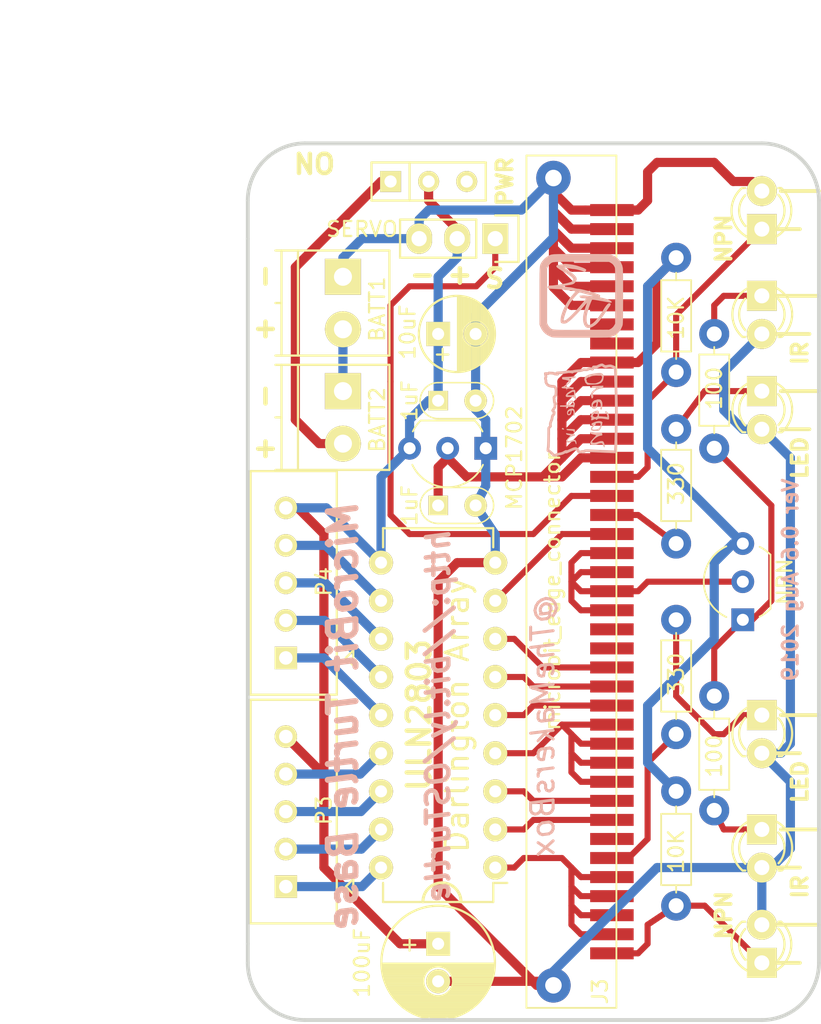
<source format=kicad_pcb>
(kicad_pcb (version 4) (host pcbnew 4.0.6)

  (general
    (links 80)
    (no_connects 0)
    (area 121.792999 59.562999 160.147001 118.237001)
    (thickness 1.6)
    (drawings 42)
    (tracks 274)
    (zones 0)
    (modules 32)
    (nets 38)
  )

  (page USLetter)
  (title_block
    (title "Itsy Robot Board")
    (date 2018-04-28)
    (rev 0.3)
    (company www.MakersBox.us)
    (comment 1 "K. Olsen")
  )

  (layers
    (0 F.Cu signal)
    (31 B.Cu signal)
    (34 B.Paste user)
    (35 F.Paste user)
    (36 B.SilkS user)
    (37 F.SilkS user)
    (38 B.Mask user)
    (39 F.Mask user)
    (40 Dwgs.User user)
    (44 Edge.Cuts user)
    (49 F.Fab user)
  )

  (setup
    (last_trace_width 0.4064)
    (user_trace_width 0.254)
    (user_trace_width 0.3048)
    (user_trace_width 0.4064)
    (user_trace_width 0.6096)
    (user_trace_width 2.032)
    (trace_clearance 0.1524)
    (zone_clearance 1)
    (zone_45_only no)
    (trace_min 0.1524)
    (segment_width 0.254)
    (edge_width 0.254)
    (via_size 0.6858)
    (via_drill 0.3302)
    (via_min_size 0.6858)
    (via_min_drill 0.3302)
    (user_via 1 0.5)
    (uvia_size 0.762)
    (uvia_drill 0.508)
    (uvias_allowed no)
    (uvia_min_size 0.508)
    (uvia_min_drill 0.127)
    (pcb_text_width 0.3)
    (pcb_text_size 1.5 1.5)
    (mod_edge_width 0.15)
    (mod_text_size 1 1)
    (mod_text_width 0.15)
    (pad_size 2 2)
    (pad_drill 1.00076)
    (pad_to_mask_clearance 0)
    (aux_axis_origin 0 0)
    (grid_origin 210.82 95.25)
    (visible_elements 7FFFFFFF)
    (pcbplotparams
      (layerselection 0x010f0_80000001)
      (usegerberextensions true)
      (excludeedgelayer true)
      (linewidth 0.100000)
      (plotframeref false)
      (viasonmask false)
      (mode 1)
      (useauxorigin false)
      (hpglpennumber 1)
      (hpglpenspeed 20)
      (hpglpendiameter 15)
      (hpglpenoverlay 2)
      (psnegative false)
      (psa4output false)
      (plotreference true)
      (plotvalue true)
      (plotinvisibletext false)
      (padsonsilk false)
      (subtractmaskfromsilk false)
      (outputformat 1)
      (mirror false)
      (drillshape 0)
      (scaleselection 1)
      (outputdirectory gerbers/))
  )

  (net 0 "")
  (net 1 GND)
  (net 2 "Net-(P3-Pad2)")
  (net 3 "Net-(P3-Pad1)")
  (net 4 "Net-(P4-Pad2)")
  (net 5 "Net-(P4-Pad1)")
  (net 6 "Net-(P5-Pad2)")
  (net 7 "Net-(P6-Pad2)")
  (net 8 "Net-(P3-Pad3)")
  (net 9 "Net-(P3-Pad4)")
  (net 10 "Net-(P4-Pad3)")
  (net 11 "Net-(P4-Pad4)")
  (net 12 "Net-(D2-Pad2)")
  (net 13 "Net-(D3-Pad2)")
  (net 14 "Net-(D4-Pad2)")
  (net 15 "Net-(D5-Pad2)")
  (net 16 +3V3)
  (net 17 "Net-(C1-Pad1)")
  (net 18 /P3)
  (net 19 /P0)
  (net 20 "Net-(J3-Pad67)")
  (net 21 /P7)
  (net 22 /P1)
  (net 23 /P9)
  (net 24 "Net-(J3-Pad47)")
  (net 25 /P2)
  (net 26 /P13)
  (net 27 /P15)
  (net 28 "Net-(J3-Pad15)")
  (net 29 /P4)
  (net 30 /P6)
  (net 31 /P8)
  (net 32 /P10)
  (net 33 /P12)
  (net 34 /P14)
  (net 35 /P16)
  (net 36 "Net-(J3-Pad13)")
  (net 37 "Net-(Q3-Pad1)")

  (net_class Default "This is the default net class."
    (clearance 0.1524)
    (trace_width 0.1524)
    (via_dia 0.6858)
    (via_drill 0.3302)
    (uvia_dia 0.762)
    (uvia_drill 0.508)
    (add_net +3V3)
    (add_net /P0)
    (add_net /P1)
    (add_net /P10)
    (add_net /P12)
    (add_net /P13)
    (add_net /P14)
    (add_net /P15)
    (add_net /P16)
    (add_net /P2)
    (add_net /P3)
    (add_net /P4)
    (add_net /P6)
    (add_net /P7)
    (add_net /P8)
    (add_net /P9)
    (add_net GND)
    (add_net "Net-(C1-Pad1)")
    (add_net "Net-(D2-Pad2)")
    (add_net "Net-(D3-Pad2)")
    (add_net "Net-(D4-Pad2)")
    (add_net "Net-(D5-Pad2)")
    (add_net "Net-(J3-Pad13)")
    (add_net "Net-(J3-Pad15)")
    (add_net "Net-(J3-Pad47)")
    (add_net "Net-(J3-Pad67)")
    (add_net "Net-(P3-Pad1)")
    (add_net "Net-(P3-Pad2)")
    (add_net "Net-(P3-Pad3)")
    (add_net "Net-(P3-Pad4)")
    (add_net "Net-(P4-Pad1)")
    (add_net "Net-(P4-Pad2)")
    (add_net "Net-(P4-Pad3)")
    (add_net "Net-(P4-Pad4)")
    (add_net "Net-(P5-Pad2)")
    (add_net "Net-(P6-Pad2)")
    (add_net "Net-(Q3-Pad1)")
  )

  (module library:LED-3MM (layer F.Cu) (tedit 5D685015) (tstamp 59FA757D)
    (at 156.21 111.76 270)
    (descr "LED 3mm round vertical")
    (tags "LED  3mm round vertical")
    (path /59FA7468)
    (fp_text reference Q2 (at 1.27 1.27 270) (layer F.SilkS) hide
      (effects (font (size 1 1) (thickness 0.15)))
    )
    (fp_text value OPTO_NPN (at 1.3 -2.9 270) (layer F.Fab)
      (effects (font (size 1 1) (thickness 0.15)))
    )
    (fp_line (start -1.2 2.3) (end 3.8 2.3) (layer F.CrtYd) (width 0.05))
    (fp_line (start 3.8 2.3) (end 3.8 -2.2) (layer F.CrtYd) (width 0.05))
    (fp_line (start 3.8 -2.2) (end -1.2 -2.2) (layer F.CrtYd) (width 0.05))
    (fp_line (start -1.2 -2.2) (end -1.2 2.3) (layer F.CrtYd) (width 0.05))
    (fp_line (start -0.199 1.314) (end -0.199 1.114) (layer F.SilkS) (width 0.15))
    (fp_line (start -0.199 -1.28) (end -0.199 -1.1) (layer F.SilkS) (width 0.15))
    (fp_arc (start 1.301 0.034) (end -0.199 -1.286) (angle 108.5) (layer F.SilkS) (width 0.15))
    (fp_arc (start 1.301 0.034) (end 0.25 -1.1) (angle 85.7) (layer F.SilkS) (width 0.15))
    (fp_arc (start 1.311 0.034) (end 3.051 0.994) (angle 110) (layer F.SilkS) (width 0.15))
    (fp_arc (start 1.301 0.034) (end 2.335 1.094) (angle 87.5) (layer F.SilkS) (width 0.15))
    (fp_text user K (at -3.81 -1.27 270) (layer F.SilkS) hide
      (effects (font (size 1 1) (thickness 0.15)))
    )
    (pad 1 thru_hole circle (at 0 0) (size 2 2) (drill 1.00076) (layers *.Cu *.Mask F.SilkS)
      (net 1 GND))
    (pad 3 thru_hole rect (at 2.54 0 270) (size 2 2) (drill 1.00076) (layers *.Cu *.Mask F.SilkS)
      (net 18 /P3))
    (model LEDs.3dshapes/LED-3MM.wrl
      (at (xyz 0.05 0 0))
      (scale (xyz 1 1 1))
      (rotate (xyz 0 0 90))
    )
  )

  (module library:LED-3MM (layer F.Cu) (tedit 5D6852FB) (tstamp 5D671A53)
    (at 156.21 62.865 270)
    (descr "LED 3mm round vertical")
    (tags "LED  3mm round vertical")
    (path /59FA7423)
    (fp_text reference Q1 (at 1.27 1.27 360) (layer F.SilkS) hide
      (effects (font (size 1 1) (thickness 0.15)))
    )
    (fp_text value OPTO_NPN (at 1.3 -2.9 270) (layer F.Fab)
      (effects (font (size 1 1) (thickness 0.15)))
    )
    (fp_line (start -1.2 2.3) (end 3.8 2.3) (layer F.CrtYd) (width 0.05))
    (fp_line (start 3.8 2.3) (end 3.8 -2.2) (layer F.CrtYd) (width 0.05))
    (fp_line (start 3.8 -2.2) (end -1.2 -2.2) (layer F.CrtYd) (width 0.05))
    (fp_line (start -1.2 -2.2) (end -1.2 2.3) (layer F.CrtYd) (width 0.05))
    (fp_line (start -0.199 1.314) (end -0.199 1.114) (layer F.SilkS) (width 0.15))
    (fp_line (start -0.199 -1.28) (end -0.199 -1.1) (layer F.SilkS) (width 0.15))
    (fp_arc (start 1.301 0.034) (end -0.199 -1.286) (angle 108.5) (layer F.SilkS) (width 0.15))
    (fp_arc (start 1.301 0.034) (end 0.25 -1.1) (angle 85.7) (layer F.SilkS) (width 0.15))
    (fp_arc (start 1.311 0.034) (end 3.051 0.994) (angle 110) (layer F.SilkS) (width 0.15))
    (fp_arc (start 1.301 0.034) (end 2.335 1.094) (angle 87.5) (layer F.SilkS) (width 0.15))
    (fp_text user K (at 0.635 -1.27 270) (layer F.SilkS) hide
      (effects (font (size 1 1) (thickness 0.15)))
    )
    (pad 1 thru_hole circle (at 0 0) (size 2 2) (drill 1.00076) (layers *.Cu *.Mask F.SilkS)
      (net 1 GND))
    (pad 3 thru_hole rect (at 2.54 0 270) (size 2 2) (drill 1.00076) (layers *.Cu *.Mask F.SilkS)
      (net 35 /P16))
    (model LEDs.3dshapes/LED-3MM.wrl
      (at (xyz 0.05 0 0))
      (scale (xyz 1 1 1))
      (rotate (xyz 0 0 90))
    )
  )

  (module library:LED-3MM (layer F.Cu) (tedit 5D6852F6) (tstamp 5D6719F2)
    (at 156.21 72.39 90)
    (descr "LED 3mm round vertical")
    (tags "LED  3mm round vertical")
    (path /59FA75F8)
    (fp_text reference D5 (at 1.27 1.27 90) (layer F.SilkS) hide
      (effects (font (size 1 1) (thickness 0.15)))
    )
    (fp_text value "IR LED" (at 1.3 -2.9 90) (layer F.Fab)
      (effects (font (size 1 1) (thickness 0.15)))
    )
    (fp_line (start -1.2 2.3) (end 3.8 2.3) (layer F.CrtYd) (width 0.05))
    (fp_line (start 3.8 2.3) (end 3.8 -2.2) (layer F.CrtYd) (width 0.05))
    (fp_line (start 3.8 -2.2) (end -1.2 -2.2) (layer F.CrtYd) (width 0.05))
    (fp_line (start -1.2 -2.2) (end -1.2 2.3) (layer F.CrtYd) (width 0.05))
    (fp_line (start -0.199 1.314) (end -0.199 1.114) (layer F.SilkS) (width 0.15))
    (fp_line (start -0.199 -1.28) (end -0.199 -1.1) (layer F.SilkS) (width 0.15))
    (fp_arc (start 1.301 0.034) (end -0.199 -1.286) (angle 108.5) (layer F.SilkS) (width 0.15))
    (fp_arc (start 1.301 0.034) (end 0.25 -1.1) (angle 85.7) (layer F.SilkS) (width 0.15))
    (fp_arc (start 1.311 0.034) (end 3.051 0.994) (angle 110) (layer F.SilkS) (width 0.15))
    (fp_arc (start 1.301 0.034) (end 2.335 1.094) (angle 87.5) (layer F.SilkS) (width 0.15))
    (fp_text user K (at 1.27 -1.27 90) (layer F.SilkS) hide
      (effects (font (size 1 1) (thickness 0.15)))
    )
    (pad 1 thru_hole circle (at 0 0 180) (size 2 2) (drill 1.00076) (layers *.Cu *.Mask F.SilkS)
      (net 1 GND))
    (pad 2 thru_hole rect (at 2.54 0 90) (size 2 2) (drill 1.00076) (layers *.Cu *.Mask F.SilkS)
      (net 15 "Net-(D5-Pad2)"))
    (model LEDs.3dshapes/LED-3MM.wrl
      (at (xyz 0.05 0 0))
      (scale (xyz 1 1 1))
      (rotate (xyz 0 0 90))
    )
  )

  (module library:SW_Micro_SPST (layer F.Cu) (tedit 5D6728B1) (tstamp 59BB5C2A)
    (at 133.985 62.23)
    (tags "Switch Micro SPST")
    (path /59BB6E38)
    (fp_text reference SW1 (at 2.286 -1.778) (layer F.SilkS) hide
      (effects (font (size 1 1) (thickness 0.15)))
    )
    (fp_text value SPST (at 2.54 -1.905) (layer F.Fab)
      (effects (font (size 1 1) (thickness 0.15)))
    )
    (fp_line (start -6 -2) (end -6 2) (layer F.Fab) (width 0.12))
    (fp_line (start -6 2) (end 6 2) (layer F.Fab) (width 0.12))
    (fp_line (start 6 2) (end 6 -2) (layer F.Fab) (width 0.12))
    (fp_line (start 6 -2) (end -6 -2) (layer F.Fab) (width 0.12))
    (fp_line (start -3.81 1.27) (end -3.81 -1.27) (layer F.SilkS) (width 0.15))
    (fp_line (start -3.81 -1.27) (end 3.81 -1.27) (layer F.SilkS) (width 0.15))
    (fp_line (start 3.81 -1.27) (end 3.81 1.27) (layer F.SilkS) (width 0.15))
    (fp_line (start 3.81 1.27) (end -3.81 1.27) (layer F.SilkS) (width 0.15))
    (fp_line (start -1.27 -1.27) (end -1.27 1.27) (layer F.SilkS) (width 0.15))
    (pad 1 thru_hole rect (at -2.54 0) (size 1.397 1.397) (drill 0.8128) (layers *.Cu *.Mask F.SilkS)
      (net 7 "Net-(P6-Pad2)"))
    (pad 2 thru_hole circle (at 0 0) (size 1.397 1.397) (drill 0.8128) (layers *.Cu *.Mask F.SilkS)
      (net 17 "Net-(C1-Pad1)"))
    (pad 3 thru_hole circle (at 2.54 0) (size 1.397 1.397) (drill 0.8128) (layers *.Cu *.Mask F.SilkS))
    (model Buttons_Switches_ThroughHole.3dshapes/SW_Micro_SPST.wrl
      (at (xyz 0 0 0))
      (scale (xyz 0.33 0.33 0.33))
      (rotate (xyz 0 0 0))
    )
  )

  (module library:Lego_Pad (layer F.Cu) (tedit 59BB65D8) (tstamp 5D672747)
    (at 151.13 114.3)
    (descr "Through hole pin header")
    (tags "pin header")
    (fp_text reference P9 (at 0 0) (layer F.SilkS) hide
      (effects (font (size 1 1) (thickness 0.15)))
    )
    (fp_text value CONN_01X01 (at 0 -1.27) (layer F.Fab) hide
      (effects (font (size 0.127 0.127) (thickness 0.03175)))
    )
    (pad "" np_thru_hole circle (at 0 0) (size 3.25 3.25) (drill 3.25) (layers *.Cu *.Mask))
  )

  (module library:LED-3MM (layer F.Cu) (tedit 59FA976F) (tstamp 59FA756B)
    (at 156.21 100.33 90)
    (descr "LED 3mm round vertical")
    (tags "LED  3mm round vertical")
    (path /59FA764A)
    (fp_text reference D4 (at 1.27 1.27 90) (layer F.SilkS) hide
      (effects (font (size 1 1) (thickness 0.15)))
    )
    (fp_text value LED (at 1.3 -2.9 90) (layer F.Fab)
      (effects (font (size 1 1) (thickness 0.15)))
    )
    (fp_line (start -1.2 2.3) (end 3.8 2.3) (layer F.CrtYd) (width 0.05))
    (fp_line (start 3.8 2.3) (end 3.8 -2.2) (layer F.CrtYd) (width 0.05))
    (fp_line (start 3.8 -2.2) (end -1.2 -2.2) (layer F.CrtYd) (width 0.05))
    (fp_line (start -1.2 -2.2) (end -1.2 2.3) (layer F.CrtYd) (width 0.05))
    (fp_line (start -0.199 1.314) (end -0.199 1.114) (layer F.SilkS) (width 0.15))
    (fp_line (start -0.199 -1.28) (end -0.199 -1.1) (layer F.SilkS) (width 0.15))
    (fp_arc (start 1.301 0.034) (end -0.199 -1.286) (angle 108.5) (layer F.SilkS) (width 0.15))
    (fp_arc (start 1.301 0.034) (end 0.25 -1.1) (angle 85.7) (layer F.SilkS) (width 0.15))
    (fp_arc (start 1.311 0.034) (end 3.051 0.994) (angle 110) (layer F.SilkS) (width 0.15))
    (fp_arc (start 1.301 0.034) (end 2.335 1.094) (angle 87.5) (layer F.SilkS) (width 0.15))
    (fp_text user K (at -3.81 -1.27 90) (layer F.SilkS) hide
      (effects (font (size 1 1) (thickness 0.15)))
    )
    (pad 1 thru_hole circle (at 0 0 180) (size 2 2) (drill 1.00076) (layers *.Cu *.Mask F.SilkS)
      (net 1 GND))
    (pad 2 thru_hole rect (at 2.54 0 90) (size 2 2) (drill 1.00076) (layers *.Cu *.Mask F.SilkS)
      (net 14 "Net-(D4-Pad2)"))
    (model LEDs.3dshapes/LED-3MM.wrl
      (at (xyz 0.05 0 0))
      (scale (xyz 1 1 1))
      (rotate (xyz 0 0 90))
    )
  )

  (module library:C_Radial_D5_L11_P2.5 (layer F.Cu) (tedit 5D6854C8) (tstamp 59BB5BD2)
    (at 134.62 72.39)
    (descr "Radial Electrolytic Capacitor Diameter 5mm x Length 11mm, Pitch 2.5mm")
    (tags "Electrolytic Capacitor")
    (path /59BB864C)
    (fp_text reference C2 (at 0 -1.27) (layer F.SilkS) hide
      (effects (font (size 1 1) (thickness 0.15)))
    )
    (fp_text value 10uF (at -2.032 -0.127 90) (layer F.SilkS)
      (effects (font (size 1 1) (thickness 0.15)))
    )
    (fp_text user + (at 0.3 1.3) (layer F.SilkS)
      (effects (font (size 1 1) (thickness 0.15)))
    )
    (fp_line (start 1.325 -2.499) (end 1.325 2.499) (layer F.SilkS) (width 0.15))
    (fp_line (start 1.465 -2.491) (end 1.465 2.491) (layer F.SilkS) (width 0.15))
    (fp_line (start 1.605 -2.475) (end 1.605 -0.095) (layer F.SilkS) (width 0.15))
    (fp_line (start 1.605 0.095) (end 1.605 2.475) (layer F.SilkS) (width 0.15))
    (fp_line (start 1.745 -2.451) (end 1.745 -0.49) (layer F.SilkS) (width 0.15))
    (fp_line (start 1.745 0.49) (end 1.745 2.451) (layer F.SilkS) (width 0.15))
    (fp_line (start 1.885 -2.418) (end 1.885 -0.657) (layer F.SilkS) (width 0.15))
    (fp_line (start 1.885 0.657) (end 1.885 2.418) (layer F.SilkS) (width 0.15))
    (fp_line (start 2.025 -2.377) (end 2.025 -0.764) (layer F.SilkS) (width 0.15))
    (fp_line (start 2.025 0.764) (end 2.025 2.377) (layer F.SilkS) (width 0.15))
    (fp_line (start 2.165 -2.327) (end 2.165 -0.835) (layer F.SilkS) (width 0.15))
    (fp_line (start 2.165 0.835) (end 2.165 2.327) (layer F.SilkS) (width 0.15))
    (fp_line (start 2.305 -2.266) (end 2.305 -0.879) (layer F.SilkS) (width 0.15))
    (fp_line (start 2.305 0.879) (end 2.305 2.266) (layer F.SilkS) (width 0.15))
    (fp_line (start 2.445 -2.196) (end 2.445 -0.898) (layer F.SilkS) (width 0.15))
    (fp_line (start 2.445 0.898) (end 2.445 2.196) (layer F.SilkS) (width 0.15))
    (fp_line (start 2.585 -2.114) (end 2.585 -0.896) (layer F.SilkS) (width 0.15))
    (fp_line (start 2.585 0.896) (end 2.585 2.114) (layer F.SilkS) (width 0.15))
    (fp_line (start 2.725 -2.019) (end 2.725 -0.871) (layer F.SilkS) (width 0.15))
    (fp_line (start 2.725 0.871) (end 2.725 2.019) (layer F.SilkS) (width 0.15))
    (fp_line (start 2.865 -1.908) (end 2.865 -0.823) (layer F.SilkS) (width 0.15))
    (fp_line (start 2.865 0.823) (end 2.865 1.908) (layer F.SilkS) (width 0.15))
    (fp_line (start 3.005 -1.78) (end 3.005 -0.745) (layer F.SilkS) (width 0.15))
    (fp_line (start 3.005 0.745) (end 3.005 1.78) (layer F.SilkS) (width 0.15))
    (fp_line (start 3.145 -1.631) (end 3.145 -0.628) (layer F.SilkS) (width 0.15))
    (fp_line (start 3.145 0.628) (end 3.145 1.631) (layer F.SilkS) (width 0.15))
    (fp_line (start 3.285 -1.452) (end 3.285 -0.44) (layer F.SilkS) (width 0.15))
    (fp_line (start 3.285 0.44) (end 3.285 1.452) (layer F.SilkS) (width 0.15))
    (fp_line (start 3.425 -1.233) (end 3.425 1.233) (layer F.SilkS) (width 0.15))
    (fp_line (start 3.565 -0.944) (end 3.565 0.944) (layer F.SilkS) (width 0.15))
    (fp_line (start 3.705 -0.472) (end 3.705 0.472) (layer F.SilkS) (width 0.15))
    (fp_circle (center 2.5 0) (end 2.5 -0.9) (layer F.SilkS) (width 0.15))
    (fp_circle (center 1.25 0) (end 1.25 -2.5375) (layer F.SilkS) (width 0.15))
    (fp_circle (center 1.25 0) (end 1.25 -2.8) (layer F.CrtYd) (width 0.05))
    (pad 1 thru_hole rect (at 0 0) (size 1.6 1.6) (drill 0.8) (layers *.Cu *.Mask F.SilkS)
      (net 17 "Net-(C1-Pad1)"))
    (pad 2 thru_hole circle (at 2.5 0) (size 1.6 1.6) (drill 0.8) (layers *.Cu *.Mask F.SilkS)
      (net 1 GND))
    (model Capacitors_ThroughHole.3dshapes/C_Radial_D5_L11_P2.5.wrl
      (at (xyz 0.049213 0 0))
      (scale (xyz 1 1 1))
      (rotate (xyz 0 0 90))
    )
  )

  (module library:C_Disc_D3_P2.5 (layer F.Cu) (tedit 5D684895) (tstamp 59BB5BD8)
    (at 134.62 76.835)
    (descr "Capacitor 3mm Disc, Pitch 2.5mm")
    (tags Capacitor)
    (path /59BB8677)
    (fp_text reference C3 (at 3.81 1.27) (layer F.SilkS) hide
      (effects (font (size 1 1) (thickness 0.15)))
    )
    (fp_text value 1uF (at -1.905 0 90) (layer F.SilkS)
      (effects (font (size 1 1) (thickness 0.15)))
    )
    (fp_line (start 0 -1.2) (end 2.5 -1.2) (layer F.SilkS) (width 0.1))
    (fp_line (start 0 1.2) (end 2.5 1.2) (layer F.SilkS) (width 0.1))
    (fp_arc (start 0 0) (end 0 1.2) (angle 90) (layer F.SilkS) (width 0.1))
    (fp_arc (start 0 0) (end -1.2 0) (angle 90) (layer F.SilkS) (width 0.1))
    (fp_arc (start 2.5 0) (end 3.7 0) (angle 90) (layer F.SilkS) (width 0.1))
    (fp_arc (start 2.5 0) (end 2.5 -1.2) (angle 90) (layer F.SilkS) (width 0.1))
    (fp_line (start -0.9 -1.5) (end 3.4 -1.5) (layer F.CrtYd) (width 0.05))
    (fp_line (start 3.4 -1.5) (end 3.4 1.5) (layer F.CrtYd) (width 0.05))
    (fp_line (start 3.4 1.5) (end -0.9 1.5) (layer F.CrtYd) (width 0.05))
    (fp_line (start -0.9 1.5) (end -0.9 -1.5) (layer F.CrtYd) (width 0.05))
    (pad 1 thru_hole rect (at 0 0) (size 1.3 1.3) (drill 0.8) (layers *.Cu *.Mask F.SilkS)
      (net 17 "Net-(C1-Pad1)"))
    (pad 2 thru_hole circle (at 2.5 0) (size 1.5 1.5) (drill 0.8001) (layers *.Cu *.Mask F.SilkS)
      (net 1 GND))
    (model Capacitors_ThroughHole.3dshapes/C_Disc_D3_P2.5.wrl
      (at (xyz 0.0492126 0 0))
      (scale (xyz 1 1 1))
      (rotate (xyz 0 0 0))
    )
  )

  (module library:DIP-18_W7.62mm (layer F.Cu) (tedit 59FBD34C) (tstamp 59BB5C40)
    (at 138.43 107.95 180)
    (descr "18-lead dip package, row spacing 7.62 mm (300 mils)")
    (tags "dil dip 2.54 300")
    (path /59BB515C)
    (fp_text reference U1 (at 2.54 10.16 270) (layer F.SilkS) hide
      (effects (font (size 1 1) (thickness 0.15)))
    )
    (fp_text value ULN2803 (at 5.08 10.16 270) (layer F.SilkS)
      (effects (font (size 1.5 1.5) (thickness 0.3)))
    )
    (fp_arc (start 3.556 -2.286) (end 4.826 -2.286) (angle 90) (layer F.SilkS) (width 0.2))
    (fp_arc (start 3.556 -2.286) (end 3.556 -1.016) (angle 90) (layer F.SilkS) (width 0.2))
    (fp_line (start -1.05 -2.45) (end -1.05 22.8) (layer F.CrtYd) (width 0.05))
    (fp_line (start 8.65 -2.45) (end 8.65 22.8) (layer F.CrtYd) (width 0.05))
    (fp_line (start -1.05 -2.45) (end 8.65 -2.45) (layer F.CrtYd) (width 0.05))
    (fp_line (start -1.05 22.8) (end 8.65 22.8) (layer F.CrtYd) (width 0.05))
    (fp_line (start 0.135 -2.295) (end 0.135 -1.025) (layer F.SilkS) (width 0.15))
    (fp_line (start 7.485 -2.295) (end 7.485 -1.025) (layer F.SilkS) (width 0.15))
    (fp_line (start 7.485 22.615) (end 7.485 21.345) (layer F.SilkS) (width 0.15))
    (fp_line (start 0.135 22.615) (end 0.135 21.345) (layer F.SilkS) (width 0.15))
    (fp_line (start 0.135 -2.295) (end 7.485 -2.295) (layer F.SilkS) (width 0.15))
    (fp_line (start 0.135 22.615) (end 7.485 22.615) (layer F.SilkS) (width 0.15))
    (fp_line (start 0.135 -1.025) (end -0.8 -1.025) (layer F.SilkS) (width 0.15))
    (pad 1 thru_hole oval (at 0 0 180) (size 1.6 1.6) (drill 0.8) (layers *.Cu *.Mask F.SilkS)
      (net 19 /P0))
    (pad 2 thru_hole oval (at 0 2.54 180) (size 1.6 1.6) (drill 0.8) (layers *.Cu *.Mask F.SilkS)
      (net 30 /P6))
    (pad 3 thru_hole oval (at 0 5.08 180) (size 1.6 1.6) (drill 0.8) (layers *.Cu *.Mask F.SilkS)
      (net 21 /P7))
    (pad 4 thru_hole oval (at 0 7.62 180) (size 1.6 1.6) (drill 0.8) (layers *.Cu *.Mask F.SilkS)
      (net 22 /P1))
    (pad 5 thru_hole oval (at 0 10.16 180) (size 1.6 1.6) (drill 0.8) (layers *.Cu *.Mask F.SilkS)
      (net 31 /P8))
    (pad 6 thru_hole oval (at 0 12.7 180) (size 1.6 1.6) (drill 0.8) (layers *.Cu *.Mask F.SilkS)
      (net 23 /P9))
    (pad 7 thru_hole oval (at 0 15.24 180) (size 1.6 1.6) (drill 0.8) (layers *.Cu *.Mask F.SilkS)
      (net 32 /P10))
    (pad 8 thru_hole oval (at 0 17.78 180) (size 1.6 1.6) (drill 0.8) (layers *.Cu *.Mask F.SilkS)
      (net 26 /P13))
    (pad 9 thru_hole oval (at 0 20.32 180) (size 1.6 1.6) (drill 0.8) (layers *.Cu *.Mask F.SilkS)
      (net 1 GND))
    (pad 10 thru_hole oval (at 7.62 20.32 180) (size 1.6 1.6) (drill 0.8) (layers *.Cu *.Mask F.SilkS)
      (net 17 "Net-(C1-Pad1)"))
    (pad 11 thru_hole oval (at 7.62 17.78 180) (size 1.6 1.6) (drill 0.8) (layers *.Cu *.Mask F.SilkS)
      (net 11 "Net-(P4-Pad4)"))
    (pad 12 thru_hole oval (at 7.62 15.24 180) (size 1.6 1.6) (drill 0.8) (layers *.Cu *.Mask F.SilkS)
      (net 10 "Net-(P4-Pad3)"))
    (pad 13 thru_hole oval (at 7.62 12.7 180) (size 1.6 1.6) (drill 0.8) (layers *.Cu *.Mask F.SilkS)
      (net 4 "Net-(P4-Pad2)"))
    (pad 14 thru_hole oval (at 7.62 10.16 180) (size 1.6 1.6) (drill 0.8) (layers *.Cu *.Mask F.SilkS)
      (net 5 "Net-(P4-Pad1)"))
    (pad 15 thru_hole oval (at 7.62 7.62 180) (size 1.6 1.6) (drill 0.8) (layers *.Cu *.Mask F.SilkS)
      (net 9 "Net-(P3-Pad4)"))
    (pad 16 thru_hole oval (at 7.62 5.08 180) (size 1.6 1.6) (drill 0.8) (layers *.Cu *.Mask F.SilkS)
      (net 8 "Net-(P3-Pad3)"))
    (pad 17 thru_hole oval (at 7.62 2.54 180) (size 1.6 1.6) (drill 0.8) (layers *.Cu *.Mask F.SilkS)
      (net 2 "Net-(P3-Pad2)"))
    (pad 18 thru_hole oval (at 7.62 0 180) (size 1.6 1.6) (drill 0.8) (layers *.Cu *.Mask F.SilkS)
      (net 3 "Net-(P3-Pad1)"))
    (model Housings_DIP.3dshapes/DIP-18_W7.62mm.wrl
      (at (xyz 0 0 0))
      (scale (xyz 1 1 1))
      (rotate (xyz 0 0 0))
    )
  )

  (module library:Lego_Pad (layer F.Cu) (tedit 59BB65D8) (tstamp 59BD6DCD)
    (at 125.73 114.3)
    (descr "Through hole pin header")
    (tags "pin header")
    (fp_text reference P9 (at 0 0) (layer F.SilkS) hide
      (effects (font (size 1 1) (thickness 0.15)))
    )
    (fp_text value CONN_01X01 (at 0 -1.27) (layer F.Fab) hide
      (effects (font (size 0.127 0.127) (thickness 0.03175)))
    )
    (pad "" np_thru_hole circle (at 0 0) (size 3.25 3.25) (drill 3.25) (layers *.Cu *.Mask))
  )

  (module library:Lego_Pad (layer F.Cu) (tedit 59BB65F8) (tstamp 59BD6DC0)
    (at 151.13 63.5)
    (descr "Through hole pin header")
    (tags "pin header")
    (fp_text reference P9 (at 0 0) (layer F.SilkS) hide
      (effects (font (size 1 1) (thickness 0.15)))
    )
    (fp_text value CONN_01X01 (at 0 -1.27) (layer F.Fab) hide
      (effects (font (size 0.127 0.127) (thickness 0.03175)))
    )
    (pad "" np_thru_hole circle (at 0 0) (size 3.25 3.25) (drill 3.25) (layers *.Cu *.Mask))
    (model Pin_Headers.3dshapes/Pin_Header_Straight_1x01.wrl
      (at (xyz 0 0 0))
      (scale (xyz 1 1 1))
      (rotate (xyz 0 0 90))
    )
  )

  (module library:Lego_Pad (layer F.Cu) (tedit 59BB65E8) (tstamp 59BD6DA2)
    (at 125.73 63.5)
    (descr "Through hole pin header")
    (tags "pin header")
    (fp_text reference P9 (at 0 0) (layer F.SilkS) hide
      (effects (font (size 1 1) (thickness 0.15)))
    )
    (fp_text value CONN_01X01 (at 0 -1.27) (layer F.Fab) hide
      (effects (font (size 0.127 0.127) (thickness 0.03175)))
    )
    (pad "" np_thru_hole circle (at 0 0) (size 3.25 3.25) (drill 3.25) (layers *.Cu *.Mask))
    (model Pin_Headers.3dshapes/Pin_Header_Straight_1x01.wrl
      (at (xyz 0 0 0))
      (scale (xyz 1 1 1))
      (rotate (xyz 0 0 90))
    )
  )

  (module library:C_Radial_D7.5_L11.2_P2.5 (layer F.Cu) (tedit 5D68168C) (tstamp 59BB5BCC)
    (at 134.62 113.03 270)
    (descr "Radial Electrolytic Capacitor Diameter 7.5mm x Length 11.2mm, Pitch 2.5mm")
    (tags "Electrolytic Capacitor")
    (path /59BB855D)
    (fp_text reference C1 (at 0 -2.54 270) (layer F.SilkS) hide
      (effects (font (size 1 1) (thickness 0.15)))
    )
    (fp_text value 100uF (at 1.27 5.08 450) (layer F.SilkS)
      (effects (font (size 1 1) (thickness 0.15)))
    )
    (fp_line (start 1.325 -3.749) (end 1.325 3.749) (layer F.SilkS) (width 0.15))
    (fp_line (start 1.465 -3.744) (end 1.465 3.744) (layer F.SilkS) (width 0.15))
    (fp_line (start 1.605 -3.733) (end 1.605 -0.446) (layer F.SilkS) (width 0.15))
    (fp_line (start 1.605 0.446) (end 1.605 3.733) (layer F.SilkS) (width 0.15))
    (fp_line (start 1.745 -3.717) (end 1.745 -0.656) (layer F.SilkS) (width 0.15))
    (fp_line (start 1.745 0.656) (end 1.745 3.717) (layer F.SilkS) (width 0.15))
    (fp_line (start 1.885 -3.696) (end 1.885 -0.789) (layer F.SilkS) (width 0.15))
    (fp_line (start 1.885 0.789) (end 1.885 3.696) (layer F.SilkS) (width 0.15))
    (fp_line (start 2.025 -3.669) (end 2.025 -0.88) (layer F.SilkS) (width 0.15))
    (fp_line (start 2.025 0.88) (end 2.025 3.669) (layer F.SilkS) (width 0.15))
    (fp_line (start 2.165 -3.637) (end 2.165 -0.942) (layer F.SilkS) (width 0.15))
    (fp_line (start 2.165 0.942) (end 2.165 3.637) (layer F.SilkS) (width 0.15))
    (fp_line (start 2.305 -3.599) (end 2.305 -0.981) (layer F.SilkS) (width 0.15))
    (fp_line (start 2.305 0.981) (end 2.305 3.599) (layer F.SilkS) (width 0.15))
    (fp_line (start 2.445 -3.555) (end 2.445 -0.998) (layer F.SilkS) (width 0.15))
    (fp_line (start 2.445 0.998) (end 2.445 3.555) (layer F.SilkS) (width 0.15))
    (fp_line (start 2.585 -3.504) (end 2.585 -0.996) (layer F.SilkS) (width 0.15))
    (fp_line (start 2.585 0.996) (end 2.585 3.504) (layer F.SilkS) (width 0.15))
    (fp_line (start 2.725 -3.448) (end 2.725 -0.974) (layer F.SilkS) (width 0.15))
    (fp_line (start 2.725 0.974) (end 2.725 3.448) (layer F.SilkS) (width 0.15))
    (fp_line (start 2.865 -3.384) (end 2.865 -0.931) (layer F.SilkS) (width 0.15))
    (fp_line (start 2.865 0.931) (end 2.865 3.384) (layer F.SilkS) (width 0.15))
    (fp_line (start 3.005 -3.314) (end 3.005 -0.863) (layer F.SilkS) (width 0.15))
    (fp_line (start 3.005 0.863) (end 3.005 3.314) (layer F.SilkS) (width 0.15))
    (fp_line (start 3.145 -3.236) (end 3.145 -0.764) (layer F.SilkS) (width 0.15))
    (fp_line (start 3.145 0.764) (end 3.145 3.236) (layer F.SilkS) (width 0.15))
    (fp_line (start 3.285 -3.15) (end 3.285 -0.619) (layer F.SilkS) (width 0.15))
    (fp_line (start 3.285 0.619) (end 3.285 3.15) (layer F.SilkS) (width 0.15))
    (fp_line (start 3.425 -3.055) (end 3.425 -0.38) (layer F.SilkS) (width 0.15))
    (fp_line (start 3.425 0.38) (end 3.425 3.055) (layer F.SilkS) (width 0.15))
    (fp_line (start 3.565 -2.95) (end 3.565 2.95) (layer F.SilkS) (width 0.15))
    (fp_line (start 3.705 -2.835) (end 3.705 2.835) (layer F.SilkS) (width 0.15))
    (fp_line (start 3.845 -2.707) (end 3.845 2.707) (layer F.SilkS) (width 0.15))
    (fp_line (start 3.985 -2.566) (end 3.985 2.566) (layer F.SilkS) (width 0.15))
    (fp_line (start 4.125 -2.408) (end 4.125 2.408) (layer F.SilkS) (width 0.15))
    (fp_line (start 4.265 -2.23) (end 4.265 2.23) (layer F.SilkS) (width 0.15))
    (fp_line (start 4.405 -2.027) (end 4.405 2.027) (layer F.SilkS) (width 0.15))
    (fp_line (start 4.545 -1.79) (end 4.545 1.79) (layer F.SilkS) (width 0.15))
    (fp_line (start 4.685 -1.504) (end 4.685 1.504) (layer F.SilkS) (width 0.15))
    (fp_line (start 4.825 -1.132) (end 4.825 1.132) (layer F.SilkS) (width 0.15))
    (fp_line (start 4.965 -0.511) (end 4.965 0.511) (layer F.SilkS) (width 0.15))
    (fp_circle (center 2.5 0) (end 2.5 -1) (layer F.SilkS) (width 0.15))
    (fp_circle (center 1.25 0) (end 1.25 -3.7875) (layer F.SilkS) (width 0.15))
    (fp_circle (center 1.25 0) (end 1.25 -4.1) (layer F.CrtYd) (width 0.05))
    (pad 2 thru_hole circle (at 2.5 0 270) (size 1.6 1.6) (drill 0.8) (layers *.Cu *.Mask F.SilkS)
      (net 1 GND))
    (pad 1 thru_hole rect (at 0 0 270) (size 1.6 1.6) (drill 0.8) (layers *.Cu *.Mask F.SilkS)
      (net 17 "Net-(C1-Pad1)"))
    (model Capacitors_ThroughHole.3dshapes/C_Radial_D7.5_L11.2_P2.5.wrl
      (at (xyz 0 0 0))
      (scale (xyz 1 1 1))
      (rotate (xyz 0 0 0))
    )
  )

  (module library:Pin_Header_Straight_1x03 (layer F.Cu) (tedit 5D6847A1) (tstamp 59BB5C1D)
    (at 138.43 66.04 270)
    (descr "Through hole pin header")
    (tags "pin header")
    (path /59BB83B4)
    (fp_text reference P7 (at 0 7.62 360) (layer F.SilkS) hide
      (effects (font (size 1 1) (thickness 0.15)))
    )
    (fp_text value SERVO (at -0.635 8.89 360) (layer F.SilkS)
      (effects (font (size 1 1) (thickness 0.15)))
    )
    (fp_line (start -1.75 -1.75) (end -1.75 6.85) (layer F.CrtYd) (width 0.05))
    (fp_line (start 1.75 -1.75) (end 1.75 6.85) (layer F.CrtYd) (width 0.05))
    (fp_line (start -1.75 -1.75) (end 1.75 -1.75) (layer F.CrtYd) (width 0.05))
    (fp_line (start -1.75 6.85) (end 1.75 6.85) (layer F.CrtYd) (width 0.05))
    (fp_line (start -1.27 1.27) (end -1.27 6.35) (layer F.SilkS) (width 0.15))
    (fp_line (start -1.27 6.35) (end 1.27 6.35) (layer F.SilkS) (width 0.15))
    (fp_line (start 1.27 6.35) (end 1.27 1.27) (layer F.SilkS) (width 0.15))
    (fp_line (start 1.55 -1.55) (end 1.55 0) (layer F.SilkS) (width 0.15))
    (fp_line (start 1.27 1.27) (end -1.27 1.27) (layer F.SilkS) (width 0.15))
    (fp_line (start -1.55 0) (end -1.55 -1.55) (layer F.SilkS) (width 0.15))
    (fp_line (start -1.55 -1.55) (end 1.55 -1.55) (layer F.SilkS) (width 0.15))
    (pad 1 thru_hole rect (at 0 0 270) (size 2.032 1.7272) (drill 1.016) (layers *.Cu *.Mask F.SilkS)
      (net 27 /P15))
    (pad 2 thru_hole oval (at 0 2.54 270) (size 2.032 1.7272) (drill 1.016) (layers *.Cu *.Mask F.SilkS)
      (net 17 "Net-(C1-Pad1)"))
    (pad 3 thru_hole oval (at 0 5.08 270) (size 2.032 1.7272) (drill 1.016) (layers *.Cu *.Mask F.SilkS)
      (net 1 GND))
    (model Pin_Headers.3dshapes/Pin_Header_Straight_1x03.wrl
      (at (xyz 0 -0.1 0))
      (scale (xyz 1 1 1))
      (rotate (xyz 0 0 90))
    )
  )

  (module library:MadeInOregonRev25 (layer F.Cu) (tedit 0) (tstamp 59BE0219)
    (at 144.145 77.47 90)
    (fp_text reference VAL (at 0 0 90) (layer F.SilkS) hide
      (effects (font (size 1.143 1.143) (thickness 0.1778)))
    )
    (fp_text value MadeInOregonRev25 (at 0 0 90) (layer F.SilkS) hide
      (effects (font (size 1.143 1.143) (thickness 0.1778)))
    )
    (fp_poly (pts (xy -3.09626 -1.76022) (xy -3.09626 -1.72212) (xy -3.09372 -1.69672) (xy -3.09118 -1.67386)
      (xy -3.0861 -1.65608) (xy -3.07594 -1.63576) (xy -3.0734 -1.62814) (xy -3.0607 -1.6002)
      (xy -3.05054 -1.5748) (xy -3.04038 -1.54432) (xy -3.03022 -1.50876) (xy -3.02006 -1.46304)
      (xy -3.00736 -1.4097) (xy -3.00228 -1.39192) (xy -2.98704 -1.31826) (xy -2.96926 -1.2573)
      (xy -2.95402 -1.20396) (xy -2.9337 -1.15824) (xy -2.91338 -1.1176) (xy -2.91338 -1.74752)
      (xy -2.91338 -1.76276) (xy -2.91084 -1.77546) (xy -2.90322 -1.78816) (xy -2.89052 -1.8034)
      (xy -2.86766 -1.82118) (xy -2.8575 -1.83134) (xy -2.82956 -1.8542) (xy -2.80416 -1.8796)
      (xy -2.78638 -1.90246) (xy -2.77876 -1.91008) (xy -2.76606 -1.92786) (xy -2.74574 -1.95326)
      (xy -2.72034 -1.98374) (xy -2.69494 -2.01422) (xy -2.6924 -2.01676) (xy -2.66954 -2.0447)
      (xy -2.64922 -2.0701) (xy -2.63652 -2.08788) (xy -2.6289 -2.09804) (xy -2.6289 -2.10058)
      (xy -2.62382 -2.10566) (xy -2.60604 -2.10566) (xy -2.58064 -2.10566) (xy -2.55016 -2.10058)
      (xy -2.51968 -2.0955) (xy -2.50952 -2.09296) (xy -2.49682 -2.09042) (xy -2.48412 -2.08534)
      (xy -2.46888 -2.08534) (xy -2.4511 -2.0828) (xy -2.4257 -2.08026) (xy -2.39268 -2.07772)
      (xy -2.35458 -2.07772) (xy -2.30632 -2.07518) (xy -2.2479 -2.07518) (xy -2.17678 -2.07264)
      (xy -2.09296 -2.0701) (xy -2.03962 -2.0701) (xy -1.95326 -2.06756) (xy -1.8669 -2.06756)
      (xy -1.78054 -2.06502) (xy -1.69672 -2.06502) (xy -1.61798 -2.06248) (xy -1.54686 -2.06248)
      (xy -1.48336 -2.06248) (xy -1.4351 -2.06248) (xy -1.4224 -2.06248) (xy -1.22936 -2.06248)
      (xy -1.1684 -2.00152) (xy -1.10744 -1.9431) (xy -1.0668 -1.9431) (xy -1.03886 -1.9431)
      (xy -1.0033 -1.94564) (xy -0.97536 -1.95072) (xy -0.94234 -1.95326) (xy -0.91186 -1.95072)
      (xy -0.87884 -1.94564) (xy -0.8382 -1.93548) (xy -0.79248 -1.9177) (xy -0.7366 -1.89484)
      (xy -0.72136 -1.88976) (xy -0.67818 -1.86944) (xy -0.64516 -1.85674) (xy -0.61722 -1.84912)
      (xy -0.59182 -1.84404) (xy -0.56388 -1.83896) (xy -0.5461 -1.83642) (xy -0.50038 -1.83134)
      (xy -0.46482 -1.82626) (xy -0.43688 -1.81864) (xy -0.41656 -1.80848) (xy -0.39624 -1.79578)
      (xy -0.37592 -1.77546) (xy -0.37338 -1.77292) (xy -0.35052 -1.7526) (xy -0.32512 -1.73482)
      (xy -0.30734 -1.72212) (xy -0.30734 -1.72212) (xy -0.28702 -1.71704) (xy -0.25654 -1.71196)
      (xy -0.22098 -1.70434) (xy -0.18288 -1.7018) (xy -0.14986 -1.69672) (xy -0.12446 -1.69672)
      (xy -0.10922 -1.69926) (xy -0.09652 -1.70688) (xy -0.07366 -1.71958) (xy -0.05334 -1.73736)
      (xy -0.03048 -1.75768) (xy -0.01524 -1.7653) (xy -0.00508 -1.76784) (xy 0 -1.7653)
      (xy 0.01016 -1.75768) (xy 0.03048 -1.74498) (xy 0.05842 -1.7272) (xy 0.0889 -1.70688)
      (xy 0.09652 -1.7018) (xy 0.18288 -1.64846) (xy 0.25908 -1.64592) (xy 0.29464 -1.64338)
      (xy 0.3175 -1.64084) (xy 0.3302 -1.6383) (xy 0.34036 -1.63322) (xy 0.34544 -1.6256)
      (xy 0.34798 -1.62052) (xy 0.3683 -1.59766) (xy 0.39624 -1.58242) (xy 0.42672 -1.5748)
      (xy 0.4318 -1.5748) (xy 0.45974 -1.58242) (xy 0.48768 -1.6002) (xy 0.51562 -1.63068)
      (xy 0.52578 -1.64338) (xy 0.53848 -1.65608) (xy 0.5461 -1.66624) (xy 0.55626 -1.67386)
      (xy 0.56896 -1.68148) (xy 0.58928 -1.68402) (xy 0.61468 -1.6891) (xy 0.65278 -1.69418)
      (xy 0.70104 -1.69672) (xy 0.71628 -1.69926) (xy 0.8255 -1.70942) (xy 0.85598 -1.68148)
      (xy 0.89154 -1.64846) (xy 0.9271 -1.62306) (xy 0.95758 -1.60274) (xy 0.96774 -1.59766)
      (xy 0.9906 -1.59258) (xy 1.02362 -1.5875) (xy 1.0668 -1.58242) (xy 1.11252 -1.57734)
      (xy 1.16332 -1.57226) (xy 1.21158 -1.56972) (xy 1.2573 -1.56972) (xy 1.25984 -1.56972)
      (xy 1.3081 -1.56972) (xy 1.35128 -1.5748) (xy 1.39446 -1.57988) (xy 1.44272 -1.59004)
      (xy 1.48844 -1.6002) (xy 1.52146 -1.61036) (xy 1.54686 -1.62306) (xy 1.56972 -1.63576)
      (xy 1.59258 -1.65608) (xy 1.61798 -1.68148) (xy 1.63576 -1.7018) (xy 1.651 -1.72212)
      (xy 1.65862 -1.74498) (xy 1.66624 -1.77292) (xy 1.67386 -1.80848) (xy 1.6764 -1.85166)
      (xy 1.68148 -1.90246) (xy 1.6891 -1.9812) (xy 1.7018 -2.04978) (xy 1.72212 -2.10566)
      (xy 1.74752 -2.15138) (xy 1.75006 -2.15646) (xy 1.77546 -2.18186) (xy 1.81356 -2.2098)
      (xy 1.82626 -2.21742) (xy 1.8542 -2.23012) (xy 1.87706 -2.24028) (xy 1.89484 -2.24282)
      (xy 1.9177 -2.24282) (xy 1.92024 -2.24282) (xy 1.95834 -2.24282) (xy 2.00152 -2.25044)
      (xy 2.032 -2.25806) (xy 2.0701 -2.27076) (xy 2.09804 -2.27584) (xy 2.11582 -2.27838)
      (xy 2.13106 -2.2733) (xy 2.1463 -2.26822) (xy 2.15392 -2.26314) (xy 2.1844 -2.2479)
      (xy 2.22758 -2.24282) (xy 2.27584 -2.2479) (xy 2.29108 -2.25298) (xy 2.31394 -2.25806)
      (xy 2.33426 -2.26314) (xy 2.34188 -2.26314) (xy 2.34188 -2.25806) (xy 2.34442 -2.23774)
      (xy 2.34442 -2.21488) (xy 2.34442 -2.21234) (xy 2.34442 -2.1844) (xy 2.34696 -2.16408)
      (xy 2.35204 -2.1463) (xy 2.36474 -2.12852) (xy 2.3876 -2.0955) (xy 2.37998 -1.97612)
      (xy 2.37744 -1.9304) (xy 2.37236 -1.89738) (xy 2.36982 -1.87198) (xy 2.36474 -1.8542)
      (xy 2.35966 -1.83896) (xy 2.35204 -1.82372) (xy 2.34696 -1.8161) (xy 2.33172 -1.78562)
      (xy 2.3241 -1.75768) (xy 2.3241 -1.73736) (xy 2.32156 -1.70942) (xy 2.31902 -1.68656)
      (xy 2.31648 -1.67894) (xy 2.31394 -1.66116) (xy 2.30886 -1.63576) (xy 2.30886 -1.60274)
      (xy 2.30886 -1.59004) (xy 2.30886 -1.55702) (xy 2.30886 -1.5367) (xy 2.31394 -1.52146)
      (xy 2.32156 -1.5113) (xy 2.33172 -1.4986) (xy 2.33426 -1.49606) (xy 2.35458 -1.48082)
      (xy 2.3749 -1.4732) (xy 2.37744 -1.47066) (xy 2.3876 -1.47066) (xy 2.39268 -1.46558)
      (xy 2.39776 -1.45034) (xy 2.4003 -1.42494) (xy 2.40284 -1.39192) (xy 2.40538 -1.35382)
      (xy 2.40538 -1.33096) (xy 2.40792 -1.28778) (xy 2.413 -1.2319) (xy 2.42062 -1.16078)
      (xy 2.43332 -1.07442) (xy 2.4511 -0.97536) (xy 2.4511 -0.96774) (xy 2.45872 -0.92456)
      (xy 2.4638 -0.88392) (xy 2.46888 -0.85344) (xy 2.47142 -0.83058) (xy 2.47396 -0.82296)
      (xy 2.47396 -0.81026) (xy 2.47142 -0.7874) (xy 2.47142 -0.75692) (xy 2.46888 -0.72644)
      (xy 2.46888 -0.69342) (xy 2.46634 -0.66294) (xy 2.4638 -0.64262) (xy 2.46126 -0.635)
      (xy 2.4511 -0.6096) (xy 2.44856 -0.57912) (xy 2.4511 -0.54864) (xy 2.46126 -0.52324)
      (xy 2.4765 -0.51054) (xy 2.48412 -0.49784) (xy 2.49174 -0.47244) (xy 2.5019 -0.4318)
      (xy 2.50952 -0.37592) (xy 2.51968 -0.30734) (xy 2.5273 -0.2286) (xy 2.53238 -0.16764)
      (xy 2.53746 -0.1143) (xy 2.54254 -0.0635) (xy 2.54762 -0.02032) (xy 2.5527 0.01524)
      (xy 2.55524 0.04064) (xy 2.55778 0.05334) (xy 2.56794 0.07366) (xy 2.5781 0.1016)
      (xy 2.58826 0.127) (xy 2.59588 0.14732) (xy 2.6035 0.16256) (xy 2.60604 0.18034)
      (xy 2.60858 0.20066) (xy 2.60858 0.22606) (xy 2.60604 0.25908) (xy 2.6035 0.3048)
      (xy 2.6035 0.32512) (xy 2.60096 0.37084) (xy 2.60096 0.4064) (xy 2.60604 0.43434)
      (xy 2.61366 0.45974) (xy 2.62636 0.48768) (xy 2.64668 0.5207) (xy 2.66446 0.5588)
      (xy 2.67462 0.58674) (xy 2.6797 0.61468) (xy 2.67462 0.64262) (xy 2.66446 0.68072)
      (xy 2.65938 0.69088) (xy 2.64668 0.72898) (xy 2.63906 0.75946) (xy 2.63906 0.77978)
      (xy 2.6416 0.79756) (xy 2.64922 0.8128) (xy 2.64922 0.81534) (xy 2.66446 0.83058)
      (xy 2.68986 0.84836) (xy 2.72034 0.86614) (xy 2.75336 0.87884) (xy 2.77368 0.88646)
      (xy 2.794 0.89154) (xy 2.794 0.98044) (xy 2.794 1.07188) (xy 2.82448 1.13538)
      (xy 2.8575 1.20396) (xy 2.8829 1.26238) (xy 2.90322 1.31064) (xy 2.91592 1.3462)
      (xy 2.921 1.36652) (xy 2.92354 1.3843) (xy 2.92354 1.39954) (xy 2.91592 1.41478)
      (xy 2.90068 1.4351) (xy 2.90068 1.43764) (xy 2.87274 1.47828) (xy 2.84988 1.51638)
      (xy 2.8321 1.5621) (xy 2.82448 1.59004) (xy 2.80924 1.64338) (xy 2.8321 1.74244)
      (xy 2.84734 1.80848) (xy 2.85496 1.86182) (xy 2.86004 1.90754) (xy 2.86004 1.94818)
      (xy 2.85242 1.98628) (xy 2.84226 2.02438) (xy 2.84226 2.02438) (xy 2.82702 2.06756)
      (xy 2.81432 2.10566) (xy 2.79908 2.13868) (xy 2.78892 2.16154) (xy 2.77876 2.1717)
      (xy 2.77876 2.17424) (xy 2.7686 2.17678) (xy 2.74828 2.1844) (xy 2.74066 2.18948)
      (xy 2.7178 2.1971) (xy 2.68224 2.20472) (xy 2.63398 2.2098) (xy 2.57302 2.21234)
      (xy 2.49682 2.21488) (xy 2.40792 2.21742) (xy 2.30632 2.21742) (xy 2.29616 2.21742)
      (xy 2.24028 2.21996) (xy 2.17424 2.21996) (xy 2.10058 2.2225) (xy 2.02184 2.2225)
      (xy 1.9431 2.22504) (xy 1.86944 2.23012) (xy 1.84912 2.23012) (xy 1.6129 2.23774)
      (xy 1.38684 2.2479) (xy 1.16332 2.25298) (xy 0.9398 2.25806) (xy 0.71882 2.26314)
      (xy 0.4953 2.26568) (xy 0.26924 2.26822) (xy 0.03556 2.26822) (xy -0.2032 2.26822)
      (xy -0.45466 2.26822) (xy -0.71628 2.26568) (xy -0.84836 2.26314) (xy -1.03378 2.2606)
      (xy -1.20396 2.25806) (xy -1.36144 2.25552) (xy -1.50622 2.25298) (xy -1.64084 2.25044)
      (xy -1.7653 2.2479) (xy -1.88214 2.24536) (xy -1.98882 2.24282) (xy -2.08788 2.23774)
      (xy -2.17932 2.2352) (xy -2.26822 2.23266) (xy -2.35204 2.22758) (xy -2.39776 2.22504)
      (xy -2.46126 2.2225) (xy -2.51968 2.21742) (xy -2.57302 2.21488) (xy -2.61874 2.21234)
      (xy -2.65176 2.2098) (xy -2.67462 2.2098) (xy -2.68732 2.2098) (xy -2.68732 2.2098)
      (xy -2.68732 2.20218) (xy -2.68478 2.17932) (xy -2.68478 2.1463) (xy -2.68224 2.09804)
      (xy -2.6797 2.03962) (xy -2.67716 1.97104) (xy -2.67208 1.8923) (xy -2.66954 1.80594)
      (xy -2.66446 1.70942) (xy -2.65938 1.60782) (xy -2.65684 1.50114) (xy -2.65176 1.38684)
      (xy -2.64414 1.27) (xy -2.64414 1.25476) (xy -2.63906 1.11506) (xy -2.63398 0.98806)
      (xy -2.6289 0.87376) (xy -2.62382 0.77216) (xy -2.61874 0.68326) (xy -2.6162 0.60452)
      (xy -2.61366 0.53848) (xy -2.61112 0.47752) (xy -2.61112 0.42926) (xy -2.61112 0.38608)
      (xy -2.61112 0.35306) (xy -2.61112 0.32258) (xy -2.61112 0.29972) (xy -2.61366 0.28194)
      (xy -2.6162 0.2667) (xy -2.61874 0.25654) (xy -2.62128 0.24638) (xy -2.62636 0.23876)
      (xy -2.63144 0.23368) (xy -2.63652 0.22606) (xy -2.6416 0.21844) (xy -2.6543 0.2032)
      (xy -2.66192 0.18796) (xy -2.66446 0.17272) (xy -2.66192 0.14732) (xy -2.66192 0.13716)
      (xy -2.66192 0.1016) (xy -2.66446 0.06858) (xy -2.67462 0.02794) (xy -2.67462 0.0254)
      (xy -2.68732 -0.01778) (xy -2.69494 -0.04826) (xy -2.69748 -0.07112) (xy -2.69748 -0.08382)
      (xy -2.69494 -0.09398) (xy -2.68732 -0.09906) (xy -2.68732 -0.1016) (xy -2.66954 -0.10668)
      (xy -2.64668 -0.1143) (xy -2.63652 -0.1143) (xy -2.60858 -0.12192) (xy -2.58572 -0.13208)
      (xy -2.5654 -0.14732) (xy -2.54762 -0.17018) (xy -2.52476 -0.20574) (xy -2.50698 -0.2413)
      (xy -2.4638 -0.3302) (xy -2.47142 -0.40894) (xy -2.4765 -0.43942) (xy -2.48158 -0.46736)
      (xy -2.4892 -0.49276) (xy -2.49682 -0.5207) (xy -2.50952 -0.55626) (xy -2.52984 -0.59944)
      (xy -2.53492 -0.61214) (xy -2.55524 -0.66294) (xy -2.5781 -0.71374) (xy -2.60096 -0.76708)
      (xy -2.62128 -0.8128) (xy -2.63144 -0.83058) (xy -2.64668 -0.86868) (xy -2.65938 -0.89662)
      (xy -2.667 -0.91694) (xy -2.66954 -0.92964) (xy -2.667 -0.9398) (xy -2.667 -0.94996)
      (xy -2.65938 -0.97536) (xy -2.65938 -1.00584) (xy -2.66954 -1.03886) (xy -2.68732 -1.0795)
      (xy -2.71272 -1.12776) (xy -2.71526 -1.1303) (xy -2.73812 -1.17094) (xy -2.75844 -1.2065)
      (xy -2.77368 -1.23698) (xy -2.78384 -1.26746) (xy -2.79654 -1.30048) (xy -2.8067 -1.34112)
      (xy -2.81686 -1.38684) (xy -2.82702 -1.43256) (xy -2.84226 -1.49606) (xy -2.85496 -1.54686)
      (xy -2.86512 -1.5875) (xy -2.87528 -1.62052) (xy -2.88544 -1.64846) (xy -2.89306 -1.67132)
      (xy -2.90068 -1.68148) (xy -2.9083 -1.70942) (xy -2.91338 -1.7399) (xy -2.91338 -1.74752)
      (xy -2.91338 -1.1176) (xy -2.91084 -1.11506) (xy -2.90576 -1.09982) (xy -2.88798 -1.07188)
      (xy -2.87782 -1.04902) (xy -2.87274 -1.03632) (xy -2.87274 -1.02616) (xy -2.87782 -1.016)
      (xy -2.88036 -0.99822) (xy -2.8829 -0.98044) (xy -2.87782 -0.95758) (xy -2.8702 -0.92964)
      (xy -2.85496 -0.89408) (xy -2.83464 -0.84582) (xy -2.8194 -0.81534) (xy -2.78384 -0.73406)
      (xy -2.74828 -0.65786) (xy -2.72034 -0.58928) (xy -2.69494 -0.52832) (xy -2.67462 -0.47752)
      (xy -2.66192 -0.43688) (xy -2.6543 -0.40894) (xy -2.6543 -0.4064) (xy -2.64922 -0.37846)
      (xy -2.65176 -0.36068) (xy -2.65684 -0.34036) (xy -2.66446 -0.32766) (xy -2.67462 -0.30734)
      (xy -2.68732 -0.29464) (xy -2.70256 -0.28702) (xy -2.72542 -0.28194) (xy -2.73812 -0.2794)
      (xy -2.75336 -0.27686) (xy -2.77114 -0.2667) (xy -2.78892 -0.25146) (xy -2.81686 -0.22606)
      (xy -2.82448 -0.2159) (xy -2.84988 -0.1905) (xy -2.86766 -0.17272) (xy -2.87782 -0.16002)
      (xy -2.8829 -0.14732) (xy -2.8829 -0.13208) (xy -2.8829 -0.12192) (xy -2.88036 -0.06858)
      (xy -2.86766 -0.00762) (xy -2.85242 0.05588) (xy -2.8448 0.08382) (xy -2.84226 0.10668)
      (xy -2.84226 0.12954) (xy -2.8448 0.16002) (xy -2.84734 0.1651) (xy -2.84988 0.19812)
      (xy -2.84988 0.22606) (xy -2.84226 0.24892) (xy -2.82448 0.27686) (xy -2.8067 0.29972)
      (xy -2.78384 0.32766) (xy -2.82702 1.3081) (xy -2.8321 1.42748) (xy -2.83718 1.54432)
      (xy -2.84226 1.65608) (xy -2.84734 1.76276) (xy -2.84988 1.86182) (xy -2.85496 1.95326)
      (xy -2.8575 2.03708) (xy -2.86004 2.11074) (xy -2.86258 2.17424) (xy -2.86512 2.22758)
      (xy -2.86512 2.26822) (xy -2.86512 2.29616) (xy -2.86512 2.3114) (xy -2.86512 2.3114)
      (xy -2.85496 2.3368) (xy -2.83464 2.35966) (xy -2.81178 2.3749) (xy -2.8067 2.37744)
      (xy -2.794 2.37998) (xy -2.76606 2.38252) (xy -2.72796 2.38506) (xy -2.6797 2.39014)
      (xy -2.62128 2.39268) (xy -2.55778 2.39776) (xy -2.48412 2.4003) (xy -2.40792 2.40538)
      (xy -2.32664 2.40792) (xy -2.24536 2.413) (xy -2.16154 2.41554) (xy -2.08026 2.41808)
      (xy -1.99898 2.42062) (xy -1.92278 2.42316) (xy -1.85166 2.4257) (xy -1.80848 2.42824)
      (xy -1.74752 2.42824) (xy -1.67386 2.43078) (xy -1.59004 2.43078) (xy -1.4986 2.43332)
      (xy -1.397 2.43586) (xy -1.29032 2.43586) (xy -1.1811 2.4384) (xy -1.0668 2.4384)
      (xy -0.95504 2.44094) (xy -0.84582 2.44348) (xy -0.80264 2.44348) (xy -0.70104 2.44348)
      (xy -0.59944 2.44602) (xy -0.50038 2.44602) (xy -0.40386 2.44856) (xy -0.31496 2.44856)
      (xy -0.23114 2.44856) (xy -0.15748 2.4511) (xy -0.09398 2.4511) (xy -0.04064 2.4511)
      (xy 0 2.4511) (xy 0.02286 2.4511) (xy 0.05842 2.4511) (xy 0.10922 2.4511)
      (xy 0.17018 2.4511) (xy 0.2413 2.4511) (xy 0.3175 2.4511) (xy 0.39878 2.44856)
      (xy 0.4826 2.44856) (xy 0.56642 2.44602) (xy 0.60198 2.44602) (xy 0.75692 2.44348)
      (xy 0.90678 2.4384) (xy 1.0541 2.43586) (xy 1.1938 2.43078) (xy 1.32588 2.42824)
      (xy 1.45034 2.42316) (xy 1.56464 2.42062) (xy 1.66624 2.41808) (xy 1.7526 2.413)
      (xy 1.77038 2.413) (xy 1.82626 2.41046) (xy 1.8923 2.40792) (xy 1.96342 2.40792)
      (xy 2.03454 2.40538) (xy 2.10312 2.40538) (xy 2.12852 2.40538) (xy 2.19456 2.40538)
      (xy 2.26822 2.40284) (xy 2.3495 2.40284) (xy 2.42824 2.39776) (xy 2.50444 2.39522)
      (xy 2.54254 2.39522) (xy 2.75844 2.38252) (xy 2.82956 2.3495) (xy 2.86258 2.33172)
      (xy 2.88798 2.31902) (xy 2.90576 2.30632) (xy 2.91084 2.30124) (xy 2.92608 2.28092)
      (xy 2.94132 2.25044) (xy 2.96164 2.2098) (xy 2.97942 2.16662) (xy 2.9972 2.12344)
      (xy 3.01244 2.08534) (xy 3.02514 2.0447) (xy 3.03276 2.01168) (xy 3.03784 1.98628)
      (xy 3.04038 1.9558) (xy 3.04038 1.93548) (xy 3.0353 1.86182) (xy 3.0226 1.778)
      (xy 3.00736 1.70434) (xy 2.99974 1.66878) (xy 2.99974 1.64084) (xy 3.00736 1.61036)
      (xy 3.0226 1.57734) (xy 3.04546 1.53924) (xy 3.0607 1.52146) (xy 3.08356 1.4859)
      (xy 3.0988 1.4605) (xy 3.10642 1.4351) (xy 3.10896 1.4097) (xy 3.10642 1.37668)
      (xy 3.0988 1.33858) (xy 3.09118 1.3081) (xy 3.07848 1.26746) (xy 3.0607 1.22174)
      (xy 3.04038 1.1684) (xy 3.01498 1.1176) (xy 2.99466 1.07442) (xy 2.98704 1.05664)
      (xy 2.97942 1.0414) (xy 2.97688 1.02362) (xy 2.97434 1.0033) (xy 2.97434 0.97282)
      (xy 2.97434 0.93218) (xy 2.97434 0.9271) (xy 2.9718 0.87884) (xy 2.96926 0.8382)
      (xy 2.96418 0.81026) (xy 2.95148 0.7874) (xy 2.9337 0.76708) (xy 2.90576 0.7493)
      (xy 2.86766 0.72898) (xy 2.84734 0.71882) (xy 2.84734 0.7112) (xy 2.84988 0.69342)
      (xy 2.85496 0.66802) (xy 2.8575 0.6604) (xy 2.86258 0.61468) (xy 2.86258 0.5842)
      (xy 2.86258 0.57658) (xy 2.84988 0.5334) (xy 2.82956 0.48768) (xy 2.8067 0.44196)
      (xy 2.79908 0.42926) (xy 2.79146 0.41656) (xy 2.78638 0.40386) (xy 2.7813 0.38862)
      (xy 2.7813 0.37084) (xy 2.7813 0.34798) (xy 2.7813 0.3175) (xy 2.78638 0.27432)
      (xy 2.79146 0.22098) (xy 2.79146 0.21844) (xy 2.79146 0.19304) (xy 2.79146 0.16764)
      (xy 2.78384 0.1397) (xy 2.77622 0.11176) (xy 2.76352 0.07874) (xy 2.75336 0.04826)
      (xy 2.7432 0.0254) (xy 2.74066 0.02032) (xy 2.73558 0.00762) (xy 2.7305 -0.0127)
      (xy 2.72796 -0.04064) (xy 2.72288 -0.07874) (xy 2.7178 -0.12954) (xy 2.71272 -0.1905)
      (xy 2.7051 -0.25908) (xy 2.69748 -0.32512) (xy 2.68986 -0.38862) (xy 2.6797 -0.44958)
      (xy 2.67208 -0.50292) (xy 2.66446 -0.5461) (xy 2.6543 -0.57658) (xy 2.65176 -0.58674)
      (xy 2.65176 -0.60452) (xy 2.6543 -0.6223) (xy 2.65684 -0.6477) (xy 2.65176 -0.68326)
      (xy 2.65176 -0.68326) (xy 2.64668 -0.71628) (xy 2.64922 -0.75184) (xy 2.65176 -0.76962)
      (xy 2.6543 -0.79248) (xy 2.65684 -0.8128) (xy 2.6543 -0.83566) (xy 2.65176 -0.8636)
      (xy 2.64414 -0.90424) (xy 2.6416 -0.91948) (xy 2.62382 -1.01346) (xy 2.61112 -1.09982)
      (xy 2.60096 -1.1811) (xy 2.59334 -1.26238) (xy 2.58572 -1.35128) (xy 2.58064 -1.42748)
      (xy 2.5781 -1.49352) (xy 2.57302 -1.54432) (xy 2.57048 -1.58496) (xy 2.5654 -1.61544)
      (xy 2.56286 -1.6383) (xy 2.55524 -1.65608) (xy 2.54762 -1.66878) (xy 2.53746 -1.6764)
      (xy 2.52984 -1.68402) (xy 2.51714 -1.69418) (xy 2.51206 -1.70688) (xy 2.5146 -1.72466)
      (xy 2.52222 -1.75006) (xy 2.53238 -1.77546) (xy 2.53238 -1.77546) (xy 2.54 -1.78816)
      (xy 2.54254 -1.79832) (xy 2.54762 -1.81102) (xy 2.55016 -1.8288) (xy 2.5527 -1.85166)
      (xy 2.55524 -1.88214) (xy 2.55778 -1.92532) (xy 2.56286 -1.97866) (xy 2.56286 -2.0066)
      (xy 2.57302 -2.159) (xy 2.54762 -2.18948) (xy 2.52222 -2.21996) (xy 2.52984 -2.29616)
      (xy 2.53238 -2.34442) (xy 2.53238 -2.37998) (xy 2.52984 -2.40538) (xy 2.51968 -2.4257)
      (xy 2.50698 -2.44094) (xy 2.50444 -2.44348) (xy 2.4892 -2.45618) (xy 2.47142 -2.46126)
      (xy 2.44856 -2.4638) (xy 2.42062 -2.4638) (xy 2.38252 -2.45618) (xy 2.33172 -2.44602)
      (xy 2.32664 -2.44348) (xy 2.2352 -2.42316) (xy 2.19964 -2.44348) (xy 2.17424 -2.45618)
      (xy 2.15138 -2.4638) (xy 2.12344 -2.4638) (xy 2.09296 -2.45872) (xy 2.04978 -2.4511)
      (xy 2.0193 -2.44348) (xy 1.98374 -2.43332) (xy 1.9558 -2.4257) (xy 1.93802 -2.42316)
      (xy 1.92024 -2.4257) (xy 1.90754 -2.42824) (xy 1.88722 -2.43078) (xy 1.86944 -2.43078)
      (xy 1.84912 -2.42824) (xy 1.82372 -2.41808) (xy 1.79324 -2.40284) (xy 1.76022 -2.38506)
      (xy 1.71958 -2.3622) (xy 1.6891 -2.34442) (xy 1.66624 -2.32664) (xy 1.64846 -2.3114)
      (xy 1.63068 -2.29362) (xy 1.6129 -2.27076) (xy 1.59258 -2.2479) (xy 1.57734 -2.22504)
      (xy 1.56718 -2.20472) (xy 1.55702 -2.17932) (xy 1.54432 -2.1463) (xy 1.53162 -2.10312)
      (xy 1.52908 -2.09296) (xy 1.51638 -2.0447) (xy 1.50876 -2.00406) (xy 1.50368 -1.96596)
      (xy 1.4986 -1.92278) (xy 1.4986 -1.90754) (xy 1.49606 -1.86182) (xy 1.49352 -1.8288)
      (xy 1.4859 -1.80594) (xy 1.4732 -1.7907) (xy 1.45288 -1.778) (xy 1.4224 -1.77038)
      (xy 1.39446 -1.76276) (xy 1.3335 -1.7526) (xy 1.26238 -1.74752) (xy 1.18364 -1.75006)
      (xy 1.10998 -1.75768) (xy 1.03124 -1.7653) (xy 0.9652 -1.82372) (xy 0.9398 -1.84912)
      (xy 0.9144 -1.8669) (xy 0.89408 -1.88214) (xy 0.88392 -1.88722) (xy 0.86868 -1.88722)
      (xy 0.84328 -1.88722) (xy 0.80518 -1.88722) (xy 0.762 -1.88214) (xy 0.7112 -1.8796)
      (xy 0.6604 -1.87452) (xy 0.6096 -1.86944) (xy 0.56642 -1.86436) (xy 0.52324 -1.85674)
      (xy 0.49276 -1.85166) (xy 0.47244 -1.8415) (xy 0.45974 -1.83642) (xy 0.44958 -1.8288)
      (xy 0.43942 -1.82372) (xy 0.42418 -1.82118) (xy 0.40386 -1.82118) (xy 0.37592 -1.82118)
      (xy 0.33782 -1.82118) (xy 0.23622 -1.82372) (xy 0.13208 -1.8923) (xy 0.09398 -1.9177)
      (xy 0.06096 -1.93802) (xy 0.03302 -1.9558) (xy 0.0127 -1.96596) (xy 0.00508 -1.97104)
      (xy -0.02286 -1.97866) (xy -0.04826 -1.97358) (xy -0.07874 -1.95834) (xy -0.1143 -1.92786)
      (xy -0.11684 -1.92532) (xy -0.1397 -1.905) (xy -0.15748 -1.8923) (xy -0.17272 -1.88468)
      (xy -0.18796 -1.88214) (xy -0.19304 -1.88214) (xy -0.21082 -1.88468) (xy -0.22352 -1.88722)
      (xy -0.2413 -1.89992) (xy -0.26162 -1.9177) (xy -0.27178 -1.92786) (xy -0.30226 -1.95326)
      (xy -0.33528 -1.97358) (xy -0.37338 -1.98882) (xy -0.41656 -1.99898) (xy -0.47244 -2.00914)
      (xy -0.50038 -2.01168) (xy -0.53848 -2.01676) (xy -0.56896 -2.02438) (xy -0.59944 -2.03454)
      (xy -0.635 -2.04724) (xy -0.66548 -2.05994) (xy -0.70866 -2.07772) (xy -0.75692 -2.0955)
      (xy -0.80264 -2.11074) (xy -0.83058 -2.11836) (xy -0.86868 -2.12598) (xy -0.89662 -2.1336)
      (xy -0.91948 -2.1336) (xy -0.94234 -2.1336) (xy -0.97282 -2.13106) (xy -1.03378 -2.12344)
      (xy -1.0922 -2.17678) (xy -1.12776 -2.2098) (xy -1.1557 -2.23012) (xy -1.17348 -2.2352)
      (xy -1.18618 -2.23774) (xy -1.21412 -2.23774) (xy -1.24968 -2.24028) (xy -1.2954 -2.24028)
      (xy -1.3462 -2.24028) (xy -1.40208 -2.24028) (xy -1.40462 -2.24028) (xy -1.48844 -2.24028)
      (xy -1.57734 -2.24282) (xy -1.66878 -2.24282) (xy -1.76022 -2.24282) (xy -1.85166 -2.24536)
      (xy -1.94056 -2.2479) (xy -2.02438 -2.2479) (xy -2.10566 -2.25044) (xy -2.18186 -2.25298)
      (xy -2.25044 -2.25552) (xy -2.30886 -2.25806) (xy -2.35966 -2.2606) (xy -2.39776 -2.26314)
      (xy -2.42316 -2.26568) (xy -2.43586 -2.26822) (xy -2.45364 -2.27076) (xy -2.48666 -2.27584)
      (xy -2.52476 -2.28092) (xy -2.5654 -2.28346) (xy -2.58572 -2.286) (xy -2.63144 -2.28854)
      (xy -2.66446 -2.29108) (xy -2.68732 -2.29108) (xy -2.7051 -2.29108) (xy -2.7178 -2.28854)
      (xy -2.72796 -2.28346) (xy -2.7305 -2.28092) (xy -2.7559 -2.2606) (xy -2.77876 -2.22758)
      (xy -2.78892 -2.19202) (xy -2.79654 -2.17678) (xy -2.81178 -2.15392) (xy -2.8321 -2.13106)
      (xy -2.83718 -2.12344) (xy -2.86258 -2.09296) (xy -2.88544 -2.06502) (xy -2.90576 -2.04216)
      (xy -2.9083 -2.03708) (xy -2.92354 -2.0193) (xy -2.94894 -1.9939) (xy -2.97688 -1.96596)
      (xy -3.00482 -1.93802) (xy -3.03276 -1.91262) (xy -3.05816 -1.88976) (xy -3.07594 -1.87198)
      (xy -3.0861 -1.85928) (xy -3.0861 -1.85928) (xy -3.09118 -1.8415) (xy -3.09626 -1.81102)
      (xy -3.09626 -1.77038) (xy -3.09626 -1.76022) (xy -3.09626 -1.76022)) (layer B.SilkS) (width 0.00254))
    (fp_poly (pts (xy -0.67056 0.70358) (xy -0.67056 0.72136) (xy -0.66802 0.72644) (xy -0.66548 0.74676)
      (xy -0.65532 0.7747) (xy -0.64262 0.80772) (xy -0.63246 0.83312) (xy -0.61468 0.8763)
      (xy -0.60198 0.90932) (xy -0.59436 0.93218) (xy -0.59182 0.94996) (xy -0.5969 0.9652)
      (xy -0.60198 0.9779) (xy -0.61722 0.99568) (xy -0.63246 1.01092) (xy -0.64516 1.02362)
      (xy -0.6477 1.03632) (xy -0.64262 1.05156) (xy -0.62484 1.07188) (xy -0.6223 1.07696)
      (xy -0.59944 1.10236) (xy -0.5842 1.12522) (xy -0.57404 1.14554) (xy -0.56896 1.17348)
      (xy -0.56388 1.2065) (xy -0.56134 1.24968) (xy -0.56134 1.26238) (xy -0.56134 1.31572)
      (xy -0.56134 1.36652) (xy -0.56642 1.41986) (xy -0.5715 1.47828) (xy -0.58166 1.54686)
      (xy -0.59182 1.62306) (xy -0.59944 1.66116) (xy -0.60706 1.71704) (xy -0.61468 1.76022)
      (xy -0.61722 1.79324) (xy -0.61976 1.8161) (xy -0.61722 1.83388) (xy -0.61468 1.84658)
      (xy -0.6096 1.85674) (xy -0.6096 1.85928) (xy -0.60198 1.8669) (xy -0.59436 1.86944)
      (xy -0.58166 1.87198) (xy -0.56134 1.87452) (xy -0.53086 1.87452) (xy -0.51308 1.87452)
      (xy -0.47752 1.87452) (xy -0.45974 1.87198) (xy -0.45974 0.94234) (xy -0.45212 0.89662)
      (xy -0.43688 0.85344) (xy -0.41402 0.81788) (xy -0.40894 0.81026) (xy -0.38354 0.79502)
      (xy -0.35306 0.79248) (xy -0.32258 0.8001) (xy -0.2921 0.81788) (xy -0.26162 0.84582)
      (xy -0.23622 0.87884) (xy -0.21844 0.91948) (xy -0.21336 0.92964) (xy -0.20828 0.9525)
      (xy -0.2032 0.98044) (xy -0.19812 1.01092) (xy -0.19304 1.0414) (xy -0.1905 1.06934)
      (xy -0.18796 1.08712) (xy -0.1905 1.09728) (xy -0.20066 1.09982) (xy -0.22098 1.1049)
      (xy -0.24892 1.10998) (xy -0.2794 1.11252) (xy -0.30734 1.11506) (xy -0.3302 1.1176)
      (xy -0.34036 1.1176) (xy -0.36322 1.10998) (xy -0.38862 1.09474) (xy -0.39878 1.08458)
      (xy -0.4191 1.06172) (xy -0.43688 1.03886) (xy -0.44196 1.02616) (xy -0.4572 0.98806)
      (xy -0.45974 0.94234) (xy -0.45974 1.87198) (xy -0.4445 1.87198) (xy -0.42164 1.87198)
      (xy -0.41148 1.86944) (xy -0.37338 1.86182) (xy -0.3302 1.85166) (xy -0.28448 1.83642)
      (xy -0.24384 1.82372) (xy -0.21336 1.80848) (xy -0.20828 1.80848) (xy -0.17018 1.78562)
      (xy -0.13462 1.75768) (xy -0.10414 1.7272) (xy -0.08382 1.69926) (xy -0.07112 1.67386)
      (xy -0.07112 1.651) (xy -0.07112 1.651) (xy -0.08382 1.63068) (xy -0.10414 1.6129)
      (xy -0.12446 1.60528) (xy -0.12446 1.60528) (xy -0.1397 1.6129) (xy -0.16256 1.62814)
      (xy -0.19558 1.65608) (xy -0.20066 1.65862) (xy -0.24384 1.69672) (xy -0.28702 1.72466)
      (xy -0.3302 1.74498) (xy -0.37084 1.75768) (xy -0.40386 1.76276) (xy -0.4318 1.75514)
      (xy -0.43942 1.75006) (xy -0.44958 1.74244) (xy -0.45212 1.73482) (xy -0.45212 1.71958)
      (xy -0.44704 1.69672) (xy -0.4445 1.69418) (xy -0.44196 1.67386) (xy -0.43688 1.64338)
      (xy -0.4318 1.60274) (xy -0.42926 1.55194) (xy -0.42418 1.4859) (xy -0.4191 1.4097)
      (xy -0.41402 1.31826) (xy -0.41148 1.29286) (xy -0.4064 1.20142) (xy -0.27178 1.20142)
      (xy -0.21336 1.20142) (xy -0.17018 1.20142) (xy -0.13462 1.19888) (xy -0.10668 1.19126)
      (xy -0.08636 1.18364) (xy -0.06858 1.1684) (xy -0.0508 1.15316) (xy -0.04572 1.14808)
      (xy -0.03048 1.12776) (xy -0.0254 1.11506) (xy -0.0254 1.09474) (xy -0.02794 1.08458)
      (xy -0.04318 0.99822) (xy -0.06858 0.92202) (xy -0.1016 0.85598) (xy -0.14224 0.8001)
      (xy -0.1524 0.78994) (xy -0.18796 0.75692) (xy -0.22352 0.73406) (xy -0.26416 0.71374)
      (xy -0.29718 0.70104) (xy -0.3302 0.68834) (xy -0.36322 0.6731) (xy -0.37846 0.66548)
      (xy -0.4191 0.64262) (xy -0.44704 0.66548) (xy -0.4699 0.68326) (xy -0.49022 0.69596)
      (xy -0.51308 0.6985) (xy -0.54102 0.69596) (xy -0.57404 0.69088) (xy -0.60706 0.68326)
      (xy -0.62992 0.68326) (xy -0.64516 0.68326) (xy -0.65532 0.6858) (xy -0.66802 0.69342)
      (xy -0.67056 0.70358) (xy -0.67056 0.70358)) (layer B.SilkS) (width 0.00254))
    (fp_poly (pts (xy -2.47904 1.55448) (xy -2.47142 1.56464) (xy -2.47142 1.56718) (xy -2.45364 1.5748)
      (xy -2.4257 1.57988) (xy -2.39014 1.58242) (xy -2.3495 1.57988) (xy -2.30886 1.57734)
      (xy -2.29108 1.57226) (xy -2.24536 1.5621) (xy -2.1971 1.54686) (xy -2.15392 1.52654)
      (xy -2.11836 1.50622) (xy -2.0955 1.49098) (xy -2.08026 1.47828) (xy -2.07264 1.46558)
      (xy -2.06756 1.44526) (xy -2.06248 1.41986) (xy -2.05994 1.41224) (xy -2.0574 1.35636)
      (xy -2.06248 1.30048) (xy -2.07518 1.23698) (xy -2.09804 1.16586) (xy -2.10312 1.14808)
      (xy -2.13106 1.0668) (xy -2.15138 0.99568) (xy -2.16408 0.93218) (xy -2.16916 0.87376)
      (xy -2.16916 0.86614) (xy -2.16662 0.81788) (xy -2.159 0.77978) (xy -2.1463 0.75692)
      (xy -2.12598 0.74676) (xy -2.10058 0.75184) (xy -2.0955 0.75184) (xy -2.07772 0.76454)
      (xy -2.04978 0.78486) (xy -2.0193 0.81026) (xy -1.98628 0.8382) (xy -1.95326 0.86868)
      (xy -1.92278 0.89662) (xy -1.91516 0.90678) (xy -1.8415 0.99314) (xy -1.78308 1.08458)
      (xy -1.73736 1.17602) (xy -1.70688 1.27) (xy -1.69672 1.3335) (xy -1.69164 1.36398)
      (xy -1.68402 1.39192) (xy -1.6764 1.4097) (xy -1.6764 1.4097) (xy -1.66878 1.41986)
      (xy -1.66116 1.4224) (xy -1.64592 1.42494) (xy -1.62306 1.4224) (xy -1.59258 1.41732)
      (xy -1.55702 1.41224) (xy -1.51892 1.40462) (xy -1.51384 1.32334) (xy -1.5113 1.28016)
      (xy -1.5113 1.22936) (xy -1.50876 1.1811) (xy -1.50876 1.16078) (xy -1.50876 1.11252)
      (xy -1.50622 1.06426) (xy -1.50114 1.016) (xy -1.49606 0.96266) (xy -1.4859 0.89916)
      (xy -1.47574 0.82804) (xy -1.46812 0.78232) (xy -1.4605 0.7366) (xy -1.45542 0.69596)
      (xy -1.45034 0.6604) (xy -1.4478 0.63754) (xy -1.4478 0.62484) (xy -1.4478 0.6223)
      (xy -1.45796 0.61468) (xy -1.47574 0.61214) (xy -1.50114 0.61722) (xy -1.52654 0.62992)
      (xy -1.54686 0.64516) (xy -1.56464 0.66548) (xy -1.57988 0.69342) (xy -1.59512 0.73152)
      (xy -1.61036 0.77978) (xy -1.62306 0.84328) (xy -1.6256 0.84836) (xy -1.6383 0.9017)
      (xy -1.64592 0.94488) (xy -1.65608 0.97536) (xy -1.66116 0.99568) (xy -1.66624 1.00838)
      (xy -1.67132 1.01346) (xy -1.6764 1.016) (xy -1.6764 1.016) (xy -1.68402 1.01092)
      (xy -1.7018 0.99568) (xy -1.7272 0.97536) (xy -1.75768 0.94742) (xy -1.79324 0.9144)
      (xy -1.83134 0.8763) (xy -1.83388 0.87376) (xy -1.89992 0.81026) (xy -1.9558 0.75946)
      (xy -2.00152 0.71628) (xy -2.04216 0.68326) (xy -2.07772 0.65786) (xy -2.10566 0.64008)
      (xy -2.13106 0.62992) (xy -2.15392 0.62484) (xy -2.17678 0.62738) (xy -2.19964 0.63246)
      (xy -2.2225 0.64516) (xy -2.24282 0.65786) (xy -2.26822 0.67564) (xy -2.286 0.69342)
      (xy -2.29616 0.71882) (xy -2.30378 0.7493) (xy -2.30632 0.78994) (xy -2.30886 0.83566)
      (xy -2.30632 0.90424) (xy -2.30124 0.96266) (xy -2.28854 1.01346) (xy -2.27076 1.0668)
      (xy -2.26314 1.08712) (xy -2.24028 1.14808) (xy -2.2225 1.20904) (xy -2.21234 1.26746)
      (xy -2.20472 1.3208) (xy -2.20726 1.36906) (xy -2.21234 1.39954) (xy -2.21996 1.41732)
      (xy -2.23266 1.43256) (xy -2.25298 1.4478) (xy -2.28092 1.4605) (xy -2.31902 1.47574)
      (xy -2.3622 1.49098) (xy -2.39776 1.50368) (xy -2.42824 1.51638) (xy -2.45364 1.52908)
      (xy -2.4638 1.5367) (xy -2.4765 1.54686) (xy -2.47904 1.55448) (xy -2.47904 1.55448)) (layer B.SilkS) (width 0.00254))
    (fp_poly (pts (xy 1.69672 0.45974) (xy 1.69672 0.49784) (xy 1.69672 0.54356) (xy 1.69926 0.59944)
      (xy 1.7018 0.65786) (xy 1.7018 0.72136) (xy 1.70434 0.78486) (xy 1.70688 0.84836)
      (xy 1.70942 0.90678) (xy 1.71196 0.96012) (xy 1.7145 1.0033) (xy 1.71704 1.03886)
      (xy 1.71958 1.05664) (xy 1.7272 1.11252) (xy 1.74244 1.16332) (xy 1.7526 1.19634)
      (xy 1.76784 1.22936) (xy 1.78054 1.26238) (xy 1.78562 1.27762) (xy 1.78562 0.90424)
      (xy 1.78562 0.86614) (xy 1.78816 0.81788) (xy 1.78816 0.77978) (xy 1.7907 0.70358)
      (xy 1.79578 0.63754) (xy 1.80086 0.5842) (xy 1.80848 0.54102) (xy 1.8161 0.50292)
      (xy 1.8288 0.47244) (xy 1.83642 0.4572) (xy 1.85674 0.42418) (xy 1.8796 0.40386)
      (xy 1.91262 0.39116) (xy 1.95326 0.38862) (xy 1.95326 0.38862) (xy 1.9812 0.38862)
      (xy 1.99898 0.38354) (xy 2.01168 0.37592) (xy 2.01676 0.37084) (xy 2.03708 0.35306)
      (xy 2.05994 0.35052) (xy 2.0828 0.36068) (xy 2.11074 0.38354) (xy 2.11836 0.39116)
      (xy 2.15646 0.43942) (xy 2.19202 0.50038) (xy 2.2225 0.57404) (xy 2.25044 0.65532)
      (xy 2.2733 0.74676) (xy 2.286 0.80772) (xy 2.29362 0.86614) (xy 2.30124 0.92964)
      (xy 2.30632 0.99568) (xy 2.3114 1.06172) (xy 2.31394 1.12522) (xy 2.31648 1.18364)
      (xy 2.31648 1.23698) (xy 2.31394 1.28016) (xy 2.30886 1.31064) (xy 2.30886 1.31572)
      (xy 2.29362 1.34874) (xy 2.26822 1.37922) (xy 2.24028 1.39954) (xy 2.22758 1.40208)
      (xy 2.20726 1.40716) (xy 2.19202 1.4097) (xy 2.17424 1.4097) (xy 2.15138 1.40716)
      (xy 2.14376 1.40462) (xy 2.09296 1.38938) (xy 2.03962 1.36398) (xy 1.98882 1.3335)
      (xy 1.94564 1.29794) (xy 1.91008 1.25984) (xy 1.90246 1.24968) (xy 1.88976 1.22682)
      (xy 1.87452 1.1938) (xy 1.85674 1.15316) (xy 1.83896 1.10998) (xy 1.82118 1.0668)
      (xy 1.80594 1.02616) (xy 1.79578 0.99568) (xy 1.79578 0.99314) (xy 1.79324 0.97536)
      (xy 1.78816 0.95504) (xy 1.78816 0.93218) (xy 1.78562 0.90424) (xy 1.78562 1.27762)
      (xy 1.7907 1.29286) (xy 1.79324 1.29794) (xy 1.81356 1.33096) (xy 1.84404 1.36906)
      (xy 1.88468 1.40462) (xy 1.93294 1.44018) (xy 1.94818 1.4478) (xy 1.9685 1.4605)
      (xy 1.98882 1.47066) (xy 2.00914 1.47828) (xy 2.032 1.4859) (xy 2.06248 1.49098)
      (xy 2.10058 1.4986) (xy 2.15138 1.50876) (xy 2.159 1.50876) (xy 2.20726 1.51638)
      (xy 2.24028 1.52146) (xy 2.26822 1.524) (xy 2.28854 1.52146) (xy 2.30632 1.51892)
      (xy 2.3241 1.5113) (xy 2.32918 1.50876) (xy 2.3622 1.48844) (xy 2.39776 1.4605)
      (xy 2.42824 1.42748) (xy 2.4511 1.39446) (xy 2.45364 1.38938) (xy 2.46634 1.36398)
      (xy 2.47396 1.33604) (xy 2.47904 1.3081) (xy 2.48158 1.27254) (xy 2.48158 1.2319)
      (xy 2.47904 1.18364) (xy 2.47396 1.12522) (xy 2.46634 1.05664) (xy 2.45618 0.97536)
      (xy 2.44856 0.92964) (xy 2.43332 0.81788) (xy 2.413 0.71882) (xy 2.39522 0.62992)
      (xy 2.3749 0.55626) (xy 2.35458 0.49022) (xy 2.32918 0.43434) (xy 2.30378 0.38354)
      (xy 2.27584 0.3429) (xy 2.25044 0.31242) (xy 2.20472 0.27178) (xy 2.15392 0.24384)
      (xy 2.09804 0.2286) (xy 2.0447 0.22352) (xy 2.01676 0.22606) (xy 1.99898 0.23114)
      (xy 1.9812 0.2413) (xy 1.9812 0.24384) (xy 1.9558 0.25908) (xy 1.92024 0.2667)
      (xy 1.91262 0.26924) (xy 1.87706 0.27432) (xy 1.84404 0.28956) (xy 1.81102 0.31242)
      (xy 1.77292 0.34544) (xy 1.75006 0.3683) (xy 1.72466 0.3937) (xy 1.70942 0.41148)
      (xy 1.7018 0.42672) (xy 1.69672 0.43942) (xy 1.69672 0.45466) (xy 1.69672 0.45974)
      (xy 1.69672 0.45974)) (layer B.SilkS) (width 0.00254))
    (fp_poly (pts (xy 0.77978 0.74168) (xy 0.7874 0.75946) (xy 0.8001 0.7747) (xy 0.83566 0.80264)
      (xy 0.87376 0.81788) (xy 0.91948 0.82042) (xy 0.97028 0.81026) (xy 0.98298 0.80772)
      (xy 1.0287 0.79502) (xy 1.07188 0.79248) (xy 1.10998 0.80264) (xy 1.15062 0.8255)
      (xy 1.1938 0.86106) (xy 1.22428 0.889) (xy 1.28778 0.96266) (xy 1.33858 1.03378)
      (xy 1.37922 1.10998) (xy 1.4097 1.18872) (xy 1.43256 1.27762) (xy 1.44526 1.34366)
      (xy 1.45288 1.39446) (xy 1.4605 1.43002) (xy 1.46812 1.45542) (xy 1.47574 1.46812)
      (xy 1.48336 1.4732) (xy 1.49352 1.47574) (xy 1.51638 1.47828) (xy 1.54686 1.48336)
      (xy 1.56464 1.48336) (xy 1.6383 1.48844) (xy 1.63322 1.45034) (xy 1.63068 1.4351)
      (xy 1.63068 1.40462) (xy 1.62814 1.36398) (xy 1.6256 1.31572) (xy 1.6256 1.2573)
      (xy 1.62306 1.19634) (xy 1.62052 1.1303) (xy 1.62052 1.10998) (xy 1.62052 1.04394)
      (xy 1.61798 0.98044) (xy 1.61544 0.92456) (xy 1.6129 0.87376) (xy 1.61036 0.83312)
      (xy 1.61036 0.80264) (xy 1.60782 0.78486) (xy 1.60782 0.78232) (xy 1.59512 0.7493)
      (xy 1.57734 0.73152) (xy 1.55702 0.72644) (xy 1.5367 0.73406) (xy 1.52146 0.74422)
      (xy 1.50114 0.76962) (xy 1.49098 0.79502) (xy 1.48844 0.82296) (xy 1.49098 0.84582)
      (xy 1.49098 0.87122) (xy 1.49098 0.9017) (xy 1.48844 0.93218) (xy 1.4859 0.9652)
      (xy 1.48082 0.9906) (xy 1.47574 1.00838) (xy 1.47066 1.016) (xy 1.45796 1.01092)
      (xy 1.44018 0.99568) (xy 1.41986 0.97536) (xy 1.39446 0.94996) (xy 1.37414 0.92456)
      (xy 1.35382 0.89916) (xy 1.34112 0.88138) (xy 1.34112 0.87884) (xy 1.31826 0.84074)
      (xy 1.28778 0.80264) (xy 1.24714 0.76454) (xy 1.20142 0.72898) (xy 1.1557 0.6985)
      (xy 1.11252 0.67818) (xy 1.1049 0.67564) (xy 1.06426 0.66802) (xy 1.016 0.66548)
      (xy 0.96012 0.67056) (xy 0.9017 0.68072) (xy 0.87884 0.68834) (xy 0.83312 0.70104)
      (xy 0.80264 0.71374) (xy 0.78486 0.72644) (xy 0.77978 0.74168) (xy 0.77978 0.74168)) (layer B.SilkS) (width 0.00254))
    (fp_poly (pts (xy 0.0381 1.34112) (xy 0.0381 1.35636) (xy 0.04572 1.36652) (xy 0.0635 1.37922)
      (xy 0.06604 1.38176) (xy 0.1016 1.39446) (xy 0.14732 1.40716) (xy 0.20066 1.41732)
      (xy 0.25908 1.42494) (xy 0.32004 1.43002) (xy 0.381 1.43256) (xy 0.43688 1.43002)
      (xy 0.4826 1.42494) (xy 0.49784 1.4224) (xy 0.55626 1.40462) (xy 0.6096 1.37922)
      (xy 0.65532 1.34874) (xy 0.68834 1.31572) (xy 0.70358 1.29032) (xy 0.7112 1.26746)
      (xy 0.71374 1.23444) (xy 0.71628 1.20142) (xy 0.71882 1.16332) (xy 0.71628 1.12522)
      (xy 0.71374 1.0922) (xy 0.70866 1.0668) (xy 0.70104 1.04902) (xy 0.69342 1.04648)
      (xy 0.68834 1.03886) (xy 0.68072 1.02362) (xy 0.67564 1.00076) (xy 0.6731 0.98044)
      (xy 0.6731 0.97028) (xy 0.66802 0.94996) (xy 0.65786 0.91948) (xy 0.64008 0.889)
      (xy 0.6223 0.85598) (xy 0.60198 0.83058) (xy 0.59944 0.83058) (xy 0.57658 0.80772)
      (xy 0.5461 0.78232) (xy 0.508 0.75692) (xy 0.47244 0.73406) (xy 0.43942 0.71882)
      (xy 0.42672 0.71374) (xy 0.4064 0.7112) (xy 0.37846 0.7112) (xy 0.3429 0.7112)
      (xy 0.32004 0.71374) (xy 0.2667 0.71628) (xy 0.22606 0.72136) (xy 0.19558 0.72644)
      (xy 0.17272 0.7366) (xy 0.15494 0.74676) (xy 0.14732 0.75438) (xy 0.11938 0.78486)
      (xy 0.10414 0.82042) (xy 0.09906 0.8636) (xy 0.09906 0.88392) (xy 0.10668 0.94488)
      (xy 0.127 0.99314) (xy 0.15748 1.03124) (xy 0.19558 1.06172) (xy 0.19558 0.85598)
      (xy 0.20828 0.83312) (xy 0.23114 0.8128) (xy 0.26162 0.8001) (xy 0.29718 0.79248)
      (xy 0.33782 0.79502) (xy 0.35306 0.8001) (xy 0.38608 0.81534) (xy 0.4191 0.84328)
      (xy 0.45212 0.87884) (xy 0.4826 0.92202) (xy 0.50546 0.96774) (xy 0.508 0.9779)
      (xy 0.51562 1.0033) (xy 0.51816 1.02108) (xy 0.51308 1.03378) (xy 0.50038 1.0414)
      (xy 0.47498 1.0414) (xy 0.43942 1.03632) (xy 0.39116 1.02616) (xy 0.3683 1.02362)
      (xy 0.33528 1.01346) (xy 0.3048 1.0033) (xy 0.28194 0.99568) (xy 0.27432 0.9906)
      (xy 0.254 0.97282) (xy 0.23368 0.94742) (xy 0.21336 0.91948) (xy 0.20066 0.89408)
      (xy 0.19812 0.88392) (xy 0.19558 0.85598) (xy 0.19558 1.06172) (xy 0.19812 1.06172)
      (xy 0.2286 1.07442) (xy 0.24892 1.08204) (xy 0.26924 1.08966) (xy 0.28956 1.09474)
      (xy 0.3175 1.09982) (xy 0.35306 1.10744) (xy 0.39878 1.11506) (xy 0.41656 1.1176)
      (xy 0.4699 1.12776) (xy 0.51054 1.13792) (xy 0.53848 1.15316) (xy 0.55372 1.1684)
      (xy 0.55626 1.18872) (xy 0.54864 1.21158) (xy 0.54864 1.21412) (xy 0.52578 1.2446)
      (xy 0.49022 1.27254) (xy 0.4445 1.29794) (xy 0.39624 1.31318) (xy 0.34036 1.3208)
      (xy 0.27686 1.3208) (xy 0.2032 1.31064) (xy 0.18796 1.3081) (xy 0.14986 1.30048)
      (xy 0.12446 1.2954) (xy 0.10668 1.2954) (xy 0.09398 1.2954) (xy 0.08128 1.29794)
      (xy 0.06858 1.30556) (xy 0.0508 1.31572) (xy 0.04064 1.33096) (xy 0.0381 1.34112)
      (xy 0.0381 1.34112)) (layer B.SilkS) (width 0.00254))
    (fp_poly (pts (xy -1.38938 0.9398) (xy -1.38684 0.9906) (xy -1.38684 1.03886) (xy -1.3843 1.08458)
      (xy -1.38176 1.12522) (xy -1.37668 1.1557) (xy -1.37414 1.1684) (xy -1.36144 1.19634)
      (xy -1.33096 1.2319) (xy -1.31826 1.2446) (xy -1.29794 1.26238) (xy -1.29794 0.9017)
      (xy -1.29794 0.85598) (xy -1.2954 0.82042) (xy -1.29286 0.81788) (xy -1.28016 0.78994)
      (xy -1.26238 0.76708) (xy -1.23952 0.75184) (xy -1.22174 0.74676) (xy -1.2065 0.75184)
      (xy -1.18618 0.762) (xy -1.16078 0.77978) (xy -1.16078 0.77978) (xy -1.13792 0.8001)
      (xy -1.10998 0.82296) (xy -1.08204 0.8509) (xy -1.05156 0.87884) (xy -1.02616 0.90678)
      (xy -1.00584 0.92964) (xy -0.9906 0.94996) (xy -0.98552 0.96012) (xy -0.98298 0.97028)
      (xy -0.96774 0.9779) (xy -0.94234 0.98044) (xy -0.92456 0.98044) (xy -0.88646 0.98298)
      (xy -0.8763 1.016) (xy -0.87122 1.03632) (xy -0.86614 1.06934) (xy -0.86106 1.1049)
      (xy -0.85852 1.12268) (xy -0.85598 1.17348) (xy -0.85598 1.2192) (xy -0.86106 1.25476)
      (xy -0.86868 1.2827) (xy -0.87884 1.29286) (xy -0.9017 1.30556) (xy -0.93218 1.31064)
      (xy -0.97536 1.3081) (xy -1.02616 1.29794) (xy -1.06934 1.28778) (xy -1.12522 1.26746)
      (xy -1.1684 1.24714) (xy -1.20396 1.2192) (xy -1.22936 1.18618) (xy -1.25222 1.14554)
      (xy -1.26492 1.10744) (xy -1.27762 1.05918) (xy -1.28778 1.00584) (xy -1.2954 0.9525)
      (xy -1.29794 0.9017) (xy -1.29794 1.26238) (xy -1.27508 1.2827) (xy -1.22174 1.31572)
      (xy -1.15824 1.3462) (xy -1.08458 1.3716) (xy -0.99822 1.397) (xy -0.9271 1.41224)
      (xy -0.889 1.41986) (xy -0.85598 1.42748) (xy -0.83058 1.43256) (xy -0.81534 1.4351)
      (xy -0.8128 1.4351) (xy -0.80264 1.42748) (xy -0.78994 1.41478) (xy -0.77724 1.39954)
      (xy -0.75692 1.36906) (xy -0.74422 1.3335) (xy -0.7366 1.29286) (xy -0.73152 1.24206)
      (xy -0.73152 1.22174) (xy -0.7366 1.14046) (xy -0.74676 1.06426) (xy -0.76454 0.9906)
      (xy -0.79248 0.9144) (xy -0.8255 0.84074) (xy -0.84074 0.80772) (xy -0.85598 0.77724)
      (xy -0.86614 0.75438) (xy -0.87122 0.74168) (xy -0.88138 0.7239) (xy -0.90424 0.7112)
      (xy -0.92964 0.70612) (xy -0.9525 0.7112) (xy -0.97282 0.72136) (xy -0.97282 0.72136)
      (xy -0.98044 0.7366) (xy -0.98552 0.75692) (xy -0.98552 0.75946) (xy -0.9906 0.77978)
      (xy -1.0033 0.78994) (xy -1.01854 0.78486) (xy -1.04394 0.76962) (xy -1.04648 0.76708)
      (xy -1.1049 0.7239) (xy -1.1557 0.69342) (xy -1.20142 0.6731) (xy -1.24206 0.66548)
      (xy -1.27762 0.66802) (xy -1.31318 0.68326) (xy -1.32334 0.68834) (xy -1.3462 0.70866)
      (xy -1.36144 0.7366) (xy -1.37414 0.77216) (xy -1.38176 0.82042) (xy -1.38684 0.85344)
      (xy -1.38684 0.89408) (xy -1.38938 0.9398) (xy -1.38938 0.9398)) (layer B.SilkS) (width 0.00254))
    (fp_poly (pts (xy -2.27076 -0.31496) (xy -2.26568 -0.30734) (xy -2.2606 -0.30226) (xy -2.24028 -0.29972)
      (xy -2.21234 -0.29972) (xy -2.17678 -0.30226) (xy -2.14122 -0.3048) (xy -2.1209 -0.30988)
      (xy -2.08026 -0.32258) (xy -2.04216 -0.34036) (xy -2.00914 -0.35814) (xy -1.99136 -0.37338)
      (xy -1.98374 -0.38354) (xy -1.97866 -0.39624) (xy -1.97612 -0.41656) (xy -1.97612 -0.44704)
      (xy -1.97612 -0.4572) (xy -1.97866 -0.49784) (xy -1.9812 -0.52832) (xy -1.98882 -0.5588)
      (xy -1.99898 -0.58166) (xy -2.0193 -0.6477) (xy -2.03708 -0.70866) (xy -2.04724 -0.762)
      (xy -2.05486 -0.81026) (xy -2.05232 -0.8509) (xy -2.04724 -0.87884) (xy -2.03454 -0.89662)
      (xy -2.02946 -0.89916) (xy -2.01422 -0.89916) (xy -1.9939 -0.89154) (xy -1.9685 -0.87376)
      (xy -1.93548 -0.84582) (xy -1.90754 -0.82042) (xy -1.83896 -0.7493) (xy -1.78816 -0.67564)
      (xy -1.74752 -0.60452) (xy -1.72212 -0.52832) (xy -1.7145 -0.48768) (xy -1.70688 -0.45212)
      (xy -1.7018 -0.42926) (xy -1.69164 -0.41656) (xy -1.6764 -0.41148) (xy -1.651 -0.41402)
      (xy -1.6256 -0.4191) (xy -1.58496 -0.42672) (xy -1.58242 -0.508) (xy -1.57734 -0.65024)
      (xy -1.55956 -0.80264) (xy -1.5494 -0.86868) (xy -1.54432 -0.90678) (xy -1.53924 -0.94234)
      (xy -1.53416 -0.96774) (xy -1.53162 -0.98298) (xy -1.53162 -0.98552) (xy -1.5367 -0.99314)
      (xy -1.55194 -0.99314) (xy -1.5748 -0.9906) (xy -1.59258 -0.98298) (xy -1.60528 -0.97282)
      (xy -1.61544 -0.96266) (xy -1.6256 -0.94488) (xy -1.63576 -0.91948) (xy -1.64592 -0.88392)
      (xy -1.65862 -0.83566) (xy -1.66116 -0.82042) (xy -1.67132 -0.78232) (xy -1.67894 -0.7493)
      (xy -1.68656 -0.7239) (xy -1.69418 -0.7112) (xy -1.69418 -0.70866) (xy -1.7018 -0.7112)
      (xy -1.71958 -0.7239) (xy -1.75006 -0.7493) (xy -1.78816 -0.78232) (xy -1.8161 -0.81026)
      (xy -1.87198 -0.8636) (xy -1.9177 -0.90424) (xy -1.95326 -0.93726) (xy -1.98374 -0.96012)
      (xy -2.00914 -0.97536) (xy -2.02692 -0.98298) (xy -2.04216 -0.98552) (xy -2.07518 -0.98044)
      (xy -2.1082 -0.96266) (xy -2.1336 -0.9398) (xy -2.14122 -0.92964) (xy -2.1463 -0.91948)
      (xy -2.15138 -0.90678) (xy -2.15138 -0.889) (xy -2.15138 -0.8636) (xy -2.15138 -0.8255)
      (xy -2.14884 -0.81788) (xy -2.14884 -0.77724) (xy -2.1463 -0.74676) (xy -2.14122 -0.72136)
      (xy -2.13614 -0.6985) (xy -2.12598 -0.6731) (xy -2.1209 -0.65278) (xy -2.09804 -0.59436)
      (xy -2.08534 -0.53848) (xy -2.07772 -0.49022) (xy -2.07772 -0.44958) (xy -2.08534 -0.42418)
      (xy -2.10058 -0.40386) (xy -2.13106 -0.38354) (xy -2.17678 -0.3683) (xy -2.21488 -0.3556)
      (xy -2.24536 -0.34036) (xy -2.26314 -0.32766) (xy -2.27076 -0.31496) (xy -2.27076 -0.31496)) (layer B.SilkS) (width 0.00254))
    (fp_poly (pts (xy 0.6985 -0.33528) (xy 0.6985 -0.32766) (xy 0.70866 -0.32258) (xy 0.73152 -0.32258)
      (xy 0.762 -0.32258) (xy 0.8001 -0.32512) (xy 0.84074 -0.33274) (xy 0.8509 -0.33274)
      (xy 0.89408 -0.3429) (xy 0.93726 -0.35814) (xy 0.96266 -0.3683) (xy 0.98806 -0.37846)
      (xy 0.9906 -0.381) (xy 0.9906 -0.77724) (xy 0.9906 -0.81534) (xy 0.9906 -0.84328)
      (xy 0.99314 -0.86106) (xy 0.99568 -0.87376) (xy 0.99822 -0.88138) (xy 1.0033 -0.88646)
      (xy 1.01092 -0.89408) (xy 1.01854 -0.89408) (xy 1.0287 -0.88392) (xy 1.04394 -0.86868)
      (xy 1.06426 -0.84328) (xy 1.08458 -0.8128) (xy 1.10236 -0.78486) (xy 1.1176 -0.75692)
      (xy 1.13792 -0.71882) (xy 1.15824 -0.68326) (xy 1.1684 -0.66548) (xy 1.1938 -0.6223)
      (xy 1.20904 -0.58928) (xy 1.2192 -0.56134) (xy 1.22428 -0.53594) (xy 1.22428 -0.51054)
      (xy 1.22428 -0.508) (xy 1.22174 -0.48768) (xy 1.21412 -0.47498) (xy 1.19888 -0.46482)
      (xy 1.17602 -0.45974) (xy 1.143 -0.4572) (xy 1.1049 -0.45466) (xy 1.0668 -0.4572)
      (xy 1.03886 -0.4572) (xy 1.02362 -0.46228) (xy 1.016 -0.46736) (xy 1.00838 -0.48514)
      (xy 1.0033 -0.51562) (xy 0.99822 -0.56388) (xy 0.99314 -0.62484) (xy 0.9906 -0.70104)
      (xy 0.9906 -0.72644) (xy 0.9906 -0.77724) (xy 0.9906 -0.381) (xy 1.00584 -0.38608)
      (xy 1.01854 -0.38608) (xy 1.0287 -0.38354) (xy 1.05664 -0.37338) (xy 1.08712 -0.37084)
      (xy 1.12776 -0.3683) (xy 1.17602 -0.37084) (xy 1.19888 -0.37338) (xy 1.25222 -0.37846)
      (xy 1.29032 -0.38354) (xy 1.31572 -0.39116) (xy 1.33604 -0.40386) (xy 1.3462 -0.4191)
      (xy 1.35128 -0.43942) (xy 1.35128 -0.4699) (xy 1.35128 -0.48006) (xy 1.35128 -0.51562)
      (xy 1.3462 -0.54864) (xy 1.33604 -0.58166) (xy 1.3208 -0.61722) (xy 1.30048 -0.6604)
      (xy 1.27254 -0.70866) (xy 1.24968 -0.74422) (xy 1.22936 -0.77724) (xy 1.20904 -0.81026)
      (xy 1.19126 -0.84074) (xy 1.18618 -0.84582) (xy 1.16078 -0.88646) (xy 1.12268 -0.92456)
      (xy 1.08204 -0.96012) (xy 1.04394 -0.98806) (xy 1.03124 -0.99568) (xy 0.98806 -1.01092)
      (xy 0.9525 -1.016) (xy 0.91948 -1.00838) (xy 0.89662 -0.98806) (xy 0.88138 -0.96012)
      (xy 0.87884 -0.94742) (xy 0.8763 -0.92964) (xy 0.8763 -0.9017) (xy 0.87884 -0.8636)
      (xy 0.88138 -0.81788) (xy 0.88392 -0.76708) (xy 0.88392 -0.75184) (xy 0.88646 -0.68834)
      (xy 0.889 -0.63754) (xy 0.889 -0.59944) (xy 0.889 -0.56896) (xy 0.88392 -0.5461)
      (xy 0.87884 -0.53086) (xy 0.87122 -0.5207) (xy 0.8636 -0.51054) (xy 0.84836 -0.49276)
      (xy 0.83566 -0.4699) (xy 0.83566 -0.4699) (xy 0.8255 -0.44704) (xy 0.80518 -0.42418)
      (xy 0.77978 -0.40386) (xy 0.75438 -0.39116) (xy 0.74422 -0.38862) (xy 0.73152 -0.381)
      (xy 0.71628 -0.36576) (xy 0.70612 -0.34798) (xy 0.6985 -0.33528) (xy 0.6985 -0.33528)) (layer B.SilkS) (width 0.00254))
    (fp_poly (pts (xy 1.39954 -0.5207) (xy 1.40208 -0.508) (xy 1.40208 -0.50546) (xy 1.41224 -0.50292)
      (xy 1.4351 -0.50038) (xy 1.4605 -0.4953) (xy 1.46304 -0.4953) (xy 1.51384 -0.49022)
      (xy 1.51892 -0.53848) (xy 1.52146 -0.5588) (xy 1.524 -0.59182) (xy 1.52654 -0.635)
      (xy 1.53162 -0.68326) (xy 1.53416 -0.73914) (xy 1.53924 -0.79502) (xy 1.54432 -0.86614)
      (xy 1.5494 -0.92456) (xy 1.55448 -0.97028) (xy 1.55956 -1.00584) (xy 1.5621 -1.03124)
      (xy 1.56718 -1.04648) (xy 1.57226 -1.0541) (xy 1.57734 -1.05664) (xy 1.57988 -1.05664)
      (xy 1.5875 -1.04902) (xy 1.6002 -1.03378) (xy 1.62052 -1.00838) (xy 1.64592 -0.97536)
      (xy 1.67386 -0.9398) (xy 1.67894 -0.93472) (xy 1.7272 -0.87122) (xy 1.77038 -0.81788)
      (xy 1.80594 -0.77724) (xy 1.83896 -0.74422) (xy 1.86436 -0.72136) (xy 1.88976 -0.70612)
      (xy 1.905 -0.6985) (xy 1.92786 -0.68834) (xy 1.94564 -0.68072) (xy 1.95072 -0.67564)
      (xy 1.96596 -0.66802) (xy 1.98628 -0.66548) (xy 2.0066 -0.6731) (xy 2.01422 -0.67818)
      (xy 2.02438 -0.69088) (xy 2.03708 -0.7112) (xy 2.05486 -0.7366) (xy 2.05486 -0.7366)
      (xy 2.07518 -0.76708) (xy 2.09042 -0.78232) (xy 2.09804 -0.78486) (xy 2.10312 -0.78486)
      (xy 2.1082 -0.77978) (xy 2.11074 -0.77216) (xy 2.11328 -0.75946) (xy 2.11582 -0.73914)
      (xy 2.1209 -0.70866) (xy 2.12344 -0.66802) (xy 2.12598 -0.61722) (xy 2.12852 -0.56388)
      (xy 2.1336 -0.49784) (xy 2.13868 -0.44704) (xy 2.14376 -0.40894) (xy 2.14884 -0.38608)
      (xy 2.15392 -0.37592) (xy 2.16662 -0.37084) (xy 2.18948 -0.36576) (xy 2.21488 -0.36576)
      (xy 2.23774 -0.36576) (xy 2.25806 -0.37084) (xy 2.27076 -0.381) (xy 2.27584 -0.39624)
      (xy 2.2733 -0.42164) (xy 2.26568 -0.44958) (xy 2.25806 -0.47752) (xy 2.25044 -0.50546)
      (xy 2.24536 -0.53594) (xy 2.24028 -0.56896) (xy 2.23774 -0.6096) (xy 2.23266 -0.65532)
      (xy 2.23012 -0.70866) (xy 2.22758 -0.7747) (xy 2.2225 -0.8509) (xy 2.21996 -0.9398)
      (xy 2.21996 -0.98298) (xy 2.21488 -1.0541) (xy 2.21234 -1.10998) (xy 2.2098 -1.1557)
      (xy 2.20726 -1.18872) (xy 2.20218 -1.21666) (xy 2.19964 -1.23444) (xy 2.19202 -1.24714)
      (xy 2.1844 -1.25476) (xy 2.1844 -1.25476) (xy 2.16916 -1.26238) (xy 2.14376 -1.26238)
      (xy 2.11836 -1.26238) (xy 2.09296 -1.2573) (xy 2.09042 -1.25476) (xy 2.07264 -1.24714)
      (xy 2.05994 -1.2319) (xy 2.04978 -1.20904) (xy 2.04216 -1.17348) (xy 2.03454 -1.13792)
      (xy 2.0193 -1.04394) (xy 2.00152 -0.96266) (xy 1.98628 -0.89662) (xy 1.9685 -0.84582)
      (xy 1.95072 -0.81026) (xy 1.9431 -0.79756) (xy 1.93294 -0.7874) (xy 1.92024 -0.7874)
      (xy 1.905 -0.79248) (xy 1.88722 -0.80264) (xy 1.85928 -0.8255) (xy 1.8288 -0.85852)
      (xy 1.79324 -0.89408) (xy 1.75514 -0.93726) (xy 1.71704 -0.98044) (xy 1.68148 -1.02616)
      (xy 1.64846 -1.07188) (xy 1.61798 -1.11252) (xy 1.59512 -1.14808) (xy 1.57734 -1.17602)
      (xy 1.57226 -1.1938) (xy 1.55956 -1.23698) (xy 1.54432 -1.27) (xy 1.524 -1.28778)
      (xy 1.50368 -1.29032) (xy 1.49606 -1.29032) (xy 1.48336 -1.28016) (xy 1.4732 -1.26492)
      (xy 1.46558 -1.23952) (xy 1.45796 -1.20396) (xy 1.45288 -1.15824) (xy 1.45034 -1.09982)
      (xy 1.45034 -1.0287) (xy 1.45034 -0.98552) (xy 1.4478 -0.89916) (xy 1.44526 -0.82804)
      (xy 1.44018 -0.76708) (xy 1.4351 -0.71374) (xy 1.42748 -0.67056) (xy 1.41986 -0.64262)
      (xy 1.4097 -0.6096) (xy 1.40208 -0.57404) (xy 1.39954 -0.54356) (xy 1.39954 -0.5207)
      (xy 1.39954 -0.5207)) (layer B.SilkS) (width 0.00254))
    (fp_poly (pts (xy -1.4859 -0.44704) (xy -1.47574 -0.43688) (xy -1.45542 -0.42418) (xy -1.43002 -0.41402)
      (xy -1.40462 -0.40386) (xy -1.38176 -0.40132) (xy -1.35382 -0.40132) (xy -1.3208 -0.40386)
      (xy -1.31318 -0.40386) (xy -1.29032 -0.41148) (xy -1.27508 -0.42164) (xy -1.27 -0.42418)
      (xy -1.27 -0.43434) (xy -1.26746 -0.45974) (xy -1.26492 -0.49276) (xy -1.26238 -0.53594)
      (xy -1.25984 -0.5842) (xy -1.2573 -0.63754) (xy -1.25476 -0.69342) (xy -1.25476 -0.75184)
      (xy -1.25222 -0.80518) (xy -1.25222 -0.85598) (xy -1.25222 -0.88138) (xy -1.25222 -0.9144)
      (xy -1.25222 -0.93472) (xy -1.25476 -0.94742) (xy -1.25984 -0.9525) (xy -1.26746 -0.95504)
      (xy -1.27 -0.95504) (xy -1.29794 -0.95504) (xy -1.3208 -0.94234) (xy -1.33096 -0.9271)
      (xy -1.3335 -0.9144) (xy -1.33858 -0.889) (xy -1.34112 -0.85344) (xy -1.3462 -0.81026)
      (xy -1.35128 -0.76454) (xy -1.35382 -0.75438) (xy -1.3589 -0.68834) (xy -1.36398 -0.63246)
      (xy -1.3716 -0.58928) (xy -1.37668 -0.55626) (xy -1.38176 -0.5334) (xy -1.39192 -0.51308)
      (xy -1.40208 -0.50038) (xy -1.41478 -0.49022) (xy -1.43002 -0.4826) (xy -1.4478 -0.47244)
      (xy -1.47066 -0.46228) (xy -1.48336 -0.45212) (xy -1.4859 -0.44704) (xy -1.4859 -0.44704)) (layer B.SilkS) (width 0.00254))
    (fp_poly (pts (xy 0.15748 -0.47244) (xy 0.19812 -0.45212) (xy 0.2286 -0.43942) (xy 0.2667 -0.42926)
      (xy 0.30988 -0.4191) (xy 0.35052 -0.41148) (xy 0.35052 -0.71374) (xy 0.35306 -0.74422)
      (xy 0.35306 -0.7493) (xy 0.36322 -0.77216) (xy 0.37846 -0.78232) (xy 0.40132 -0.78232)
      (xy 0.42418 -0.77216) (xy 0.45212 -0.7493) (xy 0.48006 -0.72136) (xy 0.508 -0.68326)
      (xy 0.51816 -0.66294) (xy 0.5334 -0.635) (xy 0.53594 -0.61214) (xy 0.53086 -0.59436)
      (xy 0.5207 -0.58166) (xy 0.50546 -0.56642) (xy 0.48514 -0.54864) (xy 0.45974 -0.52832)
      (xy 0.43688 -0.51054) (xy 0.41402 -0.49784) (xy 0.39878 -0.48768) (xy 0.3937 -0.48768)
      (xy 0.38608 -0.4953) (xy 0.37592 -0.51308) (xy 0.37084 -0.52832) (xy 0.36322 -0.55372)
      (xy 0.35814 -0.58928) (xy 0.35306 -0.63246) (xy 0.35052 -0.67564) (xy 0.35052 -0.71374)
      (xy 0.35052 -0.41148) (xy 0.35306 -0.41148) (xy 0.3937 -0.4064) (xy 0.42926 -0.40386)
      (xy 0.45466 -0.4064) (xy 0.46228 -0.40894) (xy 0.47498 -0.41656) (xy 0.4953 -0.42926)
      (xy 0.5207 -0.4445) (xy 0.53086 -0.45212) (xy 0.57658 -0.48768) (xy 0.61214 -0.52832)
      (xy 0.64008 -0.57404) (xy 0.64516 -0.58166) (xy 0.65278 -0.60452) (xy 0.65532 -0.6223)
      (xy 0.65278 -0.64516) (xy 0.65024 -0.65024) (xy 0.62992 -0.6985) (xy 0.59944 -0.74676)
      (xy 0.5588 -0.78994) (xy 0.51562 -0.82804) (xy 0.47498 -0.85344) (xy 0.42672 -0.8763)
      (xy 0.41402 -0.88138) (xy 0.38608 -0.89154) (xy 0.36322 -0.90424) (xy 0.35052 -0.9144)
      (xy 0.3429 -0.92964) (xy 0.33528 -0.9525) (xy 0.3302 -0.98806) (xy 0.32512 -1.03378)
      (xy 0.32258 -1.08966) (xy 0.32258 -1.16078) (xy 0.32004 -1.20904) (xy 0.32004 -1.2573)
      (xy 0.32004 -1.30048) (xy 0.32004 -1.33604) (xy 0.3175 -1.36398) (xy 0.3175 -1.37922)
      (xy 0.3175 -1.37922) (xy 0.31242 -1.38938) (xy 0.30226 -1.39446) (xy 0.28448 -1.397)
      (xy 0.27178 -1.397) (xy 0.24892 -1.397) (xy 0.23368 -1.397) (xy 0.23114 -1.39446)
      (xy 0.23114 -1.38684) (xy 0.23114 -1.36652) (xy 0.2286 -1.3335) (xy 0.2286 -1.28778)
      (xy 0.2286 -1.23444) (xy 0.22606 -1.17348) (xy 0.22606 -1.1049) (xy 0.22606 -1.0287)
      (xy 0.22352 -0.9779) (xy 0.22352 -0.88392) (xy 0.22098 -0.79756) (xy 0.21844 -0.7239)
      (xy 0.2159 -0.6604) (xy 0.2159 -0.6096) (xy 0.21336 -0.5715) (xy 0.21082 -0.5461)
      (xy 0.20828 -0.53594) (xy 0.19812 -0.51308) (xy 0.18034 -0.49276) (xy 0.1778 -0.49022)
      (xy 0.15748 -0.47244) (xy 0.15748 -0.47244)) (layer B.SilkS) (width 0.00254))
    (fp_poly (pts (xy -0.381 -0.4699) (xy -0.37338 -0.45466) (xy -0.35052 -0.44196) (xy -0.31496 -0.42926)
      (xy -0.28956 -0.42164) (xy -0.25908 -0.41656) (xy -0.22098 -0.41148) (xy -0.1778 -0.40894)
      (xy -0.13716 -0.4064) (xy -0.1016 -0.4064) (xy -0.07874 -0.40894) (xy -0.02794 -0.42164)
      (xy 0.02032 -0.43942) (xy 0.05842 -0.46482) (xy 0.08636 -0.49276) (xy 0.09398 -0.50292)
      (xy 0.1016 -0.52832) (xy 0.10668 -0.56134) (xy 0.10922 -0.60198) (xy 0.10414 -0.64008)
      (xy 0.09652 -0.67564) (xy 0.09144 -0.69088) (xy 0.08128 -0.71374) (xy 0.0762 -0.73406)
      (xy 0.07366 -0.7366) (xy 0.06858 -0.76708) (xy 0.0508 -0.80264) (xy 0.02286 -0.83566)
      (xy -0.01016 -0.86868) (xy -0.04826 -0.89662) (xy -0.0889 -0.91694) (xy -0.09398 -0.91948)
      (xy -0.11176 -0.92202) (xy -0.14224 -0.92456) (xy -0.17526 -0.92456) (xy -0.21336 -0.92202)
      (xy -0.24638 -0.91694) (xy -0.27178 -0.91186) (xy -0.27686 -0.91186) (xy -0.29464 -0.89916)
      (xy -0.31242 -0.88138) (xy -0.3175 -0.87376) (xy -0.3302 -0.85598) (xy -0.33528 -0.84074)
      (xy -0.33528 -0.82042) (xy -0.33528 -0.79502) (xy -0.32512 -0.74676) (xy -0.3048 -0.70866)
      (xy -0.27178 -0.67818) (xy -0.2667 -0.67564) (xy -0.2667 -0.81788) (xy -0.26162 -0.83058)
      (xy -0.24638 -0.84582) (xy -0.21844 -0.8636) (xy -0.18288 -0.86614) (xy -0.14732 -0.85852)
      (xy -0.1143 -0.84074) (xy -0.09144 -0.81788) (xy -0.07366 -0.79502) (xy -0.05588 -0.76708)
      (xy -0.04318 -0.73914) (xy -0.03556 -0.71628) (xy -0.03302 -0.70104) (xy -0.03302 -0.6985)
      (xy -0.04318 -0.69088) (xy -0.06858 -0.68834) (xy -0.10414 -0.69088) (xy -0.14478 -0.6985)
      (xy -0.17526 -0.70612) (xy -0.19558 -0.71628) (xy -0.2159 -0.72898) (xy -0.2286 -0.74422)
      (xy -0.24638 -0.76454) (xy -0.26162 -0.7874) (xy -0.26416 -0.8001) (xy -0.2667 -0.81788)
      (xy -0.2667 -0.67564) (xy -0.26162 -0.6731) (xy -0.2413 -0.66548) (xy -0.21082 -0.65532)
      (xy -0.17526 -0.6477) (xy -0.13462 -0.64008) (xy -0.13462 -0.63754) (xy -0.09652 -0.63246)
      (xy -0.0635 -0.62484) (xy -0.0381 -0.61722) (xy -0.0254 -0.61214) (xy -0.02286 -0.61214)
      (xy -0.01016 -0.5969) (xy -0.00762 -0.57658) (xy -0.01778 -0.55372) (xy -0.04064 -0.53086)
      (xy -0.07112 -0.508) (xy -0.07874 -0.50546) (xy -0.09652 -0.49784) (xy -0.11684 -0.49276)
      (xy -0.14224 -0.49022) (xy -0.1778 -0.49022) (xy -0.18034 -0.49022) (xy -0.21844 -0.49022)
      (xy -0.26162 -0.49276) (xy -0.29718 -0.4953) (xy -0.3048 -0.49784) (xy -0.34036 -0.49784)
      (xy -0.36322 -0.4953) (xy -0.37592 -0.48768) (xy -0.381 -0.47244) (xy -0.381 -0.4699)
      (xy -0.381 -0.4699)) (layer B.SilkS) (width 0.00254))
    (fp_poly (pts (xy -1.29032 -1.15062) (xy -1.28778 -1.143) (xy -1.27762 -1.1303) (xy -1.26238 -1.12776)
      (xy -1.24206 -1.14046) (xy -1.2192 -1.16332) (xy -1.1938 -1.1938) (xy -1.18364 -1.2192)
      (xy -1.18618 -1.23952) (xy -1.20142 -1.25476) (xy -1.22428 -1.26746) (xy -1.23952 -1.27508)
      (xy -1.24968 -1.27762) (xy -1.25222 -1.27762) (xy -1.25984 -1.27) (xy -1.27 -1.25222)
      (xy -1.27762 -1.22936) (xy -1.28524 -1.20142) (xy -1.29032 -1.17348) (xy -1.29032 -1.15062)
      (xy -1.29032 -1.15062)) (layer B.SilkS) (width 0.00254))
  )

  (module library:MB225rev (layer F.Cu) (tedit 0) (tstamp 59BE07B5)
    (at 144.145 69.85 90)
    (fp_text reference VAL (at 0 0 90) (layer F.SilkS) hide
      (effects (font (size 1.143 1.143) (thickness 0.1778)))
    )
    (fp_text value MB225rev (at 0 0 90) (layer F.SilkS) hide
      (effects (font (size 1.143 1.143) (thickness 0.1778)))
    )
    (fp_poly (pts (xy -2.78638 0.6096) (xy -2.78638 0.85344) (xy -2.78638 1.0668) (xy -2.78384 1.24714)
      (xy -2.78384 1.40208) (xy -2.7813 1.53162) (xy -2.7813 1.64084) (xy -2.77876 1.7272)
      (xy -2.77622 1.79832) (xy -2.77114 1.8542) (xy -2.7686 1.89738) (xy -2.76352 1.93294)
      (xy -2.75844 1.96088) (xy -2.75336 1.98374) (xy -2.74828 1.99644) (xy -2.667 2.19964)
      (xy -2.5527 2.37744) (xy -2.40792 2.53238) (xy -2.26822 2.63398) (xy -2.26822 -0.81026)
      (xy -2.26822 -1.0287) (xy -2.26568 -1.21666) (xy -2.26568 -1.37668) (xy -2.26314 -1.5113)
      (xy -2.25806 -1.6256) (xy -2.25298 -1.71704) (xy -2.24536 -1.7907) (xy -2.23774 -1.85166)
      (xy -2.22758 -1.89992) (xy -2.21488 -1.93802) (xy -2.19964 -1.9685) (xy -2.18186 -1.9939)
      (xy -2.16154 -2.0193) (xy -2.13868 -2.04216) (xy -2.11328 -2.0701) (xy -2.0447 -2.13106)
      (xy -1.9685 -2.18694) (xy -1.92024 -2.21234) (xy -1.81356 -2.25806) (xy 0 -2.25806)
      (xy 1.81356 -2.25806) (xy 1.92024 -2.21234) (xy 2.01168 -2.15646) (xy 2.09804 -2.0828)
      (xy 2.11582 -2.06248) (xy 2.14376 -2.03454) (xy 2.16662 -2.01168) (xy 2.1844 -1.98628)
      (xy 2.20218 -1.95834) (xy 2.21742 -1.92786) (xy 2.23012 -1.88976) (xy 2.24028 -1.8415)
      (xy 2.2479 -1.78054) (xy 2.25552 -1.70434) (xy 2.2606 -1.61036) (xy 2.26314 -1.49606)
      (xy 2.26568 -1.3589) (xy 2.26822 -1.19888) (xy 2.26822 -1.00838) (xy 2.26822 -0.7874)
      (xy 2.26822 -0.53594) (xy 2.26568 -0.24638) (xy 2.26568 0.05334) (xy 2.2606 1.87452)
      (xy 2.21234 1.96596) (xy 2.13868 2.0828) (xy 2.04978 2.16916) (xy 1.93294 2.23774)
      (xy 1.87452 2.26314) (xy 1.8542 2.26822) (xy 1.81102 2.27076) (xy 1.74244 2.27584)
      (xy 1.651 2.27838) (xy 1.53416 2.28092) (xy 1.38684 2.28092) (xy 1.20904 2.28346)
      (xy 1.00076 2.28346) (xy 0.75692 2.28346) (xy 0.47752 2.28346) (xy 0.16002 2.28346)
      (xy -0.02032 2.28346) (xy -1.8542 2.28092) (xy -1.94818 2.23012) (xy -2.07264 2.1463)
      (xy -2.1717 2.03454) (xy -2.21234 1.96596) (xy -2.25806 1.87452) (xy -2.26568 0.0508)
      (xy -2.26568 -0.27178) (xy -2.26568 -0.5588) (xy -2.26822 -0.81026) (xy -2.26822 2.63398)
      (xy -2.2352 2.65684) (xy -2.03708 2.75082) (xy -1.98628 2.7686) (xy -1.96342 2.77622)
      (xy -1.94056 2.7813) (xy -1.91008 2.78638) (xy -1.86944 2.78892) (xy -1.81864 2.794)
      (xy -1.75514 2.79654) (xy -1.67386 2.79908) (xy -1.5748 2.80162) (xy -1.45542 2.80416)
      (xy -1.3081 2.80416) (xy -1.13538 2.8067) (xy -0.93218 2.8067) (xy -0.6985 2.8067)
      (xy -0.42926 2.80924) (xy -0.12192 2.80924) (xy -0.08128 2.80924) (xy 0.18796 2.80924)
      (xy 0.44704 2.80924) (xy 0.69596 2.80924) (xy 0.9271 2.80924) (xy 1.13792 2.8067)
      (xy 1.32842 2.8067) (xy 1.49352 2.80416) (xy 1.62814 2.80162) (xy 1.73482 2.80162)
      (xy 1.8034 2.79908) (xy 1.83388 2.79654) (xy 2.03454 2.75082) (xy 2.21996 2.667)
      (xy 2.38506 2.5527) (xy 2.52984 2.40792) (xy 2.64668 2.2352) (xy 2.73558 2.03962)
      (xy 2.74828 1.99644) (xy 2.7559 1.97358) (xy 2.76098 1.94818) (xy 2.76606 1.9177)
      (xy 2.77114 1.88214) (xy 2.77368 1.83388) (xy 2.77622 1.77292) (xy 2.77876 1.69672)
      (xy 2.7813 1.6002) (xy 2.78384 1.4859) (xy 2.78384 1.3462) (xy 2.78638 1.18364)
      (xy 2.78638 0.98806) (xy 2.78638 0.76454) (xy 2.78638 0.508) (xy 2.78638 0.21336)
      (xy 2.78638 0.02032) (xy 2.78638 -0.30226) (xy 2.78638 -0.58928) (xy 2.78638 -0.84074)
      (xy 2.78638 -1.05664) (xy 2.78638 -1.2446) (xy 2.78384 -1.40716) (xy 2.7813 -1.54432)
      (xy 2.77622 -1.65862) (xy 2.77368 -1.75514) (xy 2.76606 -1.83388) (xy 2.75844 -1.89992)
      (xy 2.75082 -1.95326) (xy 2.74066 -1.99898) (xy 2.72542 -2.03962) (xy 2.71272 -2.07518)
      (xy 2.69494 -2.11328) (xy 2.67462 -2.15138) (xy 2.6543 -2.19202) (xy 2.58826 -2.29362)
      (xy 2.49936 -2.40284) (xy 2.39522 -2.50444) (xy 2.28854 -2.5908) (xy 2.23012 -2.6289)
      (xy 2.18948 -2.65176) (xy 2.15392 -2.67208) (xy 2.1209 -2.68986) (xy 2.08534 -2.7051)
      (xy 2.04724 -2.7178) (xy 2.00152 -2.72796) (xy 1.94818 -2.73812) (xy 1.88468 -2.74574)
      (xy 1.8034 -2.75082) (xy 1.70942 -2.7559) (xy 1.59258 -2.75844) (xy 1.45542 -2.76352)
      (xy 1.29286 -2.76352) (xy 1.1049 -2.76606) (xy 0.88646 -2.76606) (xy 0.635 -2.76606)
      (xy 0.34798 -2.76606) (xy 0.02286 -2.76606) (xy -0.02032 -2.76606) (xy -1.91516 -2.76606)
      (xy -2.04724 -2.71526) (xy -2.24282 -2.61874) (xy -2.41046 -2.49682) (xy -2.5527 -2.34442)
      (xy -2.66446 -2.16154) (xy -2.74828 -1.96596) (xy -2.7559 -1.94564) (xy -2.76098 -1.92278)
      (xy -2.76606 -1.89484) (xy -2.7686 -1.85928) (xy -2.77368 -1.81356) (xy -2.77622 -1.75768)
      (xy -2.77876 -1.68402) (xy -2.7813 -1.59258) (xy -2.78384 -1.48082) (xy -2.78384 -1.3462)
      (xy -2.78638 -1.18618) (xy -2.78638 -0.99822) (xy -2.78638 -0.77978) (xy -2.78638 -0.52832)
      (xy -2.78638 -0.23876) (xy -2.78638 0.01016) (xy -2.78638 0.32766) (xy -2.78638 0.6096)
      (xy -2.78638 0.6096)) (layer B.SilkS) (width 0.00254))
    (fp_poly (pts (xy -2.14122 0.51562) (xy -2.1209 0.63246) (xy -2.06756 0.76708) (xy -1.9812 0.90932)
      (xy -1.92532 0.98298) (xy -1.86436 1.0541) (xy -1.79578 1.12268) (xy -1.7145 1.19634)
      (xy -1.6129 1.27762) (xy -1.49098 1.36652) (xy -1.34366 1.47066) (xy -1.19634 1.57226)
      (xy -1.08458 1.64592) (xy -0.9779 1.71958) (xy -0.88392 1.78562) (xy -0.81026 1.83896)
      (xy -0.75946 1.87452) (xy -0.75438 1.87706) (xy -0.69342 1.92278) (xy -0.62992 1.95834)
      (xy -0.60452 1.97104) (xy -0.55626 1.9812) (xy -0.52832 1.97358) (xy -0.51308 1.9558)
      (xy -0.49022 1.90754) (xy -0.48514 1.8796) (xy -0.50546 1.8288) (xy -0.5588 1.7653)
      (xy -0.64516 1.6891) (xy -0.762 1.60274) (xy -0.90932 1.50876) (xy -0.9398 1.49098)
      (xy -1.17856 1.34112) (xy -1.38938 1.19634) (xy -1.56718 1.05664) (xy -1.71196 0.92202)
      (xy -1.82118 0.79756) (xy -1.8923 0.6858) (xy -1.9304 0.59944) (xy -1.9431 0.53594)
      (xy -1.92786 0.48768) (xy -1.8923 0.44958) (xy -1.80594 0.40386) (xy -1.6891 0.37592)
      (xy -1.54432 0.37084) (xy -1.37668 0.381) (xy -1.19126 0.41402) (xy -1.06172 0.4445)
      (xy -0.97282 0.4699) (xy -0.8636 0.50546) (xy -0.74676 0.54356) (xy -0.62738 0.58674)
      (xy -0.51562 0.62992) (xy -0.41402 0.67056) (xy -0.33528 0.70612) (xy -0.28448 0.73152)
      (xy -0.27432 0.7366) (xy -0.26416 0.74676) (xy -0.25908 0.76708) (xy -0.25908 0.8001)
      (xy -0.26416 0.85344) (xy -0.27432 0.9271) (xy -0.28956 1.03124) (xy -0.31242 1.1684)
      (xy -0.32512 1.23698) (xy -0.34798 1.37668) (xy -0.37084 1.50876) (xy -0.3937 1.62814)
      (xy -0.41148 1.72466) (xy -0.42164 1.79324) (xy -0.42672 1.81356) (xy -0.44704 1.92786)
      (xy -0.45212 2.0066) (xy -0.44196 2.04978) (xy -0.41656 2.0574) (xy -0.37592 2.02946)
      (xy -0.35814 2.00914) (xy -0.31242 1.93802) (xy -0.26162 1.83642) (xy -0.2159 1.7145)
      (xy -0.17272 1.58242) (xy -0.14224 1.45796) (xy -0.127 1.37668) (xy -0.11176 1.31318)
      (xy -0.09906 1.27254) (xy -0.09652 1.26492) (xy -0.07112 1.26492) (xy -0.03302 1.27508)
      (xy 0.00508 1.28524) (xy 0.03556 1.27) (xy 0.05842 1.24206) (xy 0.09144 1.17856)
      (xy 0.12954 1.08712) (xy 0.17526 0.9652) (xy 0.22098 0.8255) (xy 0.26924 0.6731)
      (xy 0.3175 0.51308) (xy 0.36068 0.35306) (xy 0.39878 0.20066) (xy 0.42926 0.0635)
      (xy 0.45212 -0.05588) (xy 0.46482 -0.14478) (xy 0.46736 -0.1778) (xy 0.47244 -0.23368)
      (xy 0.48514 -0.3175) (xy 0.50546 -0.41148) (xy 0.51816 -0.4572) (xy 0.53848 -0.54864)
      (xy 0.55626 -0.63246) (xy 0.56642 -0.69596) (xy 0.56896 -0.71628) (xy 0.5715 -0.762)
      (xy 0.57912 -0.8382) (xy 0.59182 -0.92964) (xy 0.60198 -1.0033) (xy 0.61468 -1.09474)
      (xy 0.62738 -1.15316) (xy 0.63754 -1.17856) (xy 0.65024 -1.1684) (xy 0.66294 -1.12268)
      (xy 0.67818 -1.0414) (xy 0.6985 -0.91948) (xy 0.6985 -0.91186) (xy 0.72136 -0.7747)
      (xy 0.74168 -0.67056) (xy 0.75692 -0.59436) (xy 0.7747 -0.53848) (xy 0.79502 -0.4953)
      (xy 0.81788 -0.4572) (xy 0.84328 -0.42926) (xy 0.9271 -0.35052) (xy 1.02108 -0.30226)
      (xy 1.11506 -0.28448) (xy 1.20142 -0.29972) (xy 1.23698 -0.3175) (xy 1.3335 -0.3937)
      (xy 1.4351 -0.49784) (xy 1.54432 -0.62992) (xy 1.66624 -0.79756) (xy 1.75768 -0.93726)
      (xy 1.80594 -1.01346) (xy 1.8415 -1.0668) (xy 1.86436 -1.09474) (xy 1.87706 -1.09474)
      (xy 1.87706 -1.06426) (xy 1.86944 -1.00076) (xy 1.85166 -0.9017) (xy 1.82626 -0.76708)
      (xy 1.82626 -0.762) (xy 1.80848 -0.66294) (xy 1.79324 -0.57404) (xy 1.78562 -0.50546)
      (xy 1.78308 -0.47244) (xy 1.778 -0.41148) (xy 1.76276 -0.32512) (xy 1.7399 -0.21844)
      (xy 1.7145 -0.10668) (xy 1.68656 -0.00254) (xy 1.65862 0.0889) (xy 1.63576 0.14732)
      (xy 1.61036 0.2159) (xy 1.60528 0.25908) (xy 1.61544 0.2794) (xy 1.65354 0.32004)
      (xy 1.69926 0.34544) (xy 1.74244 0.34798) (xy 1.75514 0.3429) (xy 1.78816 0.29972)
      (xy 1.8288 0.22606) (xy 1.87198 0.127) (xy 1.91516 0.00508) (xy 1.96088 -0.127)
      (xy 2.00406 -0.26162) (xy 2.03962 -0.39878) (xy 2.05994 -0.48514) (xy 2.0828 -0.61214)
      (xy 2.10058 -0.73914) (xy 2.11582 -0.8636) (xy 2.12344 -0.97282) (xy 2.12598 -1.0668)
      (xy 2.1209 -1.1303) (xy 2.11074 -1.16078) (xy 2.10058 -1.1938) (xy 2.08788 -1.25476)
      (xy 2.07772 -1.33604) (xy 2.07518 -1.37922) (xy 2.06248 -1.49352) (xy 2.0447 -1.57226)
      (xy 2.0193 -1.61798) (xy 1.98628 -1.6383) (xy 1.96342 -1.64084) (xy 1.93294 -1.63068)
      (xy 1.8923 -1.59512) (xy 1.84404 -1.5367) (xy 1.78054 -1.4478) (xy 1.70434 -1.32842)
      (xy 1.6129 -1.17348) (xy 1.59004 -1.13538) (xy 1.4732 -0.9398) (xy 1.3716 -0.77978)
      (xy 1.28016 -0.65786) (xy 1.19888 -0.56896) (xy 1.12776 -0.5207) (xy 1.06426 -0.508)
      (xy 1.00838 -0.5334) (xy 0.95758 -0.5969) (xy 0.91186 -0.70104) (xy 0.86868 -0.84074)
      (xy 0.8255 -1.02362) (xy 0.78232 -1.24206) (xy 0.75946 -1.38176) (xy 0.7366 -1.51892)
      (xy 0.71882 -1.65354) (xy 0.70358 -1.778) (xy 0.69342 -1.8796) (xy 0.68834 -1.95326)
      (xy 0.68834 -1.95834) (xy 0.68326 -2.07518) (xy 0.66548 -2.15392) (xy 0.63754 -2.20218)
      (xy 0.59182 -2.22504) (xy 0.58674 -2.22504) (xy 0.55118 -2.22504) (xy 0.52324 -2.21488)
      (xy 0.50292 -2.18948) (xy 0.48768 -2.14376) (xy 0.47752 -2.07264) (xy 0.4699 -1.97104)
      (xy 0.46228 -1.83388) (xy 0.46228 -1.79578) (xy 0.45466 -1.63068) (xy 0.44704 -1.4986)
      (xy 0.44196 -1.397) (xy 0.43688 -1.3208) (xy 0.4318 -1.25984) (xy 0.42418 -1.21412)
      (xy 0.41656 -1.17348) (xy 0.4064 -1.13538) (xy 0.381 -1.0033) (xy 0.3683 -0.84328)
      (xy 0.36576 -0.74676) (xy 0.36068 -0.6858) (xy 0.35052 -0.60706) (xy 0.33274 -0.52324)
      (xy 0.31496 -0.44704) (xy 0.29718 -0.39116) (xy 0.28956 -0.37846) (xy 0.27178 -0.38608)
      (xy 0.23368 -0.41402) (xy 0.1778 -0.46228) (xy 0.13462 -0.50038) (xy -0.12192 -0.71374)
      (xy -0.4064 -0.90932) (xy -0.70866 -1.07696) (xy -1.02108 -1.21666) (xy -1.28524 -1.30556)
      (xy -1.40208 -1.3335) (xy -1.51892 -1.35128) (xy -1.62814 -1.3589) (xy -1.71704 -1.35382)
      (xy -1.78054 -1.33858) (xy -1.79324 -1.33096) (xy -1.82372 -1.28524) (xy -1.84404 -1.21666)
      (xy -1.85166 -1.13284) (xy -1.84404 -1.04902) (xy -1.82626 -0.98298) (xy -1.77292 -0.89154)
      (xy -1.69164 -0.77978) (xy -1.64084 -0.72136) (xy -1.64084 -1.09728) (xy -1.6383 -1.13538)
      (xy -1.6256 -1.15316) (xy -1.59004 -1.15316) (xy -1.55448 -1.14554) (xy -1.4859 -1.1303)
      (xy -1.38684 -1.10236) (xy -1.27 -1.0668) (xy -1.14046 -1.02362) (xy -1.01346 -0.97536)
      (xy -0.89154 -0.92964) (xy -0.78994 -0.88646) (xy -0.75692 -0.87122) (xy -0.65278 -0.82042)
      (xy -0.54102 -0.75692) (xy -0.43688 -0.69342) (xy -0.41656 -0.68072) (xy -0.3429 -0.62484)
      (xy -0.254 -0.55626) (xy -0.16002 -0.48006) (xy -0.06604 -0.39878) (xy 0.02286 -0.32004)
      (xy 0.1016 -0.24638) (xy 0.16256 -0.18542) (xy 0.2032 -0.1397) (xy 0.21336 -0.12192)
      (xy 0.21844 -0.0889) (xy 0.2159 -0.04572) (xy 0.20574 0.0127) (xy 0.18542 0.09398)
      (xy 0.1524 0.20828) (xy 0.14224 0.24384) (xy 0.1143 0.33528) (xy 0.09144 0.42418)
      (xy 0.0762 0.49276) (xy 0.07112 0.51562) (xy 0.05842 0.58166) (xy 0.04064 0.65024)
      (xy 0.02032 0.71628) (xy 0.00254 0.76708) (xy -0.01016 0.79502) (xy -0.01524 0.79502)
      (xy -0.01524 0.76708) (xy -0.0127 0.70866) (xy -0.00762 0.6223) (xy 0.00254 0.51816)
      (xy 0.00762 0.4445) (xy 0.01778 0.32258) (xy 0.0254 0.22098) (xy 0.02794 0.14224)
      (xy 0.0254 0.09398) (xy 0.02286 0.08382) (xy 0.0127 0.04064) (xy 0.01524 -0.01524)
      (xy 0.01778 -0.06096) (xy 0.00508 -0.07874) (xy -0.02286 -0.08128) (xy -0.07874 -0.07366)
      (xy -0.11684 -0.04826) (xy -0.14224 0) (xy -0.15494 0.07874) (xy -0.15748 0.14986)
      (xy -0.1651 0.23622) (xy -0.17272 0.29718) (xy -0.18542 0.32258) (xy -0.18796 0.32512)
      (xy -0.2032 0.32004) (xy -0.23114 0.3048) (xy -0.27178 0.27432) (xy -0.3302 0.2286)
      (xy -0.4064 0.16764) (xy -0.50546 0.08128) (xy -0.62992 -0.0254) (xy -0.6985 -0.08382)
      (xy -0.89408 -0.25654) (xy -1.07188 -0.4191) (xy -1.22936 -0.5715) (xy -1.36398 -0.70866)
      (xy -1.4732 -0.83058) (xy -1.55702 -0.93472) (xy -1.6129 -1.01854) (xy -1.64084 -1.08204)
      (xy -1.64084 -1.09728) (xy -1.64084 -0.72136) (xy -1.57988 -0.6477) (xy -1.44018 -0.50038)
      (xy -1.27508 -0.33528) (xy -1.08712 -0.15748) (xy -0.87884 0.03048) (xy -0.81534 0.08636)
      (xy -0.71628 0.17272) (xy -0.62738 0.25146) (xy -0.55372 0.31496) (xy -0.50038 0.36322)
      (xy -0.4699 0.39116) (xy -0.46482 0.39624) (xy -0.4826 0.3937) (xy -0.53086 0.37846)
      (xy -0.60452 0.35306) (xy -0.69088 0.32258) (xy -0.69342 0.32258) (xy -0.95504 0.23622)
      (xy -1.19126 0.1778) (xy -1.39954 0.14478) (xy -1.5875 0.1397) (xy -1.75514 0.16002)
      (xy -1.905 0.20574) (xy -1.99898 0.254) (xy -2.08026 0.32258) (xy -2.12852 0.40894)
      (xy -2.14122 0.51562) (xy -2.14122 0.51562)) (layer B.SilkS) (width 0.00254))
  )

  (module library:TerminalBlock_Pheonix_PT-3.5mm_2pol (layer F.Cu) (tedit 5D6854B6) (tstamp 59BB5C10)
    (at 128.27 68.58 270)
    (descr "2-way 3.5mm pitch terminal block, Phoenix PT series")
    (path /59BB6BDF)
    (fp_text reference P5 (at 2.032 -2.286 270) (layer F.SilkS) hide
      (effects (font (size 1 1) (thickness 0.15)))
    )
    (fp_text value BATT1 (at 2.159 -2.286 270) (layer F.SilkS)
      (effects (font (size 1 1) (thickness 0.15)))
    )
    (fp_line (start -1.9 -3.3) (end 5.4 -3.3) (layer F.CrtYd) (width 0.05))
    (fp_line (start -1.9 4.7) (end -1.9 -3.3) (layer F.CrtYd) (width 0.05))
    (fp_line (start 5.4 4.7) (end -1.9 4.7) (layer F.CrtYd) (width 0.05))
    (fp_line (start 5.4 -3.3) (end 5.4 4.7) (layer F.CrtYd) (width 0.05))
    (fp_line (start 1.75 4.1) (end 1.75 4.5) (layer F.SilkS) (width 0.15))
    (fp_line (start -1.75 3) (end 5.25 3) (layer F.SilkS) (width 0.15))
    (fp_line (start -1.75 4.1) (end 5.25 4.1) (layer F.SilkS) (width 0.15))
    (fp_line (start -1.75 -3.1) (end -1.75 4.5) (layer F.SilkS) (width 0.15))
    (fp_line (start 5.25 4.5) (end 5.25 -3.1) (layer F.SilkS) (width 0.15))
    (fp_line (start 5.25 -3.1) (end -1.75 -3.1) (layer F.SilkS) (width 0.15))
    (pad 2 thru_hole circle (at 3.5 0 270) (size 2.4 2.4) (drill 1.2) (layers *.Cu *.Mask F.SilkS)
      (net 6 "Net-(P5-Pad2)"))
    (pad 1 thru_hole rect (at 0 0 270) (size 2.4 2.4) (drill 1.2) (layers *.Cu *.Mask F.SilkS)
      (net 1 GND))
    (model Terminal_Blocks.3dshapes/TerminalBlock_Pheonix_PT-3.5mm_2pol.wrl
      (at (xyz 0 0 0))
      (scale (xyz 1 1 1))
      (rotate (xyz 0 0 0))
    )
  )

  (module library:TerminalBlock_Pheonix_PT-3.5mm_2pol (layer F.Cu) (tedit 5D6854BD) (tstamp 59BB5C16)
    (at 128.27 76.2 270)
    (descr "2-way 3.5mm pitch terminal block, Phoenix PT series")
    (path /59BB6C46)
    (fp_text reference P6 (at 1.778 -2.286 270) (layer F.SilkS) hide
      (effects (font (size 1 1) (thickness 0.15)))
    )
    (fp_text value BATT2 (at 1.905 -2.286 270) (layer F.SilkS)
      (effects (font (size 1 1) (thickness 0.15)))
    )
    (fp_line (start -1.9 -3.3) (end 5.4 -3.3) (layer F.CrtYd) (width 0.05))
    (fp_line (start -1.9 4.7) (end -1.9 -3.3) (layer F.CrtYd) (width 0.05))
    (fp_line (start 5.4 4.7) (end -1.9 4.7) (layer F.CrtYd) (width 0.05))
    (fp_line (start 5.4 -3.3) (end 5.4 4.7) (layer F.CrtYd) (width 0.05))
    (fp_line (start 1.75 4.1) (end 1.75 4.5) (layer F.SilkS) (width 0.15))
    (fp_line (start -1.75 3) (end 5.25 3) (layer F.SilkS) (width 0.15))
    (fp_line (start -1.75 4.1) (end 5.25 4.1) (layer F.SilkS) (width 0.15))
    (fp_line (start -1.75 -3.1) (end -1.75 4.5) (layer F.SilkS) (width 0.15))
    (fp_line (start 5.25 4.5) (end 5.25 -3.1) (layer F.SilkS) (width 0.15))
    (fp_line (start 5.25 -3.1) (end -1.75 -3.1) (layer F.SilkS) (width 0.15))
    (pad 2 thru_hole circle (at 3.5 0 270) (size 2.4 2.4) (drill 1.2) (layers *.Cu *.Mask F.SilkS)
      (net 7 "Net-(P6-Pad2)"))
    (pad 1 thru_hole rect (at 0 0 270) (size 2.4 2.4) (drill 1.2) (layers *.Cu *.Mask F.SilkS)
      (net 6 "Net-(P5-Pad2)"))
    (model Terminal_Blocks.3dshapes/TerminalBlock_Pheonix_PT-3.5mm_2pol.wrl
      (at (xyz 0 0 0))
      (scale (xyz 1 1 1))
      (rotate (xyz 0 0 0))
    )
  )

  (module library:LED-3MM (layer F.Cu) (tedit 59FA977B) (tstamp 59FA7565)
    (at 156.21 78.74 90)
    (descr "LED 3mm round vertical")
    (tags "LED  3mm round vertical")
    (path /59FA74B3)
    (fp_text reference D3 (at 1.27 1.27 90) (layer F.SilkS) hide
      (effects (font (size 1 1) (thickness 0.15)))
    )
    (fp_text value LED (at 1.3 -2.9 90) (layer F.Fab)
      (effects (font (size 1 1) (thickness 0.15)))
    )
    (fp_line (start -1.2 2.3) (end 3.8 2.3) (layer F.CrtYd) (width 0.05))
    (fp_line (start 3.8 2.3) (end 3.8 -2.2) (layer F.CrtYd) (width 0.05))
    (fp_line (start 3.8 -2.2) (end -1.2 -2.2) (layer F.CrtYd) (width 0.05))
    (fp_line (start -1.2 -2.2) (end -1.2 2.3) (layer F.CrtYd) (width 0.05))
    (fp_line (start -0.199 1.314) (end -0.199 1.114) (layer F.SilkS) (width 0.15))
    (fp_line (start -0.199 -1.28) (end -0.199 -1.1) (layer F.SilkS) (width 0.15))
    (fp_arc (start 1.301 0.034) (end -0.199 -1.286) (angle 108.5) (layer F.SilkS) (width 0.15))
    (fp_arc (start 1.301 0.034) (end 0.25 -1.1) (angle 85.7) (layer F.SilkS) (width 0.15))
    (fp_arc (start 1.311 0.034) (end 3.051 0.994) (angle 110) (layer F.SilkS) (width 0.15))
    (fp_arc (start 1.301 0.034) (end 2.335 1.094) (angle 87.5) (layer F.SilkS) (width 0.15))
    (fp_text user K (at 1.27 -1.27 90) (layer F.SilkS) hide
      (effects (font (size 1 1) (thickness 0.15)))
    )
    (pad 1 thru_hole circle (at 0 0 180) (size 2 2) (drill 1.00076) (layers *.Cu *.Mask F.SilkS)
      (net 1 GND))
    (pad 2 thru_hole rect (at 2.54 0 90) (size 2 2) (drill 1.00076) (layers *.Cu *.Mask F.SilkS)
      (net 13 "Net-(D3-Pad2)"))
    (model LEDs.3dshapes/LED-3MM.wrl
      (at (xyz 0.05 0 0))
      (scale (xyz 1 1 1))
      (rotate (xyz 0 0 90))
    )
  )

  (module library:C_Disc_D3_P2.5 (layer F.Cu) (tedit 5D68489D) (tstamp 5D6719E1)
    (at 134.62 83.82)
    (descr "Capacitor 3mm Disc, Pitch 2.5mm")
    (tags Capacitor)
    (path /5D67D6A6)
    (fp_text reference C4 (at 3.81 1.27) (layer F.SilkS) hide
      (effects (font (size 1 1) (thickness 0.15)))
    )
    (fp_text value 1uF (at -1.905 0 270) (layer F.SilkS)
      (effects (font (size 1 1) (thickness 0.15)))
    )
    (fp_line (start 0 -1.2) (end 2.5 -1.2) (layer F.SilkS) (width 0.1))
    (fp_line (start 0 1.2) (end 2.5 1.2) (layer F.SilkS) (width 0.1))
    (fp_arc (start 0 0) (end 0 1.2) (angle 90) (layer F.SilkS) (width 0.1))
    (fp_arc (start 0 0) (end -1.2 0) (angle 90) (layer F.SilkS) (width 0.1))
    (fp_arc (start 2.5 0) (end 3.7 0) (angle 90) (layer F.SilkS) (width 0.1))
    (fp_arc (start 2.5 0) (end 2.5 -1.2) (angle 90) (layer F.SilkS) (width 0.1))
    (fp_line (start -0.9 -1.5) (end 3.4 -1.5) (layer F.CrtYd) (width 0.05))
    (fp_line (start 3.4 -1.5) (end 3.4 1.5) (layer F.CrtYd) (width 0.05))
    (fp_line (start 3.4 1.5) (end -0.9 1.5) (layer F.CrtYd) (width 0.05))
    (fp_line (start -0.9 1.5) (end -0.9 -1.5) (layer F.CrtYd) (width 0.05))
    (pad 1 thru_hole rect (at 0 0) (size 1.3 1.3) (drill 0.8) (layers *.Cu *.Mask F.SilkS)
      (net 16 +3V3))
    (pad 2 thru_hole circle (at 2.5 0) (size 1.5 1.5) (drill 0.8001) (layers *.Cu *.Mask F.SilkS)
      (net 1 GND))
    (model Capacitors_ThroughHole.3dshapes/C_Disc_D3_P2.5.wrl
      (at (xyz 0.0492126 0 0))
      (scale (xyz 1 1 1))
      (rotate (xyz 0 0 0))
    )
  )

  (module library:LED-3MM (layer F.Cu) (tedit 59FA976F) (tstamp 5D6719E2)
    (at 156.21 107.95 90)
    (descr "LED 3mm round vertical")
    (tags "LED  3mm round vertical")
    (path /59FA769F)
    (fp_text reference D2 (at 1.27 1.27 90) (layer F.SilkS) hide
      (effects (font (size 1 1) (thickness 0.15)))
    )
    (fp_text value IR_LED (at 1.3 -2.9 90) (layer F.Fab)
      (effects (font (size 1 1) (thickness 0.15)))
    )
    (fp_line (start -1.2 2.3) (end 3.8 2.3) (layer F.CrtYd) (width 0.05))
    (fp_line (start 3.8 2.3) (end 3.8 -2.2) (layer F.CrtYd) (width 0.05))
    (fp_line (start 3.8 -2.2) (end -1.2 -2.2) (layer F.CrtYd) (width 0.05))
    (fp_line (start -1.2 -2.2) (end -1.2 2.3) (layer F.CrtYd) (width 0.05))
    (fp_line (start -0.199 1.314) (end -0.199 1.114) (layer F.SilkS) (width 0.15))
    (fp_line (start -0.199 -1.28) (end -0.199 -1.1) (layer F.SilkS) (width 0.15))
    (fp_arc (start 1.301 0.034) (end -0.199 -1.286) (angle 108.5) (layer F.SilkS) (width 0.15))
    (fp_arc (start 1.301 0.034) (end 0.25 -1.1) (angle 85.7) (layer F.SilkS) (width 0.15))
    (fp_arc (start 1.311 0.034) (end 3.051 0.994) (angle 110) (layer F.SilkS) (width 0.15))
    (fp_arc (start 1.301 0.034) (end 2.335 1.094) (angle 87.5) (layer F.SilkS) (width 0.15))
    (fp_text user K (at -3.81 -1.27 90) (layer F.SilkS) hide
      (effects (font (size 1 1) (thickness 0.15)))
    )
    (pad 1 thru_hole circle (at 0 0 180) (size 2 2) (drill 1.00076) (layers *.Cu *.Mask F.SilkS)
      (net 1 GND))
    (pad 2 thru_hole rect (at 2.54 0 90) (size 2 2) (drill 1.00076) (layers *.Cu *.Mask F.SilkS)
      (net 12 "Net-(D2-Pad2)"))
    (model LEDs.3dshapes/LED-3MM.wrl
      (at (xyz 0.05 0 0))
      (scale (xyz 1 1 1))
      (rotate (xyz 0 0 90))
    )
  )

  (module TO_SOT_Packages_THT:TO-92_Inline_Wide (layer F.Cu) (tedit 5D6846F4) (tstamp 5D671A74)
    (at 137.795 80.01 180)
    (descr "TO-92 leads in-line, wide, drill 0.8mm (see NXP sot054_po.pdf)")
    (tags "to-92 sc-43 sc-43a sot54 PA33 transistor")
    (path /5D67D625)
    (fp_text reference U2 (at 2.54 -3.56 180) (layer F.SilkS) hide
      (effects (font (size 1 1) (thickness 0.15)))
    )
    (fp_text value MCP1702 (at -1.905 -0.635 270) (layer F.SilkS)
      (effects (font (size 1 1) (thickness 0.15)))
    )
    (fp_text user %R (at 2.54 -3.56 360) (layer F.Fab)
      (effects (font (size 1 1) (thickness 0.15)))
    )
    (fp_line (start 0.74 1.85) (end 4.34 1.85) (layer F.SilkS) (width 0.12))
    (fp_line (start 0.8 1.75) (end 4.3 1.75) (layer F.Fab) (width 0.1))
    (fp_line (start -1.01 -2.73) (end 6.09 -2.73) (layer F.CrtYd) (width 0.05))
    (fp_line (start -1.01 -2.73) (end -1.01 2.01) (layer F.CrtYd) (width 0.05))
    (fp_line (start 6.09 2.01) (end 6.09 -2.73) (layer F.CrtYd) (width 0.05))
    (fp_line (start 6.09 2.01) (end -1.01 2.01) (layer F.CrtYd) (width 0.05))
    (fp_arc (start 2.54 0) (end 0.74 1.85) (angle 20) (layer F.SilkS) (width 0.12))
    (fp_arc (start 2.54 0) (end 2.54 -2.6) (angle -65) (layer F.SilkS) (width 0.12))
    (fp_arc (start 2.54 0) (end 2.54 -2.6) (angle 65) (layer F.SilkS) (width 0.12))
    (fp_arc (start 2.54 0) (end 2.54 -2.48) (angle 135) (layer F.Fab) (width 0.1))
    (fp_arc (start 2.54 0) (end 2.54 -2.48) (angle -135) (layer F.Fab) (width 0.1))
    (fp_arc (start 2.54 0) (end 4.34 1.85) (angle -20) (layer F.SilkS) (width 0.12))
    (pad 2 thru_hole circle (at 2.54 0 270) (size 1.52 1.52) (drill 0.8) (layers *.Cu *.Mask)
      (net 16 +3V3))
    (pad 3 thru_hole circle (at 5.08 0 270) (size 1.52 1.52) (drill 0.8) (layers *.Cu *.Mask)
      (net 17 "Net-(C1-Pad1)"))
    (pad 1 thru_hole rect (at 0 0 270) (size 1.52 1.52) (drill 0.8) (layers *.Cu *.Mask)
      (net 1 GND))
    (model ${KISYS3DMOD}/TO_SOT_Packages_THT.3dshapes/TO-92_Inline_Wide.wrl
      (at (xyz 0.1 0 0))
      (scale (xyz 1 1 1))
      (rotate (xyz 0 0 -90))
    )
  )

  (module library:JST_B5B-XH-A (layer F.Cu) (tedit 5D672B06) (tstamp 5D671E72)
    (at 124.46 109.22 90)
    (descr "JST XH series connector, JST_B5B-XH-A")
    (tags "connector jst xh")
    (path /59BB5292)
    (fp_text reference P3 (at 5.08 2.54 90) (layer F.SilkS)
      (effects (font (size 1 1) (thickness 0.15)))
    )
    (fp_text value LEFT_STEPPER (at 5 -3.4 90) (layer F.Fab)
      (effects (font (size 1 1) (thickness 0.15)))
    )
    (fp_line (start -2.45 -2.35) (end 12.45 -2.35) (layer F.SilkS) (width 0.15))
    (fp_line (start -2.45 3.4) (end 12.45 3.4) (layer F.SilkS) (width 0.15))
    (fp_line (start -2.45 -2.35) (end -2.45 3.4) (layer F.SilkS) (width 0.15))
    (fp_line (start 12.45 -2.35) (end 12.45 3.4) (layer F.SilkS) (width 0.15))
    (fp_line (start -2.95 -2.85) (end 12.95 -2.85) (layer F.CrtYd) (width 0.05))
    (fp_line (start -2.95 3.9) (end 12.95 3.9) (layer F.CrtYd) (width 0.05))
    (fp_line (start -2.95 -2.85) (end -2.95 3.9) (layer F.CrtYd) (width 0.05))
    (fp_line (start 12.95 -2.85) (end 12.95 3.9) (layer F.CrtYd) (width 0.05))
    (fp_line (start -0.5 4.5) (end 0.5 4.5) (layer F.SilkS) (width 0.15))
    (fp_line (start 0 4) (end 0.5 4.5) (layer F.SilkS) (width 0.15))
    (fp_line (start 0 4) (end -0.5 4.5) (layer F.SilkS) (width 0.15))
    (pad 1 thru_hole rect (at 0 0 90) (size 1.5 1.5) (drill 0.9) (layers *.Cu *.Mask F.SilkS)
      (net 3 "Net-(P3-Pad1)"))
    (pad 2 thru_hole circle (at 2.5 0 90) (size 1.5 1.5) (drill 0.9) (layers *.Cu *.Mask F.SilkS)
      (net 2 "Net-(P3-Pad2)"))
    (pad 3 thru_hole circle (at 5 0 90) (size 1.5 1.5) (drill 0.9) (layers *.Cu *.Mask F.SilkS)
      (net 8 "Net-(P3-Pad3)"))
    (pad 4 thru_hole circle (at 7.5 0 90) (size 1.5 1.5) (drill 0.9) (layers *.Cu *.Mask F.SilkS)
      (net 9 "Net-(P3-Pad4)"))
    (pad 5 thru_hole circle (at 10 0 90) (size 1.5 1.5) (drill 0.9) (layers *.Cu *.Mask F.SilkS)
      (net 17 "Net-(C1-Pad1)"))
    (model ./kicad-jst-xh.3dshapes/JST_B5B-XH-A.wrl
      (at (xyz 0 0 0))
      (scale (xyz 0.3937007874 0.3937007874 0.3937007874))
      (rotate (xyz 0 0 0))
    )
  )

  (module library:JST_B5B-XH-A (layer F.Cu) (tedit 5D672B0A) (tstamp 5D671E85)
    (at 124.46 93.98 90)
    (descr "JST XH series connector, JST_B5B-XH-A")
    (tags "connector jst xh")
    (path /59BB5353)
    (fp_text reference P4 (at 5.08 2.54 90) (layer F.SilkS)
      (effects (font (size 1 1) (thickness 0.15)))
    )
    (fp_text value RIGHT_STEPPER (at 5 -3.4 90) (layer F.Fab)
      (effects (font (size 1 1) (thickness 0.15)))
    )
    (fp_line (start -2.45 -2.35) (end 12.45 -2.35) (layer F.SilkS) (width 0.15))
    (fp_line (start -2.45 3.4) (end 12.45 3.4) (layer F.SilkS) (width 0.15))
    (fp_line (start -2.45 -2.35) (end -2.45 3.4) (layer F.SilkS) (width 0.15))
    (fp_line (start 12.45 -2.35) (end 12.45 3.4) (layer F.SilkS) (width 0.15))
    (fp_line (start -2.95 -2.85) (end 12.95 -2.85) (layer F.CrtYd) (width 0.05))
    (fp_line (start -2.95 3.9) (end 12.95 3.9) (layer F.CrtYd) (width 0.05))
    (fp_line (start -2.95 -2.85) (end -2.95 3.9) (layer F.CrtYd) (width 0.05))
    (fp_line (start 12.95 -2.85) (end 12.95 3.9) (layer F.CrtYd) (width 0.05))
    (fp_line (start -0.5 4.5) (end 0.5 4.5) (layer F.SilkS) (width 0.15))
    (fp_line (start 0 4) (end 0.5 4.5) (layer F.SilkS) (width 0.15))
    (fp_line (start 0 4) (end -0.5 4.5) (layer F.SilkS) (width 0.15))
    (pad 1 thru_hole rect (at 0 0 90) (size 1.5 1.5) (drill 0.9) (layers *.Cu *.Mask F.SilkS)
      (net 5 "Net-(P4-Pad1)"))
    (pad 2 thru_hole circle (at 2.5 0 90) (size 1.5 1.5) (drill 0.9) (layers *.Cu *.Mask F.SilkS)
      (net 4 "Net-(P4-Pad2)"))
    (pad 3 thru_hole circle (at 5 0 90) (size 1.5 1.5) (drill 0.9) (layers *.Cu *.Mask F.SilkS)
      (net 10 "Net-(P4-Pad3)"))
    (pad 4 thru_hole circle (at 7.5 0 90) (size 1.5 1.5) (drill 0.9) (layers *.Cu *.Mask F.SilkS)
      (net 11 "Net-(P4-Pad4)"))
    (pad 5 thru_hole circle (at 10 0 90) (size 1.5 1.5) (drill 0.9) (layers *.Cu *.Mask F.SilkS)
      (net 17 "Net-(C1-Pad1)"))
    (model ./kicad-jst-xh.3dshapes/JST_B5B-XH-A.wrl
      (at (xyz 0 0 0))
      (scale (xyz 0.3937007874 0.3937007874 0.3937007874))
      (rotate (xyz 0 0 0))
    )
  )

  (module TO_SOT_Packages_THT:TO-92_Inline_Wide (layer F.Cu) (tedit 5D684B13) (tstamp 5D6805C6)
    (at 154.94 91.44 90)
    (descr "TO-92 leads in-line, wide, drill 0.8mm (see NXP sot054_po.pdf)")
    (tags "to-92 sc-43 sc-43a sot54 PA33 transistor")
    (path /5D69A1F0)
    (fp_text reference Q3 (at 2.54 -3.56 90) (layer F.SilkS) hide
      (effects (font (size 1 1) (thickness 0.15)))
    )
    (fp_text value NPN (at 2.54 2.79 90) (layer F.SilkS)
      (effects (font (size 1 1) (thickness 0.15)))
    )
    (fp_text user %R (at 2.54 -3.56 270) (layer F.Fab)
      (effects (font (size 1 1) (thickness 0.15)))
    )
    (fp_line (start 0.74 1.85) (end 4.34 1.85) (layer F.SilkS) (width 0.12))
    (fp_line (start 0.8 1.75) (end 4.3 1.75) (layer F.Fab) (width 0.1))
    (fp_line (start -1.01 -2.73) (end 6.09 -2.73) (layer F.CrtYd) (width 0.05))
    (fp_line (start -1.01 -2.73) (end -1.01 2.01) (layer F.CrtYd) (width 0.05))
    (fp_line (start 6.09 2.01) (end 6.09 -2.73) (layer F.CrtYd) (width 0.05))
    (fp_line (start 6.09 2.01) (end -1.01 2.01) (layer F.CrtYd) (width 0.05))
    (fp_arc (start 2.54 0) (end 0.74 1.85) (angle 20) (layer F.SilkS) (width 0.12))
    (fp_arc (start 2.54 0) (end 2.54 -2.6) (angle -65) (layer F.SilkS) (width 0.12))
    (fp_arc (start 2.54 0) (end 2.54 -2.6) (angle 65) (layer F.SilkS) (width 0.12))
    (fp_arc (start 2.54 0) (end 2.54 -2.48) (angle 135) (layer F.Fab) (width 0.1))
    (fp_arc (start 2.54 0) (end 2.54 -2.48) (angle -135) (layer F.Fab) (width 0.1))
    (fp_arc (start 2.54 0) (end 4.34 1.85) (angle -20) (layer F.SilkS) (width 0.12))
    (pad 2 thru_hole circle (at 2.54 0 180) (size 1.52 1.52) (drill 0.8) (layers *.Cu *.Mask)
      (net 25 /P2))
    (pad 3 thru_hole circle (at 5.08 0 180) (size 1.52 1.52) (drill 0.8) (layers *.Cu *.Mask)
      (net 16 +3V3))
    (pad 1 thru_hole rect (at 0 0 180) (size 1.52 1.52) (drill 0.8) (layers *.Cu *.Mask)
      (net 37 "Net-(Q3-Pad1)"))
    (model ${KISYS3DMOD}/TO_SOT_Packages_THT.3dshapes/TO-92_Inline_Wide.wrl
      (at (xyz 0.1 0 0))
      (scale (xyz 1 1 1))
      (rotate (xyz 0 0 -90))
    )
  )

  (module library:R__7.62mm (layer F.Cu) (tedit 5D680CDD) (tstamp 59FA8BA0)
    (at 150.495 106.68 270)
    (descr "Resistor, Axial_DIN0204 series, Axial, Horizontal, pin pitch=7.62mm, 0.16666666666666666W = 1/6W, length*diameter=3.6*1.6mm^2, http://cdn-reichelt.de/documents/datenblatt/B400/1_4W%23YAG.pdf")
    (tags "Resistor Axial_DIN0204 series Axial Horizontal pin pitch 7.62mm 0.16666666666666666W = 1/6W length 3.6mm diameter 1.6mm")
    (path /59FB2507)
    (fp_text reference R6 (at 0 -1.86 270) (layer F.SilkS) hide
      (effects (font (size 1 1) (thickness 0.15)))
    )
    (fp_text value 10K (at 0.19 0 270) (layer F.SilkS)
      (effects (font (size 1 1) (thickness 0.15)))
    )
    (fp_line (start 2.44 0) (end 2.94 0) (layer F.SilkS) (width 0.12))
    (fp_line (start -2.31 0) (end -2.81 0) (layer F.SilkS) (width 0.12))
    (fp_line (start -2.31 -1) (end -2.31 1) (layer F.SilkS) (width 0.12))
    (fp_line (start -2.31 1) (end 2.44 1) (layer F.SilkS) (width 0.12))
    (fp_line (start 2.44 1) (end 2.44 -1) (layer F.SilkS) (width 0.12))
    (fp_line (start 2.44 -1) (end -2.31 -1) (layer F.SilkS) (width 0.12))
    (fp_line (start -1.8 -0.8) (end -1.8 0.8) (layer F.Fab) (width 0.1))
    (fp_line (start -1.8 0.8) (end 1.8 0.8) (layer F.Fab) (width 0.1))
    (fp_line (start 1.8 0.8) (end 1.8 -0.8) (layer F.Fab) (width 0.1))
    (fp_line (start 1.8 -0.8) (end -1.8 -0.8) (layer F.Fab) (width 0.1))
    (fp_line (start -3.81 0) (end -1.8 0) (layer F.Fab) (width 0.1))
    (fp_line (start 3.81 0) (end 1.8 0) (layer F.Fab) (width 0.1))
    (fp_line (start -4.76 -1.15) (end -4.76 1.15) (layer F.CrtYd) (width 0.05))
    (fp_line (start -4.76 1.15) (end 4.79 1.15) (layer F.CrtYd) (width 0.05))
    (fp_line (start 4.79 1.15) (end 4.79 -1.15) (layer F.CrtYd) (width 0.05))
    (fp_line (start 4.79 -1.15) (end -4.76 -1.15) (layer F.CrtYd) (width 0.05))
    (pad 1 thru_hole circle (at -3.81 0 270) (size 2 2) (drill 1) (layers *.Cu *.Mask)
      (net 16 +3V3))
    (pad 2 thru_hole circle (at 3.81 0 270) (size 2 2) (drill 1) (layers *.Cu *.Mask)
      (net 18 /P3))
    (model ${KISYS3DMOD}/Resistors_THT.3dshapes/R_Axial_DIN0204_L3.6mm_D1.6mm_P7.62mm_Horizontal.wrl
      (at (xyz 0 0 0))
      (scale (xyz 0.393701 0.393701 0.393701))
      (rotate (xyz 0 0 0))
    )
  )

  (module library:R__7.62mm (layer F.Cu) (tedit 5D680CDD) (tstamp 59FA8BA6)
    (at 150.495 71.12 270)
    (descr "Resistor, Axial_DIN0204 series, Axial, Horizontal, pin pitch=7.62mm, 0.16666666666666666W = 1/6W, length*diameter=3.6*1.6mm^2, http://cdn-reichelt.de/documents/datenblatt/B400/1_4W%23YAG.pdf")
    (tags "Resistor Axial_DIN0204 series Axial Horizontal pin pitch 7.62mm 0.16666666666666666W = 1/6W length 3.6mm diameter 1.6mm")
    (path /59FB2613)
    (fp_text reference R7 (at 0 -1.86 270) (layer F.SilkS) hide
      (effects (font (size 1 1) (thickness 0.15)))
    )
    (fp_text value 10K (at 0.19 0 270) (layer F.SilkS)
      (effects (font (size 1 1) (thickness 0.15)))
    )
    (fp_line (start 2.44 0) (end 2.94 0) (layer F.SilkS) (width 0.12))
    (fp_line (start -2.31 0) (end -2.81 0) (layer F.SilkS) (width 0.12))
    (fp_line (start -2.31 -1) (end -2.31 1) (layer F.SilkS) (width 0.12))
    (fp_line (start -2.31 1) (end 2.44 1) (layer F.SilkS) (width 0.12))
    (fp_line (start 2.44 1) (end 2.44 -1) (layer F.SilkS) (width 0.12))
    (fp_line (start 2.44 -1) (end -2.31 -1) (layer F.SilkS) (width 0.12))
    (fp_line (start -1.8 -0.8) (end -1.8 0.8) (layer F.Fab) (width 0.1))
    (fp_line (start -1.8 0.8) (end 1.8 0.8) (layer F.Fab) (width 0.1))
    (fp_line (start 1.8 0.8) (end 1.8 -0.8) (layer F.Fab) (width 0.1))
    (fp_line (start 1.8 -0.8) (end -1.8 -0.8) (layer F.Fab) (width 0.1))
    (fp_line (start -3.81 0) (end -1.8 0) (layer F.Fab) (width 0.1))
    (fp_line (start 3.81 0) (end 1.8 0) (layer F.Fab) (width 0.1))
    (fp_line (start -4.76 -1.15) (end -4.76 1.15) (layer F.CrtYd) (width 0.05))
    (fp_line (start -4.76 1.15) (end 4.79 1.15) (layer F.CrtYd) (width 0.05))
    (fp_line (start 4.79 1.15) (end 4.79 -1.15) (layer F.CrtYd) (width 0.05))
    (fp_line (start 4.79 -1.15) (end -4.76 -1.15) (layer F.CrtYd) (width 0.05))
    (pad 1 thru_hole circle (at -3.81 0 270) (size 2 2) (drill 1) (layers *.Cu *.Mask)
      (net 16 +3V3))
    (pad 2 thru_hole circle (at 3.81 0 270) (size 2 2) (drill 1) (layers *.Cu *.Mask)
      (net 35 /P16))
    (model ${KISYS3DMOD}/Resistors_THT.3dshapes/R_Axial_DIN0204_L3.6mm_D1.6mm_P7.62mm_Horizontal.wrl
      (at (xyz 0 0 0))
      (scale (xyz 0.393701 0.393701 0.393701))
      (rotate (xyz 0 0 0))
    )
  )

  (module library:R__7.62mm (layer F.Cu) (tedit 5D680CDD) (tstamp 59FA7595)
    (at 153.035 76.2 90)
    (descr "Resistor, Axial_DIN0204 series, Axial, Horizontal, pin pitch=7.62mm, 0.16666666666666666W = 1/6W, length*diameter=3.6*1.6mm^2, http://cdn-reichelt.de/documents/datenblatt/B400/1_4W%23YAG.pdf")
    (tags "Resistor Axial_DIN0204 series Axial Horizontal pin pitch 7.62mm 0.16666666666666666W = 1/6W length 3.6mm diameter 1.6mm")
    (path /59FA7FFE)
    (fp_text reference R5 (at 0 -1.86 90) (layer F.SilkS) hide
      (effects (font (size 1 1) (thickness 0.15)))
    )
    (fp_text value 100 (at 0.19 0 90) (layer F.SilkS)
      (effects (font (size 1 1) (thickness 0.15)))
    )
    (fp_line (start 2.44 0) (end 2.94 0) (layer F.SilkS) (width 0.12))
    (fp_line (start -2.31 0) (end -2.81 0) (layer F.SilkS) (width 0.12))
    (fp_line (start -2.31 -1) (end -2.31 1) (layer F.SilkS) (width 0.12))
    (fp_line (start -2.31 1) (end 2.44 1) (layer F.SilkS) (width 0.12))
    (fp_line (start 2.44 1) (end 2.44 -1) (layer F.SilkS) (width 0.12))
    (fp_line (start 2.44 -1) (end -2.31 -1) (layer F.SilkS) (width 0.12))
    (fp_line (start -1.8 -0.8) (end -1.8 0.8) (layer F.Fab) (width 0.1))
    (fp_line (start -1.8 0.8) (end 1.8 0.8) (layer F.Fab) (width 0.1))
    (fp_line (start 1.8 0.8) (end 1.8 -0.8) (layer F.Fab) (width 0.1))
    (fp_line (start 1.8 -0.8) (end -1.8 -0.8) (layer F.Fab) (width 0.1))
    (fp_line (start -3.81 0) (end -1.8 0) (layer F.Fab) (width 0.1))
    (fp_line (start 3.81 0) (end 1.8 0) (layer F.Fab) (width 0.1))
    (fp_line (start -4.76 -1.15) (end -4.76 1.15) (layer F.CrtYd) (width 0.05))
    (fp_line (start -4.76 1.15) (end 4.79 1.15) (layer F.CrtYd) (width 0.05))
    (fp_line (start 4.79 1.15) (end 4.79 -1.15) (layer F.CrtYd) (width 0.05))
    (fp_line (start 4.79 -1.15) (end -4.76 -1.15) (layer F.CrtYd) (width 0.05))
    (pad 1 thru_hole circle (at -3.81 0 90) (size 2 2) (drill 1) (layers *.Cu *.Mask)
      (net 37 "Net-(Q3-Pad1)"))
    (pad 2 thru_hole circle (at 3.81 0 90) (size 2 2) (drill 1) (layers *.Cu *.Mask)
      (net 15 "Net-(D5-Pad2)"))
    (model ${KISYS3DMOD}/Resistors_THT.3dshapes/R_Axial_DIN0204_L3.6mm_D1.6mm_P7.62mm_Horizontal.wrl
      (at (xyz 0 0 0))
      (scale (xyz 0.393701 0.393701 0.393701))
      (rotate (xyz 0 0 0))
    )
  )

  (module library:R__7.62mm (layer F.Cu) (tedit 5D680CDD) (tstamp 59FA758F)
    (at 150.495 95.25 90)
    (descr "Resistor, Axial_DIN0204 series, Axial, Horizontal, pin pitch=7.62mm, 0.16666666666666666W = 1/6W, length*diameter=3.6*1.6mm^2, http://cdn-reichelt.de/documents/datenblatt/B400/1_4W%23YAG.pdf")
    (tags "Resistor Axial_DIN0204 series Axial Horizontal pin pitch 7.62mm 0.16666666666666666W = 1/6W length 3.6mm diameter 1.6mm")
    (path /59FA7F0F)
    (fp_text reference R4 (at 0 -1.86 90) (layer F.SilkS) hide
      (effects (font (size 1 1) (thickness 0.15)))
    )
    (fp_text value 330 (at 0.19 0 90) (layer F.SilkS)
      (effects (font (size 1 1) (thickness 0.15)))
    )
    (fp_line (start 2.44 0) (end 2.94 0) (layer F.SilkS) (width 0.12))
    (fp_line (start -2.31 0) (end -2.81 0) (layer F.SilkS) (width 0.12))
    (fp_line (start -2.31 -1) (end -2.31 1) (layer F.SilkS) (width 0.12))
    (fp_line (start -2.31 1) (end 2.44 1) (layer F.SilkS) (width 0.12))
    (fp_line (start 2.44 1) (end 2.44 -1) (layer F.SilkS) (width 0.12))
    (fp_line (start 2.44 -1) (end -2.31 -1) (layer F.SilkS) (width 0.12))
    (fp_line (start -1.8 -0.8) (end -1.8 0.8) (layer F.Fab) (width 0.1))
    (fp_line (start -1.8 0.8) (end 1.8 0.8) (layer F.Fab) (width 0.1))
    (fp_line (start 1.8 0.8) (end 1.8 -0.8) (layer F.Fab) (width 0.1))
    (fp_line (start 1.8 -0.8) (end -1.8 -0.8) (layer F.Fab) (width 0.1))
    (fp_line (start -3.81 0) (end -1.8 0) (layer F.Fab) (width 0.1))
    (fp_line (start 3.81 0) (end 1.8 0) (layer F.Fab) (width 0.1))
    (fp_line (start -4.76 -1.15) (end -4.76 1.15) (layer F.CrtYd) (width 0.05))
    (fp_line (start -4.76 1.15) (end 4.79 1.15) (layer F.CrtYd) (width 0.05))
    (fp_line (start 4.79 1.15) (end 4.79 -1.15) (layer F.CrtYd) (width 0.05))
    (fp_line (start 4.79 -1.15) (end -4.76 -1.15) (layer F.CrtYd) (width 0.05))
    (pad 1 thru_hole circle (at -3.81 0 90) (size 2 2) (drill 1) (layers *.Cu *.Mask)
      (net 29 /P4))
    (pad 2 thru_hole circle (at 3.81 0 90) (size 2 2) (drill 1) (layers *.Cu *.Mask)
      (net 14 "Net-(D4-Pad2)"))
    (model ${KISYS3DMOD}/Resistors_THT.3dshapes/R_Axial_DIN0204_L3.6mm_D1.6mm_P7.62mm_Horizontal.wrl
      (at (xyz 0 0 0))
      (scale (xyz 0.393701 0.393701 0.393701))
      (rotate (xyz 0 0 0))
    )
  )

  (module library:R__7.62mm (layer F.Cu) (tedit 5D680CDD) (tstamp 59FA7589)
    (at 150.495 82.55 90)
    (descr "Resistor, Axial_DIN0204 series, Axial, Horizontal, pin pitch=7.62mm, 0.16666666666666666W = 1/6W, length*diameter=3.6*1.6mm^2, http://cdn-reichelt.de/documents/datenblatt/B400/1_4W%23YAG.pdf")
    (tags "Resistor Axial_DIN0204 series Axial Horizontal pin pitch 7.62mm 0.16666666666666666W = 1/6W length 3.6mm diameter 1.6mm")
    (path /59FA7E7E)
    (fp_text reference R3 (at 0 -1.86 90) (layer F.SilkS) hide
      (effects (font (size 1 1) (thickness 0.15)))
    )
    (fp_text value 330 (at 0.19 0 90) (layer F.SilkS)
      (effects (font (size 1 1) (thickness 0.15)))
    )
    (fp_line (start 2.44 0) (end 2.94 0) (layer F.SilkS) (width 0.12))
    (fp_line (start -2.31 0) (end -2.81 0) (layer F.SilkS) (width 0.12))
    (fp_line (start -2.31 -1) (end -2.31 1) (layer F.SilkS) (width 0.12))
    (fp_line (start -2.31 1) (end 2.44 1) (layer F.SilkS) (width 0.12))
    (fp_line (start 2.44 1) (end 2.44 -1) (layer F.SilkS) (width 0.12))
    (fp_line (start 2.44 -1) (end -2.31 -1) (layer F.SilkS) (width 0.12))
    (fp_line (start -1.8 -0.8) (end -1.8 0.8) (layer F.Fab) (width 0.1))
    (fp_line (start -1.8 0.8) (end 1.8 0.8) (layer F.Fab) (width 0.1))
    (fp_line (start 1.8 0.8) (end 1.8 -0.8) (layer F.Fab) (width 0.1))
    (fp_line (start 1.8 -0.8) (end -1.8 -0.8) (layer F.Fab) (width 0.1))
    (fp_line (start -3.81 0) (end -1.8 0) (layer F.Fab) (width 0.1))
    (fp_line (start 3.81 0) (end 1.8 0) (layer F.Fab) (width 0.1))
    (fp_line (start -4.76 -1.15) (end -4.76 1.15) (layer F.CrtYd) (width 0.05))
    (fp_line (start -4.76 1.15) (end 4.79 1.15) (layer F.CrtYd) (width 0.05))
    (fp_line (start 4.79 1.15) (end 4.79 -1.15) (layer F.CrtYd) (width 0.05))
    (fp_line (start 4.79 -1.15) (end -4.76 -1.15) (layer F.CrtYd) (width 0.05))
    (pad 1 thru_hole circle (at -3.81 0 90) (size 2 2) (drill 1) (layers *.Cu *.Mask)
      (net 34 /P14))
    (pad 2 thru_hole circle (at 3.81 0 90) (size 2 2) (drill 1) (layers *.Cu *.Mask)
      (net 13 "Net-(D3-Pad2)"))
    (model ${KISYS3DMOD}/Resistors_THT.3dshapes/R_Axial_DIN0204_L3.6mm_D1.6mm_P7.62mm_Horizontal.wrl
      (at (xyz 0 0 0))
      (scale (xyz 0.393701 0.393701 0.393701))
      (rotate (xyz 0 0 0))
    )
  )

  (module library:R__7.62mm (layer F.Cu) (tedit 5D680CDD) (tstamp 59FA7583)
    (at 153.035 100.33 270)
    (descr "Resistor, Axial_DIN0204 series, Axial, Horizontal, pin pitch=7.62mm, 0.16666666666666666W = 1/6W, length*diameter=3.6*1.6mm^2, http://cdn-reichelt.de/documents/datenblatt/B400/1_4W%23YAG.pdf")
    (tags "Resistor Axial_DIN0204 series Axial Horizontal pin pitch 7.62mm 0.16666666666666666W = 1/6W length 3.6mm diameter 1.6mm")
    (path /59FA7F9D)
    (fp_text reference R2 (at 0 -1.86 270) (layer F.SilkS) hide
      (effects (font (size 1 1) (thickness 0.15)))
    )
    (fp_text value 100 (at 0.19 0 270) (layer F.SilkS)
      (effects (font (size 1 1) (thickness 0.15)))
    )
    (fp_line (start 2.44 0) (end 2.94 0) (layer F.SilkS) (width 0.12))
    (fp_line (start -2.31 0) (end -2.81 0) (layer F.SilkS) (width 0.12))
    (fp_line (start -2.31 -1) (end -2.31 1) (layer F.SilkS) (width 0.12))
    (fp_line (start -2.31 1) (end 2.44 1) (layer F.SilkS) (width 0.12))
    (fp_line (start 2.44 1) (end 2.44 -1) (layer F.SilkS) (width 0.12))
    (fp_line (start 2.44 -1) (end -2.31 -1) (layer F.SilkS) (width 0.12))
    (fp_line (start -1.8 -0.8) (end -1.8 0.8) (layer F.Fab) (width 0.1))
    (fp_line (start -1.8 0.8) (end 1.8 0.8) (layer F.Fab) (width 0.1))
    (fp_line (start 1.8 0.8) (end 1.8 -0.8) (layer F.Fab) (width 0.1))
    (fp_line (start 1.8 -0.8) (end -1.8 -0.8) (layer F.Fab) (width 0.1))
    (fp_line (start -3.81 0) (end -1.8 0) (layer F.Fab) (width 0.1))
    (fp_line (start 3.81 0) (end 1.8 0) (layer F.Fab) (width 0.1))
    (fp_line (start -4.76 -1.15) (end -4.76 1.15) (layer F.CrtYd) (width 0.05))
    (fp_line (start -4.76 1.15) (end 4.79 1.15) (layer F.CrtYd) (width 0.05))
    (fp_line (start 4.79 1.15) (end 4.79 -1.15) (layer F.CrtYd) (width 0.05))
    (fp_line (start 4.79 -1.15) (end -4.76 -1.15) (layer F.CrtYd) (width 0.05))
    (pad 1 thru_hole circle (at -3.81 0 270) (size 2 2) (drill 1) (layers *.Cu *.Mask)
      (net 37 "Net-(Q3-Pad1)"))
    (pad 2 thru_hole circle (at 3.81 0 270) (size 2 2) (drill 1) (layers *.Cu *.Mask)
      (net 12 "Net-(D2-Pad2)"))
    (model ${KISYS3DMOD}/Resistors_THT.3dshapes/R_Axial_DIN0204_L3.6mm_D1.6mm_P7.62mm_Horizontal.wrl
      (at (xyz 0 0 0))
      (scale (xyz 0.393701 0.393701 0.393701))
      (rotate (xyz 0 0 0))
    )
  )

  (module library:MicroBit40 (layer F.Cu) (tedit 5D695E49) (tstamp 5D671A34)
    (at 143.51 88.9 180)
    (descr "surface-mounted straight pin header, 1x40, 1.27mm pitch, single row, style 1 (pin 1 left)")
    (tags "Surface mounted pin header SMD 1x40 1.27mm single row style1 pin1 left")
    (path /5D66BD33)
    (attr smd)
    (fp_text reference J3 (at -1.905 -27.305 270) (layer F.SilkS)
      (effects (font (size 1 1) (thickness 0.15)))
    )
    (fp_text value microbit_edge_connector (at 1.27 -0.635 270) (layer F.SilkS)
      (effects (font (size 1 1) (thickness 0.15)))
    )
    (fp_line (start -3 28.4) (end 3 28.4) (layer F.SilkS) (width 0.12))
    (fp_line (start -3 -28.4) (end 3 -28.4) (layer F.SilkS) (width 0.12))
    (fp_line (start -3 -28.4) (end -3 28.4) (layer F.SilkS) (width 0.12))
    (fp_line (start 3 -28.4) (end 3 28.4) (layer F.SilkS) (width 0.12))
    (fp_text user %R (at -1.905 -27.305 270) (layer F.Fab)
      (effects (font (size 1 1) (thickness 0.15)))
    )
    (pad 1 thru_hole circle (at 1.2 26.9 180) (size 2.3 2.3) (drill 1.1) (layers *.Cu *.Mask)
      (net 1 GND))
    (pad 79 smd rect (at -2.7 -24.765 180) (size 2.9 0.8) (layers F.Cu F.Paste F.Mask)
      (net 18 /P3))
    (pad 75 smd rect (at -2.7 -22.225 180) (size 2.9 0.8) (layers F.Cu F.Paste F.Mask)
      (net 19 /P0))
    (pad 71 smd rect (at -2.7 -19.685 180) (size 2.9 0.8) (layers F.Cu F.Paste F.Mask)
      (net 19 /P0))
    (pad 67 smd rect (at -2.7 -17.145 180) (size 2.9 0.8) (layers F.Cu F.Paste F.Mask)
      (net 20 "Net-(J3-Pad67)"))
    (pad 63 smd rect (at -2.7 -14.605 180) (size 2.9 0.8) (layers F.Cu F.Paste F.Mask)
      (net 21 /P7))
    (pad 59 smd rect (at -2.7 -12.065 180) (size 2.9 0.8) (layers F.Cu F.Paste F.Mask)
      (net 22 /P1))
    (pad 55 smd rect (at -2.7 -9.525 180) (size 2.9 0.8) (layers F.Cu F.Paste F.Mask)
      (net 22 /P1))
    (pad 51 smd rect (at -2.7 -6.985 180) (size 2.9 0.8) (layers F.Cu F.Paste F.Mask)
      (net 23 /P9))
    (pad 47 smd rect (at -2.7 -4.445 180) (size 2.9 0.8) (layers F.Cu F.Paste F.Mask)
      (net 24 "Net-(J3-Pad47)"))
    (pad 43 smd rect (at -2.7 -1.905 180) (size 2.9 0.8) (layers F.Cu F.Paste F.Mask)
      (net 25 /P2))
    (pad 39 smd rect (at -2.7 0.635 180) (size 2.9 0.8) (layers F.Cu F.Paste F.Mask)
      (net 25 /P2))
    (pad 35 smd rect (at -2.7 3.175 180) (size 2.9 0.8) (layers F.Cu F.Paste F.Mask)
      (net 26 /P13))
    (pad 31 smd rect (at -2.7 5.715 180) (size 2.9 0.8) (layers F.Cu F.Paste F.Mask)
      (net 27 /P15))
    (pad 27 smd rect (at -2.7 8.255 180) (size 2.9 0.8) (layers F.Cu F.Paste F.Mask)
      (net 16 +3V3))
    (pad 23 smd rect (at -2.7 10.795 180) (size 2.9 0.8) (layers F.Cu F.Paste F.Mask)
      (net 16 +3V3))
    (pad 19 smd rect (at -2.7 13.335 180) (size 2.9 0.8) (layers F.Cu F.Paste F.Mask)
      (net 16 +3V3))
    (pad 15 smd rect (at -2.7 15.875 180) (size 2.9 0.8) (layers F.Cu F.Paste F.Mask)
      (net 28 "Net-(J3-Pad15)"))
    (pad 11 smd rect (at -2.7 18.415 180) (size 2.9 0.8) (layers F.Cu F.Paste F.Mask)
      (net 1 GND))
    (pad 7 smd rect (at -2.7 20.955 180) (size 2.9 0.8) (layers F.Cu F.Paste F.Mask)
      (net 1 GND))
    (pad 3 smd rect (at -2.7 23.495 180) (size 2.9 0.8) (layers F.Cu F.Paste F.Mask)
      (net 1 GND))
    (pad 77 smd rect (at -2.7 -23.495 180) (size 2.9 0.8) (layers F.Cu F.Paste F.Mask)
      (net 19 /P0))
    (pad 73 smd rect (at -2.7 -20.955 180) (size 2.9 0.8) (layers F.Cu F.Paste F.Mask)
      (net 19 /P0))
    (pad 69 smd rect (at -2.7 -18.415 180) (size 2.9 0.8) (layers F.Cu F.Paste F.Mask)
      (net 29 /P4))
    (pad 65 smd rect (at -2.7 -15.875 180) (size 2.9 0.8) (layers F.Cu F.Paste F.Mask)
      (net 30 /P6))
    (pad 61 smd rect (at -2.7 -13.335 180) (size 2.9 0.8) (layers F.Cu F.Paste F.Mask)
      (net 22 /P1))
    (pad 57 smd rect (at -2.7 -10.795 180) (size 2.9 0.8) (layers F.Cu F.Paste F.Mask)
      (net 22 /P1))
    (pad 53 smd rect (at -2.7 -8.255 180) (size 2.9 0.8) (layers F.Cu F.Paste F.Mask)
      (net 31 /P8))
    (pad 49 smd rect (at -2.7 -5.715 180) (size 2.9 0.8) (layers F.Cu F.Paste F.Mask)
      (net 32 /P10))
    (pad 45 smd rect (at -2.7 -3.175 180) (size 2.9 0.8) (layers F.Cu F.Paste F.Mask)
      (net 33 /P12))
    (pad 41 smd rect (at -2.7 -0.635 180) (size 2.9 0.8) (layers F.Cu F.Paste F.Mask)
      (net 25 /P2))
    (pad 37 smd rect (at -2.7 1.905 180) (size 2.9 0.8) (layers F.Cu F.Paste F.Mask)
      (net 25 /P2))
    (pad 33 smd rect (at -2.7 4.445 180) (size 2.9 0.8) (layers F.Cu F.Paste F.Mask)
      (net 34 /P14))
    (pad 29 smd rect (at -2.7 6.985 180) (size 2.9 0.8) (layers F.Cu F.Paste F.Mask)
      (net 35 /P16))
    (pad 25 smd rect (at -2.7 9.525 180) (size 2.9 0.8) (layers F.Cu F.Paste F.Mask)
      (net 16 +3V3))
    (pad 21 smd rect (at -2.7 12.065 180) (size 2.9 0.8) (layers F.Cu F.Paste F.Mask)
      (net 16 +3V3))
    (pad 17 smd rect (at -2.7 14.605 180) (size 2.9 0.8) (layers F.Cu F.Paste F.Mask)
      (net 16 +3V3))
    (pad 13 smd rect (at -2.7 17.145 180) (size 2.9 0.8) (layers F.Cu F.Paste F.Mask)
      (net 36 "Net-(J3-Pad13)"))
    (pad 9 smd rect (at -2.7 19.685 180) (size 2.9 0.8) (layers F.Cu F.Paste F.Mask)
      (net 1 GND))
    (pad 5 smd rect (at -2.7 22.225 180) (size 2.9 0.8) (layers F.Cu F.Paste F.Mask)
      (net 1 GND))
    (pad 1 smd rect (at -2.7 24.765 180) (size 2.9 0.8) (layers F.Cu F.Paste F.Mask)
      (net 1 GND))
    (pad 1 thru_hole circle (at 1.2 -26.9 180) (size 2.3 2.3) (drill 1.1) (layers *.Cu *.Mask)
      (net 1 GND))
    (model ${KISYS3DMOD}/Pin_Headers.3dshapes/Pin_Header_Straight_1x40_Pitch1.27mm_SMD_Pin1Left.wrl
      (at (xyz 0 0 0))
      (scale (xyz 1 1 1))
      (rotate (xyz 0 0 0))
    )
  )

  (gr_text @TheMakersBox (at 141.605 98.425 90) (layer B.SilkS)
    (effects (font (size 1.5 1.5) (thickness 0.2) italic) (justify mirror))
  )
  (gr_text PWR (at 139.065 62.23 90) (layer F.SilkS)
    (effects (font (size 1.016 1.016) (thickness 0.254)))
  )
  (gr_text NPN (at 153.67 111.125 90) (layer F.SilkS)
    (effects (font (size 1.016 1.016) (thickness 0.254)))
  )
  (gr_text NPN (at 153.67 66.04 90) (layer F.SilkS)
    (effects (font (size 1.016 1.016) (thickness 0.254)))
  )
  (gr_line (start 156.845 114.3) (end 158.75 114.3) (angle 90) (layer F.SilkS) (width 0.254))
  (gr_line (start 156.21 111.76) (end 160.02 111.76) (angle 90) (layer F.SilkS) (width 0.254))
  (gr_line (start 156.845 107.95) (end 158.75 107.95) (angle 90) (layer F.SilkS) (width 0.254))
  (gr_line (start 157.48 105.41) (end 160.02 105.41) (angle 90) (layer F.SilkS) (width 0.254))
  (gr_line (start 156.845 100.33) (end 158.75 100.33) (angle 90) (layer F.SilkS) (width 0.254))
  (gr_line (start 157.48 97.79) (end 160.02 97.79) (angle 90) (layer F.SilkS) (width 0.254))
  (gr_line (start 156.845 65.405) (end 158.75 65.405) (angle 90) (layer F.SilkS) (width 0.254))
  (gr_line (start 157.48 62.865) (end 160.02 62.865) (angle 90) (layer F.SilkS) (width 0.254))
  (gr_line (start 156.845 69.85) (end 160.02 69.85) (angle 90) (layer F.SilkS) (width 0.254))
  (gr_line (start 159.385 72.39) (end 156.845 72.39) (angle 90) (layer F.SilkS) (width 0.254))
  (gr_line (start 157.48 78.74) (end 159.385 78.74) (angle 90) (layer F.SilkS) (width 0.254))
  (gr_line (start 157.48 76.2) (end 160.02 76.2) (angle 90) (layer F.SilkS) (width 0.254))
  (dimension 38.1 (width 0.3) (layer Dwgs.User)
    (gr_text "1.5000 in" (at 140.97 51.99) (layer Dwgs.User)
      (effects (font (size 1.5 1.5) (thickness 0.3)))
    )
    (feature1 (pts (xy 160.02 61.595) (xy 160.02 50.64)))
    (feature2 (pts (xy 121.92 61.595) (xy 121.92 50.64)))
    (crossbar (pts (xy 121.92 53.34) (xy 160.02 53.34)))
    (arrow1a (pts (xy 160.02 53.34) (xy 158.893496 53.926421)))
    (arrow1b (pts (xy 160.02 53.34) (xy 158.893496 52.753579)))
    (arrow2a (pts (xy 121.92 53.34) (xy 123.046504 53.926421)))
    (arrow2b (pts (xy 121.92 53.34) (xy 123.046504 52.753579)))
  )
  (gr_line (start 125.73 118.11) (end 156.21 118.11) (angle 90) (layer Edge.Cuts) (width 0.254))
  (gr_line (start 125.73 59.69) (end 156.21 59.69) (angle 90) (layer Edge.Cuts) (width 0.254))
  (dimension 25.4 (width 0.3) (layer Dwgs.User)
    (gr_text "1.0000 in" (at 138.43 55.8) (layer Dwgs.User)
      (effects (font (size 1.5 1.5) (thickness 0.3)))
    )
    (feature1 (pts (xy 151.13 60.96) (xy 151.13 54.45)))
    (feature2 (pts (xy 125.73 60.96) (xy 125.73 54.45)))
    (crossbar (pts (xy 125.73 57.15) (xy 151.13 57.15)))
    (arrow1a (pts (xy 151.13 57.15) (xy 150.003496 57.736421)))
    (arrow1b (pts (xy 151.13 57.15) (xy 150.003496 56.563579)))
    (arrow2a (pts (xy 125.73 57.15) (xy 126.856504 57.736421)))
    (arrow2b (pts (xy 125.73 57.15) (xy 126.856504 56.563579)))
  )
  (gr_text + (at 132.715 113.03) (layer F.SilkS)
    (effects (font (size 1 1) (thickness 0.15)))
  )
  (gr_text http://bit.ly/OSTurtle (at 134.62 97.79 90) (layer B.SilkS)
    (effects (font (size 1.5 1.5) (thickness 0.3) italic) (justify mirror))
  )
  (gr_text "Darlington Array" (at 135.89 97.79 90) (layer F.SilkS)
    (effects (font (size 1.5 1.5) (thickness 0.2)))
  )
  (gr_text LED (at 158.75 80.645 90) (layer F.SilkS)
    (effects (font (size 1.016 1.016) (thickness 0.254)))
  )
  (gr_text IR (at 158.75 73.66 90) (layer F.SilkS)
    (effects (font (size 1.016 1.016) (thickness 0.254)))
  )
  (gr_text LED (at 158.75 102.235 90) (layer F.SilkS)
    (effects (font (size 1.016 1.016) (thickness 0.254)))
  )
  (gr_text IR (at 158.75 109.22 90) (layer F.SilkS)
    (effects (font (size 1.016 1.016) (thickness 0.254)))
  )
  (gr_line (start 160.02 114.3) (end 160.02 63.5) (angle 90) (layer Edge.Cuts) (width 0.254))
  (dimension 58.42 (width 0.3) (layer Dwgs.User)
    (gr_text "2.30 in" (at 111.68 88.9 90) (layer Dwgs.User)
      (effects (font (size 1.5 1.5) (thickness 0.3)))
    )
    (feature1 (pts (xy 123.19 59.69) (xy 110.33 59.69)))
    (feature2 (pts (xy 123.19 118.11) (xy 110.33 118.11)))
    (crossbar (pts (xy 113.03 118.11) (xy 113.03 59.69)))
    (arrow1a (pts (xy 113.03 59.69) (xy 113.616421 60.816504)))
    (arrow1b (pts (xy 113.03 59.69) (xy 112.443579 60.816504)))
    (arrow2a (pts (xy 113.03 118.11) (xy 113.616421 116.983496)))
    (arrow2b (pts (xy 113.03 118.11) (xy 112.443579 116.983496)))
  )
  (dimension 50.8 (width 0.3) (layer Dwgs.User)
    (gr_text "2.00 in" (at 116.76 88.9 270) (layer Dwgs.User)
      (effects (font (size 1.5 1.5) (thickness 0.3)))
    )
    (feature1 (pts (xy 125.73 114.3) (xy 115.41 114.3)))
    (feature2 (pts (xy 125.73 63.5) (xy 115.41 63.5)))
    (crossbar (pts (xy 118.11 63.5) (xy 118.11 114.3)))
    (arrow1a (pts (xy 118.11 114.3) (xy 117.523579 113.173496)))
    (arrow1b (pts (xy 118.11 114.3) (xy 118.696421 113.173496)))
    (arrow2a (pts (xy 118.11 63.5) (xy 117.523579 64.626504)))
    (arrow2b (pts (xy 118.11 63.5) (xy 118.696421 64.626504)))
  )
  (gr_text "Ver 0.6 Aug 2019" (at 158.115 81.915 90) (layer B.SilkS)
    (effects (font (size 1 1) (thickness 0.2)) (justify left mirror))
  )
  (gr_text "MicroBit Turtle Base" (at 128.27 97.79 90) (layer B.SilkS)
    (effects (font (size 1.85 1.85) (thickness 0.4) italic) (justify mirror))
  )
  (gr_text "S + -" (at 135.89 68.58 180) (layer F.SilkS)
    (effects (font (size 1.25 1.25) (thickness 0.3)))
  )
  (gr_line (start 121.92 66.04) (end 121.92 63.5) (angle 90) (layer Edge.Cuts) (width 0.254))
  (gr_line (start 121.92 114.3) (end 121.92 113.03) (angle 90) (layer Edge.Cuts) (width 0.254))
  (gr_arc (start 156.21 114.3) (end 160.02 114.3) (angle 90) (layer Edge.Cuts) (width 0.254))
  (gr_arc (start 125.73 114.3) (end 125.73 118.11) (angle 90) (layer Edge.Cuts) (width 0.254))
  (gr_arc (start 156.21 63.5) (end 156.21 59.69) (angle 90) (layer Edge.Cuts) (width 0.254))
  (gr_arc (start 125.73 63.5) (end 121.92 63.5) (angle 90) (layer Edge.Cuts) (width 0.254))
  (gr_text "-  +   -  +" (at 123.19 74.295 270) (layer F.SilkS)
    (effects (font (size 1.27 1.27) (thickness 0.3)))
  )
  (gr_text ON (at 126.365 60.96 180) (layer F.SilkS)
    (effects (font (size 1.27 1.27) (thickness 0.3)))
  )
  (gr_line (start 121.92 113.03) (end 121.92 66.04) (angle 90) (layer Edge.Cuts) (width 0.254))

  (segment (start 146.01 64.135) (end 144.445 64.135) (width 0.6096) (layer F.Cu) (net 1))
  (segment (start 143.51 64.135) (end 142.31 62.935) (width 0.6096) (layer F.Cu) (net 1) (tstamp 5D695B43))
  (segment (start 144.445 64.135) (end 143.51 64.135) (width 0.6096) (layer F.Cu) (net 1) (tstamp 5D695B41))
  (segment (start 142.31 62.935) (end 142.31 62) (width 0.6096) (layer F.Cu) (net 1) (tstamp 5D695B46))
  (segment (start 146.01 65.405) (end 143.51 65.405) (width 0.6096) (layer F.Cu) (net 1))
  (segment (start 143.51 65.405) (end 142.31 64.205) (width 0.6096) (layer F.Cu) (net 1) (tstamp 5D695B37))
  (segment (start 146.01 66.675) (end 143.51 66.675) (width 0.6096) (layer F.Cu) (net 1))
  (segment (start 143.51 66.675) (end 142.31 65.475) (width 0.6096) (layer F.Cu) (net 1) (tstamp 5D695B31))
  (segment (start 146.01 67.945) (end 143.58 67.945) (width 0.6096) (layer F.Cu) (net 1))
  (segment (start 143.58 67.945) (end 142.31 66.675) (width 0.6096) (layer F.Cu) (net 1) (tstamp 5D695B2D))
  (segment (start 146.01 69.215) (end 143.51 69.215) (width 0.6096) (layer F.Cu) (net 1))
  (segment (start 143.51 69.215) (end 142.31 68.015) (width 0.6096) (layer F.Cu) (net 1) (tstamp 5D695B26))
  (segment (start 142.31 62.935) (end 142.31 62) (width 0.6096) (layer F.Cu) (net 1) (tstamp 5D688E68))
  (segment (start 146.01 70.485) (end 143.51 70.485) (width 0.6096) (layer F.Cu) (net 1))
  (segment (start 142.31 69.285) (end 142.31 68.015) (width 0.6096) (layer F.Cu) (net 1) (tstamp 5D688E44))
  (segment (start 142.31 68.015) (end 142.31 67.945) (width 0.6096) (layer F.Cu) (net 1) (tstamp 5D695B2A))
  (segment (start 142.31 67.945) (end 142.31 66.675) (width 0.6096) (layer F.Cu) (net 1) (tstamp 5D688E4E))
  (segment (start 142.31 66.675) (end 142.31 65.475) (width 0.6096) (layer F.Cu) (net 1) (tstamp 5D688E54))
  (segment (start 142.31 65.475) (end 142.31 65.405) (width 0.6096) (layer F.Cu) (net 1) (tstamp 5D695B34))
  (segment (start 142.31 65.405) (end 142.31 64.205) (width 0.6096) (layer F.Cu) (net 1) (tstamp 5D688E5A))
  (segment (start 142.31 64.205) (end 142.31 64.135) (width 0.6096) (layer F.Cu) (net 1) (tstamp 5D695B3A))
  (segment (start 142.31 64.135) (end 142.31 62) (width 0.6096) (layer F.Cu) (net 1) (tstamp 5D688E60))
  (segment (start 143.51 70.485) (end 142.31 69.285) (width 0.6096) (layer F.Cu) (net 1) (tstamp 5D688E42))
  (segment (start 141.2 115.8) (end 134.62 109.22) (width 0.6096) (layer F.Cu) (net 1) (tstamp 5D68153F))
  (segment (start 134.62 109.22) (end 134.62 88.9) (width 0.6096) (layer F.Cu) (net 1) (tstamp 5D681540))
  (segment (start 134.62 88.9) (end 135.89 87.63) (width 0.6096) (layer F.Cu) (net 1) (tstamp 5D681542))
  (segment (start 135.89 87.63) (end 138.43 87.63) (width 0.6096) (layer F.Cu) (net 1) (tstamp 5D681543) (status 20))
  (segment (start 138.43 87.63) (end 138.43 85.765) (width 0.6096) (layer B.Cu) (net 1))
  (segment (start 138.43 85.765) (end 137.12 83.82) (width 0.6096) (layer B.Cu) (net 1) (tstamp 5D6850F2) (status 20))
  (segment (start 142.31 115.8) (end 142.31 114.865) (width 0.6096) (layer B.Cu) (net 1))
  (segment (start 142.31 114.865) (end 149.225 107.95) (width 0.6096) (layer B.Cu) (net 1) (tstamp 5D68506B))
  (segment (start 149.225 107.95) (end 156.21 107.95) (width 0.6096) (layer B.Cu) (net 1) (tstamp 5D68506C))
  (segment (start 156.21 111.76) (end 156.21 107.95) (width 0.6096) (layer B.Cu) (net 1))
  (segment (start 155.575 62.23) (end 154.305 62.23) (width 0.6096) (layer F.Cu) (net 1))
  (segment (start 147.955 64.135) (end 148.59 63.5) (width 0.6096) (layer F.Cu) (net 1) (tstamp 5D681498))
  (segment (start 148.59 63.5) (end 148.59 61.595) (width 0.6096) (layer F.Cu) (net 1) (tstamp 5D681499))
  (segment (start 148.59 61.595) (end 149.225 60.96) (width 0.6096) (layer F.Cu) (net 1) (tstamp 5D68149A))
  (segment (start 149.225 60.96) (end 153.035 60.96) (width 0.6096) (layer F.Cu) (net 1) (tstamp 5D68149B))
  (segment (start 153.035 60.96) (end 154.305 62.23) (width 0.6096) (layer F.Cu) (net 1) (tstamp 5D68149C))
  (segment (start 147.955 64.135) (end 146.01 64.135) (width 0.6096) (layer F.Cu) (net 1))
  (segment (start 155.575 62.23) (end 156.21 62.865) (width 0.6096) (layer F.Cu) (net 1) (tstamp 5D685035))
  (segment (start 137.12 72.39) (end 137.12 71.16) (width 0.6096) (layer B.Cu) (net 1))
  (segment (start 142.31 65.97) (end 142.31 62) (width 0.6096) (layer B.Cu) (net 1) (tstamp 5D685031))
  (segment (start 137.12 71.16) (end 142.31 65.97) (width 0.6096) (layer B.Cu) (net 1) (tstamp 5D685030))
  (segment (start 156.21 100.33) (end 157.48 100.33) (width 0.6096) (layer B.Cu) (net 1))
  (segment (start 158.115 80.645) (end 156.21 78.74) (width 0.6096) (layer B.Cu) (net 1) (tstamp 5D684B99))
  (segment (start 158.115 99.695) (end 158.115 80.645) (width 0.6096) (layer B.Cu) (net 1) (tstamp 5D684B98))
  (segment (start 157.48 100.33) (end 158.115 99.695) (width 0.6096) (layer B.Cu) (net 1) (tstamp 5D684B96))
  (segment (start 137.12 76.835) (end 137.12 77.43) (width 0.6096) (layer B.Cu) (net 1))
  (segment (start 137.12 77.43) (end 137.795 78.105) (width 0.6096) (layer B.Cu) (net 1) (tstamp 5D6847E3))
  (segment (start 137.795 78.105) (end 137.795 80.01) (width 0.6096) (layer B.Cu) (net 1) (tstamp 5D6847E4))
  (segment (start 137.12 72.39) (end 137.12 76.835) (width 0.6096) (layer B.Cu) (net 1))
  (segment (start 137.795 80.01) (end 137.795 82.51) (width 0.6096) (layer B.Cu) (net 1))
  (segment (start 137.795 82.51) (end 137.12 83.82) (width 0.6096) (layer B.Cu) (net 1) (tstamp 5D681574) (status 20))
  (segment (start 142.31 115.8) (end 141.2 115.8) (width 0.6096) (layer F.Cu) (net 1))
  (segment (start 133.35 66.04) (end 133.35 64.77) (width 0.6096) (layer B.Cu) (net 1))
  (segment (start 140.175 64.135) (end 142.31 62) (width 0.6096) (layer B.Cu) (net 1) (tstamp 5D681533))
  (segment (start 133.985 64.135) (end 140.175 64.135) (width 0.6096) (layer B.Cu) (net 1) (tstamp 5D681532))
  (segment (start 133.35 64.77) (end 133.985 64.135) (width 0.6096) (layer B.Cu) (net 1) (tstamp 5D681531))
  (segment (start 128.27 68.58) (end 128.27 67.31) (width 0.6096) (layer B.Cu) (net 1))
  (segment (start 129.54 66.04) (end 133.35 66.04) (width 0.6096) (layer B.Cu) (net 1) (tstamp 5D68152E))
  (segment (start 128.27 67.31) (end 129.54 66.04) (width 0.6096) (layer B.Cu) (net 1) (tstamp 5D68152D))
  (segment (start 156.21 107.95) (end 156.845 107.95) (width 0.6096) (layer B.Cu) (net 1))
  (segment (start 156.845 107.95) (end 158.115 106.68) (width 0.6096) (layer B.Cu) (net 1) (tstamp 5D6814E6))
  (segment (start 158.115 102.235) (end 156.21 100.33) (width 0.6096) (layer B.Cu) (net 1) (tstamp 5D6814E8))
  (segment (start 158.115 106.68) (end 158.115 102.235) (width 0.6096) (layer B.Cu) (net 1) (tstamp 5D6814E7))
  (segment (start 156.21 72.39) (end 155.575 72.39) (width 0.6096) (layer B.Cu) (net 1))
  (segment (start 156.21 78.74) (end 154.94 78.74) (width 0.6096) (layer B.Cu) (net 1))
  (segment (start 154.94 78.74) (end 153.67 77.47) (width 0.6096) (layer B.Cu) (net 1) (tstamp 5D6814C5))
  (segment (start 153.67 77.47) (end 153.67 74.93) (width 0.6096) (layer B.Cu) (net 1) (tstamp 5D6814C6))
  (segment (start 153.67 74.93) (end 156.21 72.39) (width 0.6096) (layer B.Cu) (net 1) (tstamp 5D6814C7))
  (segment (start 134.62 115.53) (end 142.04 115.53) (width 0.6096) (layer F.Cu) (net 1))
  (segment (start 142.04 115.53) (end 142.31 115.8) (width 0.6096) (layer F.Cu) (net 1) (tstamp 5D6814A1))
  (segment (start 124.46 106.72) (end 129.5 106.72) (width 0.6096) (layer B.Cu) (net 2))
  (segment (start 129.5 106.72) (end 130.81 105.41) (width 0.6096) (layer B.Cu) (net 2) (tstamp 5D685149))
  (segment (start 124.46 109.22) (end 129.54 109.22) (width 0.6096) (layer B.Cu) (net 3))
  (segment (start 129.54 109.22) (end 130.81 107.95) (width 0.6096) (layer B.Cu) (net 3) (tstamp 5D685145))
  (segment (start 124.46 91.48) (end 127.04 91.48) (width 0.6096) (layer B.Cu) (net 4))
  (segment (start 127.04 91.48) (end 130.81 95.25) (width 0.6096) (layer B.Cu) (net 4) (tstamp 5D685132))
  (segment (start 124.5 91.44) (end 124.46 91.48) (width 0.6096) (layer B.Cu) (net 4) (tstamp 5D681523))
  (segment (start 124.46 93.98) (end 127 93.98) (width 0.6096) (layer B.Cu) (net 5))
  (segment (start 127 93.98) (end 130.81 97.79) (width 0.6096) (layer B.Cu) (net 5) (tstamp 5D68512C))
  (segment (start 128.27 76.2) (end 128.27 72.08) (width 0.6096) (layer B.Cu) (net 6))
  (segment (start 128.27 79.7) (end 126.69 79.7) (width 0.6096) (layer F.Cu) (net 7))
  (segment (start 125.095 67.945) (end 130.81 62.23) (width 0.6096) (layer F.Cu) (net 7) (tstamp 5D6815C9))
  (segment (start 125.095 78.105) (end 125.095 67.945) (width 0.6096) (layer F.Cu) (net 7) (tstamp 5D6815C8))
  (segment (start 126.69 79.7) (end 125.095 78.105) (width 0.6096) (layer F.Cu) (net 7) (tstamp 5D6815C7))
  (segment (start 130.81 62.23) (end 131.445 62.23) (width 0.6096) (layer F.Cu) (net 7) (tstamp 5D6815CB))
  (segment (start 124.46 104.22) (end 129.46 104.22) (width 0.6096) (layer B.Cu) (net 8))
  (segment (start 129.46 104.22) (end 130.81 102.87) (width 0.6096) (layer B.Cu) (net 8) (tstamp 5D68514C))
  (segment (start 124.46 101.72) (end 129.42 101.72) (width 0.6096) (layer B.Cu) (net 9))
  (segment (start 129.42 101.72) (end 130.81 100.33) (width 0.6096) (layer B.Cu) (net 9) (tstamp 5D68514F))
  (segment (start 124.46 101.72) (end 124.975 101.72) (width 0.6096) (layer B.Cu) (net 9))
  (segment (start 124.46 88.98) (end 127.08 88.98) (width 0.6096) (layer B.Cu) (net 10))
  (segment (start 127.08 88.98) (end 130.81 92.71) (width 0.6096) (layer B.Cu) (net 10) (tstamp 5D685136))
  (segment (start 124.46 86.48) (end 127.12 86.48) (width 0.6096) (layer B.Cu) (net 11))
  (segment (start 127.12 86.48) (end 130.81 90.17) (width 0.6096) (layer B.Cu) (net 11) (tstamp 5D68513A))
  (segment (start 124.58 86.36) (end 124.46 86.48) (width 0.6096) (layer B.Cu) (net 11) (tstamp 5D68151D))
  (segment (start 156.21 105.41) (end 153.67 105.41) (width 0.4064) (layer F.Cu) (net 12))
  (segment (start 153.67 105.41) (end 153.035 104.14) (width 0.4064) (layer F.Cu) (net 12) (tstamp 5D6812E8) (status 20))
  (segment (start 150.495 78.74) (end 152.4 76.2) (width 0.4064) (layer F.Cu) (net 13) (status 10))
  (segment (start 152.4 76.2) (end 156.21 76.2) (width 0.4064) (layer F.Cu) (net 13) (tstamp 5D6812CB))
  (segment (start 156.21 97.79) (end 154.94 97.79) (width 0.4064) (layer F.Cu) (net 14))
  (segment (start 150.495 96.52) (end 150.495 91.44) (width 0.4064) (layer F.Cu) (net 14) (tstamp 5D681389))
  (segment (start 153.035 99.06) (end 150.495 96.52) (width 0.4064) (layer F.Cu) (net 14) (tstamp 5D681388))
  (segment (start 153.67 99.06) (end 153.035 99.06) (width 0.4064) (layer F.Cu) (net 14) (tstamp 5D681387))
  (segment (start 154.94 97.79) (end 153.67 99.06) (width 0.4064) (layer F.Cu) (net 14) (tstamp 5D681386))
  (segment (start 153.035 72.39) (end 153.035 70.485) (width 0.4064) (layer F.Cu) (net 15))
  (segment (start 153.67 69.85) (end 156.21 69.85) (width 0.4064) (layer F.Cu) (net 15) (tstamp 5D68139A))
  (segment (start 153.035 70.485) (end 153.67 69.85) (width 0.4064) (layer F.Cu) (net 15) (tstamp 5D681399))
  (segment (start 142.875 80.645) (end 141.605 81.915) (width 0.6096) (layer F.Cu) (net 16))
  (segment (start 141.605 81.915) (end 142.24 81.915) (width 0.6096) (layer F.Cu) (net 16) (tstamp 5D695CA9))
  (segment (start 137.16 81.915) (end 136.525 81.915) (width 0.6096) (layer F.Cu) (net 16))
  (segment (start 136.525 81.915) (end 135.255 80.645) (width 0.6096) (layer F.Cu) (net 16) (tstamp 5D695C95))
  (segment (start 142.24 81.915) (end 137.16 81.915) (width 0.6096) (layer F.Cu) (net 16) (tstamp 5D695CAE))
  (segment (start 142.875 81.915) (end 142.24 81.915) (width 0.6096) (layer F.Cu) (net 16) (tstamp 5D695C88))
  (segment (start 144.145 80.645) (end 142.875 81.915) (width 0.6096) (layer F.Cu) (net 16) (tstamp 5D695C81))
  (segment (start 146.01 80.645) (end 144.145 80.645) (width 0.6096) (layer F.Cu) (net 16))
  (segment (start 135.255 80.645) (end 135.255 80.01) (width 0.6096) (layer F.Cu) (net 16) (tstamp 5D695C96))
  (segment (start 142.875 79.375) (end 142.875 80.645) (width 0.6096) (layer F.Cu) (net 16))
  (segment (start 135.255 80.645) (end 135.255 80.01) (width 0.6096) (layer F.Cu) (net 16) (tstamp 5D695C5E))
  (segment (start 146.01 74.295) (end 144.145 74.295) (width 0.6096) (layer F.Cu) (net 16))
  (segment (start 142.875 75.565) (end 142.875 76.835) (width 0.6096) (layer F.Cu) (net 16) (tstamp 5D695C4C))
  (segment (start 144.145 74.295) (end 142.875 75.565) (width 0.6096) (layer F.Cu) (net 16) (tstamp 5D695C47))
  (segment (start 146.01 79.375) (end 144.145 79.375) (width 0.6096) (layer F.Cu) (net 16))
  (segment (start 144.145 79.375) (end 142.875 80.645) (width 0.6096) (layer F.Cu) (net 16) (tstamp 5D695A97))
  (segment (start 146.01 78.105) (end 144.145 78.105) (width 0.6096) (layer F.Cu) (net 16))
  (segment (start 144.145 78.105) (end 142.875 79.375) (width 0.6096) (layer F.Cu) (net 16) (tstamp 5D695A92))
  (segment (start 146.01 76.835) (end 144.145 76.835) (width 0.6096) (layer F.Cu) (net 16))
  (segment (start 144.145 76.835) (end 142.875 78.105) (width 0.6096) (layer F.Cu) (net 16) (tstamp 5D695A7E))
  (segment (start 142.875 78.74) (end 142.875 79.375) (width 0.6096) (layer F.Cu) (net 16))
  (segment (start 142.875 78.105) (end 142.875 78.74) (width 0.6096) (layer F.Cu) (net 16) (tstamp 5D688DFF))
  (segment (start 146.01 75.565) (end 144.145 75.565) (width 0.6096) (layer F.Cu) (net 16))
  (segment (start 144.145 75.565) (end 142.875 76.835) (width 0.6096) (layer F.Cu) (net 16) (tstamp 5D688E01))
  (segment (start 142.875 76.835) (end 142.875 78.105) (width 0.6096) (layer F.Cu) (net 16) (tstamp 5D688E04))
  (segment (start 135.255 80.01) (end 135.255 80.645) (width 0.6096) (layer F.Cu) (net 16))
  (segment (start 135.255 80.645) (end 134.62 81.28) (width 0.6096) (layer F.Cu) (net 16) (tstamp 5D688CF4))
  (segment (start 134.62 81.28) (end 134.62 83.82) (width 0.6096) (layer F.Cu) (net 16) (tstamp 5D688CFC))
  (segment (start 154.94 86.36) (end 154.305 86.36) (width 0.6096) (layer B.Cu) (net 16))
  (segment (start 154.305 86.36) (end 153.035 87.63) (width 0.6096) (layer B.Cu) (net 16) (tstamp 5D6814F5))
  (segment (start 148.59 100.965) (end 150.495 102.87) (width 0.6096) (layer B.Cu) (net 16) (tstamp 5D6814FB))
  (segment (start 148.59 97.155) (end 148.59 100.965) (width 0.6096) (layer B.Cu) (net 16) (tstamp 5D6814F9))
  (segment (start 153.035 92.71) (end 148.59 97.155) (width 0.6096) (layer B.Cu) (net 16) (tstamp 5D6814F7))
  (segment (start 153.035 87.63) (end 153.035 92.71) (width 0.6096) (layer B.Cu) (net 16) (tstamp 5D6814F6))
  (segment (start 150.495 67.31) (end 149.225 68.58) (width 0.6096) (layer B.Cu) (net 16))
  (segment (start 148.59 80.01) (end 154.94 86.36) (width 0.6096) (layer B.Cu) (net 16) (tstamp 5D6814E2))
  (segment (start 148.59 69.215) (end 148.59 80.01) (width 0.6096) (layer B.Cu) (net 16) (tstamp 5D6814E1))
  (segment (start 149.225 68.58) (end 148.59 69.215) (width 0.6096) (layer B.Cu) (net 16) (tstamp 5D6814E0))
  (segment (start 146.01 74.295) (end 147.955 74.295) (width 0.6096) (layer F.Cu) (net 16))
  (segment (start 149.225 68.58) (end 150.495 67.31) (width 0.6096) (layer F.Cu) (net 16) (tstamp 5D6814DD))
  (segment (start 149.225 73.025) (end 149.225 68.58) (width 0.6096) (layer F.Cu) (net 16) (tstamp 5D6814DC))
  (segment (start 147.955 74.295) (end 149.225 73.025) (width 0.6096) (layer F.Cu) (net 16) (tstamp 5D6814DB))
  (segment (start 124.46 83.98) (end 125.255 83.98) (width 0.6096) (layer F.Cu) (net 17))
  (segment (start 127 85.725) (end 127 101.76) (width 0.6096) (layer F.Cu) (net 17) (tstamp 5D695B61))
  (segment (start 125.255 83.98) (end 127 85.725) (width 0.6096) (layer F.Cu) (net 17) (tstamp 5D695B60))
  (segment (start 134.62 113.03) (end 132.08 113.03) (width 0.6096) (layer F.Cu) (net 17))
  (segment (start 132.08 113.03) (end 127 107.95) (width 0.6096) (layer F.Cu) (net 17) (tstamp 5D68515C))
  (segment (start 127 107.95) (end 127 101.76) (width 0.6096) (layer F.Cu) (net 17) (tstamp 5D685161))
  (segment (start 127 101.76) (end 126.92 101.68) (width 0.6096) (layer F.Cu) (net 17) (tstamp 5D685163))
  (segment (start 126.92 101.68) (end 124.46 99.22) (width 0.6096) (layer F.Cu) (net 17) (tstamp 5D685167))
  (segment (start 124.46 83.98) (end 127.16 83.98) (width 0.6096) (layer B.Cu) (net 17))
  (segment (start 127.16 83.98) (end 130.81 87.63) (width 0.6096) (layer B.Cu) (net 17) (tstamp 5D68513E))
  (segment (start 130.81 87.63) (end 130.81 81.915) (width 0.6096) (layer B.Cu) (net 17))
  (segment (start 130.81 81.915) (end 132.715 80.01) (width 0.6096) (layer B.Cu) (net 17) (tstamp 5D6850F5))
  (segment (start 134.62 76.835) (end 133.985 76.835) (width 0.6096) (layer B.Cu) (net 17))
  (segment (start 133.985 76.835) (end 132.715 78.105) (width 0.6096) (layer B.Cu) (net 17) (tstamp 5D6847DA))
  (segment (start 132.715 78.105) (end 132.715 80.01) (width 0.6096) (layer B.Cu) (net 17) (tstamp 5D6847DB))
  (segment (start 134.62 72.39) (end 134.62 76.835) (width 0.6096) (layer B.Cu) (net 17))
  (segment (start 135.89 66.04) (end 135.89 67.31) (width 0.6096) (layer B.Cu) (net 17))
  (segment (start 134.62 68.58) (end 134.62 72.39) (width 0.6096) (layer B.Cu) (net 17) (tstamp 5D6847D0))
  (segment (start 135.89 67.31) (end 134.62 68.58) (width 0.6096) (layer B.Cu) (net 17) (tstamp 5D6847CE))
  (segment (start 135.89 66.04) (end 135.89 66.675) (width 0.6096) (layer F.Cu) (net 17))
  (segment (start 133.985 62.23) (end 133.985 63.5) (width 0.6096) (layer F.Cu) (net 17))
  (segment (start 133.985 63.5) (end 135.89 65.405) (width 0.6096) (layer F.Cu) (net 17) (tstamp 5D681561))
  (segment (start 135.89 65.405) (end 135.89 66.04) (width 0.6096) (layer F.Cu) (net 17) (tstamp 5D681562))
  (segment (start 150.495 110.49) (end 152.4 110.49) (width 0.4064) (layer F.Cu) (net 18))
  (segment (start 152.4 110.49) (end 156.21 114.3) (width 0.4064) (layer F.Cu) (net 18) (tstamp 5D685065))
  (segment (start 146.01 113.665) (end 147.955 113.665) (width 0.4064) (layer F.Cu) (net 18))
  (segment (start 148.59 111.76) (end 150.495 110.49) (width 0.4064) (layer F.Cu) (net 18) (tstamp 5D6812E2) (status 20))
  (segment (start 148.59 113.03) (end 148.59 111.76) (width 0.4064) (layer F.Cu) (net 18) (tstamp 5D6812E1))
  (segment (start 147.955 113.665) (end 148.59 113.03) (width 0.4064) (layer F.Cu) (net 18) (tstamp 5D6812E0))
  (segment (start 143.51 109.22) (end 143.51 107.95) (width 0.4064) (layer F.Cu) (net 19))
  (segment (start 146.01 108.585) (end 144.145 108.585) (width 0.4064) (layer F.Cu) (net 19))
  (segment (start 144.145 108.585) (end 143.51 107.95) (width 0.4064) (layer F.Cu) (net 19) (tstamp 5D695AEC))
  (segment (start 139.7 107.95) (end 138.43 107.95) (width 0.4064) (layer F.Cu) (net 19) (tstamp 5D695AF0))
  (segment (start 143.51 107.95) (end 142.875 107.315) (width 0.4064) (layer F.Cu) (net 19) (tstamp 5D695AF5))
  (segment (start 142.875 107.315) (end 140.335 107.315) (width 0.4064) (layer F.Cu) (net 19) (tstamp 5D695AED))
  (segment (start 140.335 107.315) (end 139.7 107.95) (width 0.4064) (layer F.Cu) (net 19) (tstamp 5D695AEF))
  (segment (start 146.01 109.855) (end 144.145 109.855) (width 0.4064) (layer F.Cu) (net 19))
  (segment (start 144.145 109.855) (end 143.51 109.22) (width 0.4064) (layer F.Cu) (net 19) (tstamp 5D695AD4))
  (segment (start 146.01 111.125) (end 144.145 111.125) (width 0.4064) (layer F.Cu) (net 19))
  (segment (start 144.145 111.125) (end 143.51 110.49) (width 0.4064) (layer F.Cu) (net 19) (tstamp 5D681487))
  (segment (start 146.01 112.395) (end 144.145 112.395) (width 0.4064) (layer F.Cu) (net 19))
  (segment (start 143.51 111.76) (end 143.51 111.125) (width 0.4064) (layer F.Cu) (net 19) (tstamp 5D6813FF))
  (segment (start 143.51 111.125) (end 143.51 110.49) (width 0.4064) (layer F.Cu) (net 19) (tstamp 5D68140B))
  (segment (start 143.51 110.49) (end 143.51 109.855) (width 0.4064) (layer F.Cu) (net 19) (tstamp 5D681485))
  (segment (start 143.51 109.855) (end 143.51 109.22) (width 0.4064) (layer F.Cu) (net 19) (tstamp 5D681407))
  (segment (start 144.145 112.395) (end 143.51 111.76) (width 0.4064) (layer F.Cu) (net 19) (tstamp 5D6813FE))
  (segment (start 138.43 102.87) (end 140.335 102.87) (width 0.4064) (layer F.Cu) (net 21) (status 10))
  (segment (start 140.97 103.505) (end 146.01 103.505) (width 0.4064) (layer F.Cu) (net 21) (tstamp 5D6813F1))
  (segment (start 140.335 102.87) (end 140.97 103.505) (width 0.4064) (layer F.Cu) (net 21) (tstamp 5D6813F0))
  (segment (start 143.51 99.06) (end 142.875 98.425) (width 0.4064) (layer F.Cu) (net 22))
  (segment (start 146.01 98.425) (end 142.875 98.425) (width 0.4064) (layer F.Cu) (net 22))
  (segment (start 140.97 100.33) (end 138.43 100.33) (width 0.4064) (layer F.Cu) (net 22) (tstamp 5D695B03))
  (segment (start 142.875 98.425) (end 140.97 100.33) (width 0.4064) (layer F.Cu) (net 22) (tstamp 5D695B02))
  (segment (start 146.01 99.695) (end 144.145 99.695) (width 0.4064) (layer F.Cu) (net 22))
  (segment (start 144.145 99.695) (end 143.51 99.06) (width 0.4064) (layer F.Cu) (net 22) (tstamp 5D695AC8))
  (segment (start 146.01 100.965) (end 144.145 100.965) (width 0.4064) (layer F.Cu) (net 22))
  (segment (start 144.145 100.965) (end 143.51 100.33) (width 0.4064) (layer F.Cu) (net 22) (tstamp 5D681475))
  (segment (start 146.01 102.235) (end 144.145 102.235) (width 0.4064) (layer F.Cu) (net 22))
  (segment (start 143.51 101.6) (end 143.51 100.965) (width 0.4064) (layer F.Cu) (net 22) (tstamp 5D68140E))
  (segment (start 143.51 100.965) (end 143.51 100.33) (width 0.4064) (layer F.Cu) (net 22) (tstamp 5D681415))
  (segment (start 143.51 100.33) (end 143.51 99.06) (width 0.4064) (layer F.Cu) (net 22) (tstamp 5D681478))
  (segment (start 144.145 102.235) (end 143.51 101.6) (width 0.4064) (layer F.Cu) (net 22) (tstamp 5D68140D))
  (segment (start 138.43 95.25) (end 140.335 95.25) (width 0.4064) (layer F.Cu) (net 23) (status 10))
  (segment (start 140.97 95.885) (end 146.01 95.885) (width 0.4064) (layer F.Cu) (net 23) (tstamp 5D6813E5))
  (segment (start 140.335 95.25) (end 140.97 95.885) (width 0.4064) (layer F.Cu) (net 23) (tstamp 5D6813E4))
  (segment (start 146.01 88.265) (end 144.145 88.265) (width 0.4064) (layer F.Cu) (net 25))
  (segment (start 144.145 88.265) (end 143.51 88.9) (width 0.4064) (layer F.Cu) (net 25) (tstamp 5D681470))
  (segment (start 146.01 89.535) (end 144.145 89.535) (width 0.4064) (layer F.Cu) (net 25))
  (segment (start 144.145 89.535) (end 143.51 88.9) (width 0.4064) (layer F.Cu) (net 25) (tstamp 5D68146B))
  (segment (start 146.01 90.805) (end 144.145 90.805) (width 0.4064) (layer F.Cu) (net 25))
  (segment (start 143.51 89.535) (end 143.51 88.9) (width 0.4064) (layer F.Cu) (net 25) (tstamp 5D681423))
  (segment (start 143.51 90.17) (end 143.51 89.535) (width 0.4064) (layer F.Cu) (net 25) (tstamp 5D681418))
  (segment (start 144.145 90.805) (end 143.51 90.17) (width 0.4064) (layer F.Cu) (net 25) (tstamp 5D681417))
  (segment (start 144.145 86.995) (end 146.01 86.995) (width 0.4064) (layer F.Cu) (net 25) (tstamp 5D68141A))
  (segment (start 143.51 88.265) (end 143.51 87.63) (width 0.4064) (layer F.Cu) (net 25) (tstamp 5D68141F))
  (segment (start 143.51 88.9) (end 143.51 88.265) (width 0.4064) (layer F.Cu) (net 25) (tstamp 5D68146E))
  (segment (start 143.51 87.63) (end 144.145 86.995) (width 0.4064) (layer F.Cu) (net 25) (tstamp 5D681419))
  (segment (start 146.01 89.535) (end 147.955 89.535) (width 0.4064) (layer F.Cu) (net 25))
  (segment (start 148.59 88.9) (end 154.94 88.9) (width 0.4064) (layer F.Cu) (net 25) (tstamp 5D6812DB))
  (segment (start 147.955 89.535) (end 148.59 88.9) (width 0.4064) (layer F.Cu) (net 25) (tstamp 5D6812DA))
  (segment (start 138.43 90.17) (end 138.43 90.17) (width 0.4064) (layer F.Cu) (net 26) (status 10))
  (segment (start 142.875 85.725) (end 146.01 85.725) (width 0.4064) (layer F.Cu) (net 26) (tstamp 5D6813DA))
  (segment (start 138.43 90.17) (end 142.875 85.725) (width 0.4064) (layer F.Cu) (net 26) (tstamp 5D6813D9))
  (segment (start 146.01 83.185) (end 143.51 83.185) (width 0.4064) (layer F.Cu) (net 27))
  (segment (start 131.445 70.485) (end 132.715 69.215) (width 0.4064) (layer F.Cu) (net 27) (tstamp 5D684809))
  (segment (start 132.715 69.215) (end 137.16 69.215) (width 0.4064) (layer F.Cu) (net 27) (tstamp 5D68480C))
  (segment (start 137.16 69.215) (end 138.43 67.945) (width 0.4064) (layer F.Cu) (net 27) (tstamp 5D68480E))
  (segment (start 138.43 67.945) (end 138.43 66.04) (width 0.4064) (layer F.Cu) (net 27) (tstamp 5D684810))
  (segment (start 131.445 84.455) (end 131.445 75.565) (width 0.4064) (layer F.Cu) (net 27) (tstamp 5D6815BE))
  (segment (start 132.715 85.725) (end 131.445 84.455) (width 0.4064) (layer F.Cu) (net 27) (tstamp 5D6815BC))
  (segment (start 138.43 85.725) (end 132.715 85.725) (width 0.4064) (layer F.Cu) (net 27) (tstamp 5D6815BA))
  (segment (start 131.445 75.565) (end 131.445 70.485) (width 0.4064) (layer F.Cu) (net 27))
  (segment (start 140.97 85.725) (end 138.43 85.725) (width 0.4064) (layer F.Cu) (net 27) (tstamp 5D695CB7))
  (segment (start 143.51 83.185) (end 140.97 85.725) (width 0.4064) (layer F.Cu) (net 27) (tstamp 5D695CB5))
  (segment (start 146.01 107.315) (end 147.32 107.315) (width 0.4064) (layer F.Cu) (net 29))
  (segment (start 148.59 100.965) (end 150.495 99.06) (width 0.4064) (layer F.Cu) (net 29) (tstamp 5D68137F))
  (segment (start 148.59 106.045) (end 148.59 100.965) (width 0.4064) (layer F.Cu) (net 29) (tstamp 5D68137E))
  (segment (start 147.32 107.315) (end 148.59 106.045) (width 0.4064) (layer F.Cu) (net 29) (tstamp 5D68137D))
  (segment (start 138.43 105.41) (end 140.335 105.41) (width 0.4064) (layer F.Cu) (net 30) (status 10))
  (segment (start 140.97 104.775) (end 146.01 104.775) (width 0.4064) (layer F.Cu) (net 30) (tstamp 5D6813F5))
  (segment (start 140.335 105.41) (end 140.97 104.775) (width 0.4064) (layer F.Cu) (net 30) (tstamp 5D6813F4))
  (segment (start 138.43 97.79) (end 140.335 97.79) (width 0.4064) (layer F.Cu) (net 31) (status 10))
  (segment (start 140.97 97.155) (end 146.01 97.155) (width 0.4064) (layer F.Cu) (net 31) (tstamp 5D6813E9))
  (segment (start 140.335 97.79) (end 140.97 97.155) (width 0.4064) (layer F.Cu) (net 31) (tstamp 5D6813E8))
  (segment (start 138.43 92.71) (end 139.7 92.71) (width 0.4064) (layer F.Cu) (net 32) (status 10))
  (segment (start 141.605 94.615) (end 146.01 94.615) (width 0.4064) (layer F.Cu) (net 32) (tstamp 5D6813E0))
  (segment (start 139.7 92.71) (end 141.605 94.615) (width 0.4064) (layer F.Cu) (net 32) (tstamp 5D6813DE))
  (segment (start 146.01 84.455) (end 147.955 84.455) (width 0.4064) (layer F.Cu) (net 34))
  (segment (start 147.955 84.455) (end 150.495 86.36) (width 0.4064) (layer F.Cu) (net 34) (tstamp 5D6812D6) (status 20))
  (segment (start 156.21 65.405) (end 153.67 67.945) (width 0.4064) (layer F.Cu) (net 35))
  (segment (start 150.495 71.12) (end 153.67 67.945) (width 0.4064) (layer F.Cu) (net 35) (tstamp 5D68148B))
  (segment (start 150.495 71.12) (end 150.495 74.93) (width 0.4064) (layer F.Cu) (net 35))
  (segment (start 146.01 81.915) (end 147.955 81.915) (width 0.4064) (layer F.Cu) (net 35))
  (segment (start 148.59 76.835) (end 150.495 74.93) (width 0.4064) (layer F.Cu) (net 35) (tstamp 5D6813D5))
  (segment (start 148.59 81.28) (end 148.59 76.835) (width 0.4064) (layer F.Cu) (net 35) (tstamp 5D6813D4))
  (segment (start 147.955 81.915) (end 148.59 81.28) (width 0.4064) (layer F.Cu) (net 35) (tstamp 5D6813D3))
  (segment (start 154.94 91.44) (end 155.575 91.44) (width 0.4064) (layer F.Cu) (net 37))
  (segment (start 155.575 91.44) (end 156.845 90.17) (width 0.4064) (layer F.Cu) (net 37) (tstamp 5D681391))
  (segment (start 156.845 83.82) (end 153.035 80.01) (width 0.4064) (layer F.Cu) (net 37) (tstamp 5D681393))
  (segment (start 156.845 90.17) (end 156.845 83.82) (width 0.4064) (layer F.Cu) (net 37) (tstamp 5D681392))
  (segment (start 153.035 96.52) (end 153.035 93.345) (width 0.4064) (layer F.Cu) (net 37))
  (segment (start 153.035 93.345) (end 154.94 91.44) (width 0.4064) (layer F.Cu) (net 37) (tstamp 5D68138D))

)

</source>
